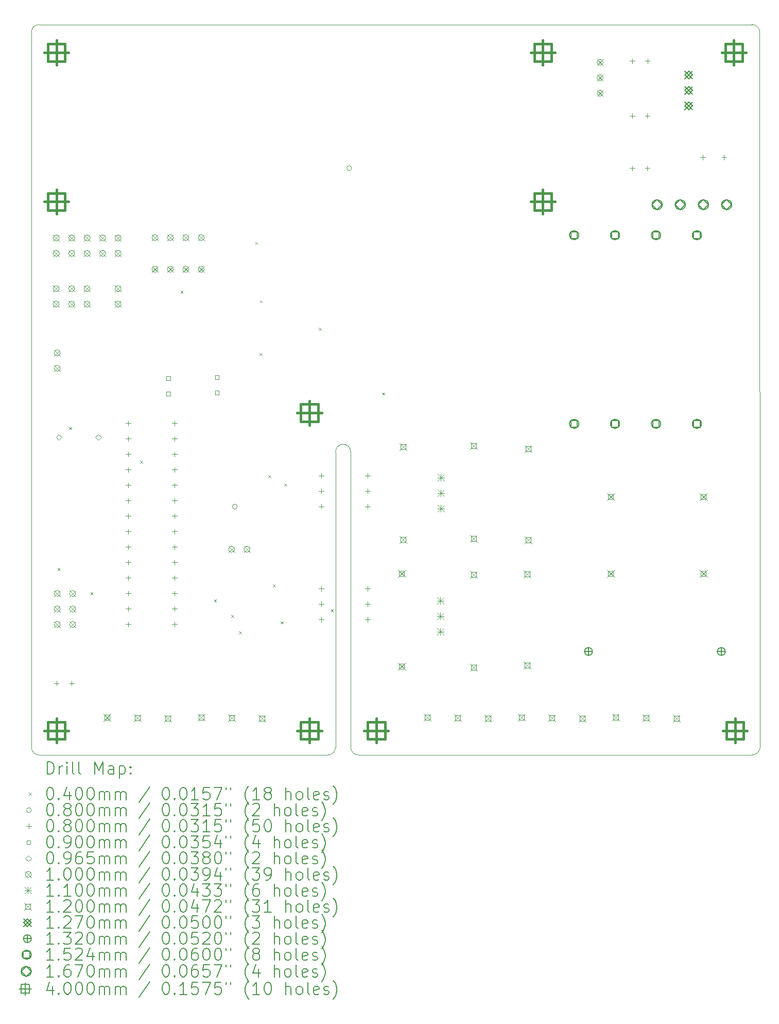
<source format=gbr>
%TF.GenerationSoftware,KiCad,Pcbnew,7.0.9*%
%TF.CreationDate,2025-01-17T20:12:47+02:00*%
%TF.ProjectId,varaajamonitori,76617261-616a-4616-9d6f-6e69746f7269,rev?*%
%TF.SameCoordinates,Original*%
%TF.FileFunction,Drillmap*%
%TF.FilePolarity,Positive*%
%FSLAX45Y45*%
G04 Gerber Fmt 4.5, Leading zero omitted, Abs format (unit mm)*
G04 Created by KiCad (PCBNEW 7.0.9) date 2025-01-17 20:12:47*
%MOMM*%
%LPD*%
G01*
G04 APERTURE LIST*
%ADD10C,0.050000*%
%ADD11C,0.200000*%
%ADD12C,0.100000*%
%ADD13C,0.110000*%
%ADD14C,0.120000*%
%ADD15C,0.127000*%
%ADD16C,0.132000*%
%ADD17C,0.152400*%
%ADD18C,0.167000*%
%ADD19C,0.400000*%
G04 APERTURE END LIST*
D10*
X10000000Y-10020000D02*
G75*
G03*
X9875000Y-9895000I-125000J0D01*
G01*
X9625000Y-15000000D02*
G75*
G03*
X9750000Y-14875000I0J125000D01*
G01*
X10000000Y-14875000D02*
G75*
G03*
X10125000Y-15000000I125000J0D01*
G01*
X16600000Y-15000003D02*
G75*
G03*
X16733463Y-14866537I0J133463D01*
G01*
X4750000Y-14875000D02*
G75*
G03*
X4875000Y-15000000I125000J0D01*
G01*
X4875000Y-3000000D02*
G75*
G03*
X4750000Y-3125000I0J-125000D01*
G01*
X16725000Y-3125000D02*
G75*
G03*
X16600000Y-3000000I-125000J0D01*
G01*
X10000000Y-10020000D02*
X10000000Y-14875000D01*
X9750000Y-14875000D02*
X9750000Y-10020000D01*
X4875000Y-15000000D02*
X9625000Y-15000000D01*
X9875000Y-9895000D02*
G75*
G03*
X9750000Y-10020000I0J-125000D01*
G01*
X10125000Y-15000000D02*
X16600000Y-15000000D01*
X16600000Y-3000000D02*
X4875000Y-3000000D01*
X16733463Y-14866537D02*
X16725000Y-3125000D01*
X4750000Y-14875000D02*
X4750000Y-3125000D01*
D11*
D12*
X5177450Y-11926000D02*
X5217450Y-11966000D01*
X5217450Y-11926000D02*
X5177450Y-11966000D01*
X5367360Y-9612260D02*
X5407360Y-9652260D01*
X5407360Y-9612260D02*
X5367360Y-9652260D01*
X5720490Y-12326190D02*
X5760490Y-12366190D01*
X5760490Y-12326190D02*
X5720490Y-12366190D01*
X6539310Y-10165000D02*
X6579310Y-10205000D01*
X6579310Y-10165000D02*
X6539310Y-10205000D01*
X7201830Y-7375170D02*
X7241830Y-7415170D01*
X7241830Y-7375170D02*
X7201830Y-7415170D01*
X7752300Y-12442290D02*
X7792300Y-12482290D01*
X7792300Y-12442290D02*
X7752300Y-12482290D01*
X8036880Y-12697790D02*
X8076880Y-12737790D01*
X8076880Y-12697790D02*
X8036880Y-12737790D01*
X8165000Y-12968640D02*
X8205000Y-13008640D01*
X8205000Y-12968640D02*
X8165000Y-13008640D01*
X8429700Y-6572550D02*
X8469700Y-6612550D01*
X8469700Y-6572550D02*
X8429700Y-6612550D01*
X8500460Y-8394860D02*
X8540460Y-8434860D01*
X8540460Y-8394860D02*
X8500460Y-8434860D01*
X8504240Y-7530680D02*
X8544240Y-7570680D01*
X8544240Y-7530680D02*
X8504240Y-7570680D01*
X8647530Y-10402000D02*
X8687530Y-10442000D01*
X8687530Y-10402000D02*
X8647530Y-10442000D01*
X8721520Y-12197000D02*
X8761520Y-12237000D01*
X8761520Y-12197000D02*
X8721520Y-12237000D01*
X8848990Y-12805010D02*
X8888990Y-12845010D01*
X8888990Y-12805010D02*
X8848990Y-12845010D01*
X8905000Y-10538830D02*
X8945000Y-10578830D01*
X8945000Y-10538830D02*
X8905000Y-10578830D01*
X9477310Y-7980210D02*
X9517310Y-8020210D01*
X9517310Y-7980210D02*
X9477310Y-8020210D01*
X9673250Y-12607680D02*
X9713250Y-12647680D01*
X9713250Y-12607680D02*
X9673250Y-12647680D01*
X10517310Y-9045000D02*
X10557310Y-9085000D01*
X10557310Y-9045000D02*
X10517310Y-9085000D01*
X8132870Y-10920000D02*
G75*
G03*
X8132870Y-10920000I-40000J0D01*
G01*
X10015000Y-5360000D02*
G75*
G03*
X10015000Y-5360000I-40000J0D01*
G01*
X5161760Y-13780000D02*
X5161760Y-13860000D01*
X5121760Y-13820000D02*
X5201760Y-13820000D01*
X5411760Y-13780000D02*
X5411760Y-13860000D01*
X5371760Y-13820000D02*
X5451760Y-13820000D01*
X6340000Y-9510000D02*
X6340000Y-9590000D01*
X6300000Y-9550000D02*
X6380000Y-9550000D01*
X6340000Y-9764000D02*
X6340000Y-9844000D01*
X6300000Y-9804000D02*
X6380000Y-9804000D01*
X6340000Y-10018000D02*
X6340000Y-10098000D01*
X6300000Y-10058000D02*
X6380000Y-10058000D01*
X6340000Y-10272000D02*
X6340000Y-10352000D01*
X6300000Y-10312000D02*
X6380000Y-10312000D01*
X6340000Y-10526000D02*
X6340000Y-10606000D01*
X6300000Y-10566000D02*
X6380000Y-10566000D01*
X6340000Y-10780000D02*
X6340000Y-10860000D01*
X6300000Y-10820000D02*
X6380000Y-10820000D01*
X6340000Y-11034000D02*
X6340000Y-11114000D01*
X6300000Y-11074000D02*
X6380000Y-11074000D01*
X6340000Y-11288000D02*
X6340000Y-11368000D01*
X6300000Y-11328000D02*
X6380000Y-11328000D01*
X6340000Y-11542000D02*
X6340000Y-11622000D01*
X6300000Y-11582000D02*
X6380000Y-11582000D01*
X6340000Y-11796000D02*
X6340000Y-11876000D01*
X6300000Y-11836000D02*
X6380000Y-11836000D01*
X6340000Y-12050000D02*
X6340000Y-12130000D01*
X6300000Y-12090000D02*
X6380000Y-12090000D01*
X6340000Y-12304000D02*
X6340000Y-12384000D01*
X6300000Y-12344000D02*
X6380000Y-12344000D01*
X6340000Y-12558000D02*
X6340000Y-12638000D01*
X6300000Y-12598000D02*
X6380000Y-12598000D01*
X6340000Y-12812000D02*
X6340000Y-12892000D01*
X6300000Y-12852000D02*
X6380000Y-12852000D01*
X7102000Y-9510000D02*
X7102000Y-9590000D01*
X7062000Y-9550000D02*
X7142000Y-9550000D01*
X7102000Y-9764000D02*
X7102000Y-9844000D01*
X7062000Y-9804000D02*
X7142000Y-9804000D01*
X7102000Y-10018000D02*
X7102000Y-10098000D01*
X7062000Y-10058000D02*
X7142000Y-10058000D01*
X7102000Y-10272000D02*
X7102000Y-10352000D01*
X7062000Y-10312000D02*
X7142000Y-10312000D01*
X7102000Y-10526000D02*
X7102000Y-10606000D01*
X7062000Y-10566000D02*
X7142000Y-10566000D01*
X7102000Y-10780000D02*
X7102000Y-10860000D01*
X7062000Y-10820000D02*
X7142000Y-10820000D01*
X7102000Y-11034000D02*
X7102000Y-11114000D01*
X7062000Y-11074000D02*
X7142000Y-11074000D01*
X7102000Y-11288000D02*
X7102000Y-11368000D01*
X7062000Y-11328000D02*
X7142000Y-11328000D01*
X7102000Y-11542000D02*
X7102000Y-11622000D01*
X7062000Y-11582000D02*
X7142000Y-11582000D01*
X7102000Y-11796000D02*
X7102000Y-11876000D01*
X7062000Y-11836000D02*
X7142000Y-11836000D01*
X7102000Y-12050000D02*
X7102000Y-12130000D01*
X7062000Y-12090000D02*
X7142000Y-12090000D01*
X7102000Y-12304000D02*
X7102000Y-12384000D01*
X7062000Y-12344000D02*
X7142000Y-12344000D01*
X7102000Y-12558000D02*
X7102000Y-12638000D01*
X7062000Y-12598000D02*
X7142000Y-12598000D01*
X7102000Y-12812000D02*
X7102000Y-12892000D01*
X7062000Y-12852000D02*
X7142000Y-12852000D01*
X9517500Y-10367500D02*
X9517500Y-10447500D01*
X9477500Y-10407500D02*
X9557500Y-10407500D01*
X9517500Y-10621500D02*
X9517500Y-10701500D01*
X9477500Y-10661500D02*
X9557500Y-10661500D01*
X9517500Y-10875500D02*
X9517500Y-10955500D01*
X9477500Y-10915500D02*
X9557500Y-10915500D01*
X9517500Y-12227500D02*
X9517500Y-12307500D01*
X9477500Y-12267500D02*
X9557500Y-12267500D01*
X9517500Y-12481500D02*
X9517500Y-12561500D01*
X9477500Y-12521500D02*
X9557500Y-12521500D01*
X9517500Y-12735500D02*
X9517500Y-12815500D01*
X9477500Y-12775500D02*
X9557500Y-12775500D01*
X10279500Y-10367500D02*
X10279500Y-10447500D01*
X10239500Y-10407500D02*
X10319500Y-10407500D01*
X10279500Y-10621500D02*
X10279500Y-10701500D01*
X10239500Y-10661500D02*
X10319500Y-10661500D01*
X10279500Y-10875500D02*
X10279500Y-10955500D01*
X10239500Y-10915500D02*
X10319500Y-10915500D01*
X10279500Y-12227500D02*
X10279500Y-12307500D01*
X10239500Y-12267500D02*
X10319500Y-12267500D01*
X10279500Y-12481500D02*
X10279500Y-12561500D01*
X10239500Y-12521500D02*
X10319500Y-12521500D01*
X10279500Y-12735500D02*
X10279500Y-12815500D01*
X10239500Y-12775500D02*
X10319500Y-12775500D01*
X14628240Y-4460000D02*
X14628240Y-4540000D01*
X14588240Y-4500000D02*
X14668240Y-4500000D01*
X14628240Y-5320000D02*
X14628240Y-5400000D01*
X14588240Y-5360000D02*
X14668240Y-5360000D01*
X14630000Y-3560000D02*
X14630000Y-3640000D01*
X14590000Y-3600000D02*
X14670000Y-3600000D01*
X14878240Y-4460000D02*
X14878240Y-4540000D01*
X14838240Y-4500000D02*
X14918240Y-4500000D01*
X14878240Y-5320000D02*
X14878240Y-5400000D01*
X14838240Y-5360000D02*
X14918240Y-5360000D01*
X14880000Y-3560000D02*
X14880000Y-3640000D01*
X14840000Y-3600000D02*
X14920000Y-3600000D01*
X15790000Y-5140000D02*
X15790000Y-5220000D01*
X15750000Y-5180000D02*
X15830000Y-5180000D01*
X16140000Y-5140000D02*
X16140000Y-5220000D01*
X16100000Y-5180000D02*
X16180000Y-5180000D01*
X7031820Y-8845320D02*
X7031820Y-8781680D01*
X6968180Y-8781680D01*
X6968180Y-8845320D01*
X7031820Y-8845320D01*
X7031820Y-9099320D02*
X7031820Y-9035680D01*
X6968180Y-9035680D01*
X6968180Y-9099320D01*
X7031820Y-9099320D01*
X7831820Y-8825320D02*
X7831820Y-8761680D01*
X7768180Y-8761680D01*
X7768180Y-8825320D01*
X7831820Y-8825320D01*
X7831820Y-9079320D02*
X7831820Y-9015680D01*
X7768180Y-9015680D01*
X7768180Y-9079320D01*
X7831820Y-9079320D01*
X5200000Y-9828260D02*
X5248260Y-9780000D01*
X5200000Y-9731740D01*
X5151740Y-9780000D01*
X5200000Y-9828260D01*
X5850000Y-9828260D02*
X5898260Y-9780000D01*
X5850000Y-9731740D01*
X5801740Y-9780000D01*
X5850000Y-9828260D01*
X5106000Y-7290000D02*
X5206000Y-7390000D01*
X5206000Y-7290000D02*
X5106000Y-7390000D01*
X5206000Y-7340000D02*
G75*
G03*
X5206000Y-7340000I-50000J0D01*
G01*
X5106000Y-7544000D02*
X5206000Y-7644000D01*
X5206000Y-7544000D02*
X5106000Y-7644000D01*
X5206000Y-7594000D02*
G75*
G03*
X5206000Y-7594000I-50000J0D01*
G01*
X5108000Y-6456000D02*
X5208000Y-6556000D01*
X5208000Y-6456000D02*
X5108000Y-6556000D01*
X5208000Y-6506000D02*
G75*
G03*
X5208000Y-6506000I-50000J0D01*
G01*
X5108000Y-6710000D02*
X5208000Y-6810000D01*
X5208000Y-6710000D02*
X5108000Y-6810000D01*
X5208000Y-6760000D02*
G75*
G03*
X5208000Y-6760000I-50000J0D01*
G01*
X5122500Y-8343500D02*
X5222500Y-8443500D01*
X5222500Y-8343500D02*
X5122500Y-8443500D01*
X5222500Y-8393500D02*
G75*
G03*
X5222500Y-8393500I-50000J0D01*
G01*
X5122500Y-8597500D02*
X5222500Y-8697500D01*
X5222500Y-8597500D02*
X5122500Y-8697500D01*
X5222500Y-8647500D02*
G75*
G03*
X5222500Y-8647500I-50000J0D01*
G01*
X5122500Y-12297500D02*
X5222500Y-12397500D01*
X5222500Y-12297500D02*
X5122500Y-12397500D01*
X5222500Y-12347500D02*
G75*
G03*
X5222500Y-12347500I-50000J0D01*
G01*
X5122500Y-12551500D02*
X5222500Y-12651500D01*
X5222500Y-12551500D02*
X5122500Y-12651500D01*
X5222500Y-12601500D02*
G75*
G03*
X5222500Y-12601500I-50000J0D01*
G01*
X5122500Y-12805500D02*
X5222500Y-12905500D01*
X5222500Y-12805500D02*
X5122500Y-12905500D01*
X5222500Y-12855500D02*
G75*
G03*
X5222500Y-12855500I-50000J0D01*
G01*
X5360000Y-7290000D02*
X5460000Y-7390000D01*
X5460000Y-7290000D02*
X5360000Y-7390000D01*
X5460000Y-7340000D02*
G75*
G03*
X5460000Y-7340000I-50000J0D01*
G01*
X5360000Y-7544000D02*
X5460000Y-7644000D01*
X5460000Y-7544000D02*
X5360000Y-7644000D01*
X5460000Y-7594000D02*
G75*
G03*
X5460000Y-7594000I-50000J0D01*
G01*
X5362000Y-6456000D02*
X5462000Y-6556000D01*
X5462000Y-6456000D02*
X5362000Y-6556000D01*
X5462000Y-6506000D02*
G75*
G03*
X5462000Y-6506000I-50000J0D01*
G01*
X5362000Y-6710000D02*
X5462000Y-6810000D01*
X5462000Y-6710000D02*
X5362000Y-6810000D01*
X5462000Y-6760000D02*
G75*
G03*
X5462000Y-6760000I-50000J0D01*
G01*
X5376500Y-12297500D02*
X5476500Y-12397500D01*
X5476500Y-12297500D02*
X5376500Y-12397500D01*
X5476500Y-12347500D02*
G75*
G03*
X5476500Y-12347500I-50000J0D01*
G01*
X5376500Y-12551500D02*
X5476500Y-12651500D01*
X5476500Y-12551500D02*
X5376500Y-12651500D01*
X5476500Y-12601500D02*
G75*
G03*
X5476500Y-12601500I-50000J0D01*
G01*
X5376500Y-12805500D02*
X5476500Y-12905500D01*
X5476500Y-12805500D02*
X5376500Y-12905500D01*
X5476500Y-12855500D02*
G75*
G03*
X5476500Y-12855500I-50000J0D01*
G01*
X5614000Y-7290000D02*
X5714000Y-7390000D01*
X5714000Y-7290000D02*
X5614000Y-7390000D01*
X5714000Y-7340000D02*
G75*
G03*
X5714000Y-7340000I-50000J0D01*
G01*
X5614000Y-7544000D02*
X5714000Y-7644000D01*
X5714000Y-7544000D02*
X5614000Y-7644000D01*
X5714000Y-7594000D02*
G75*
G03*
X5714000Y-7594000I-50000J0D01*
G01*
X5616000Y-6456000D02*
X5716000Y-6556000D01*
X5716000Y-6456000D02*
X5616000Y-6556000D01*
X5716000Y-6506000D02*
G75*
G03*
X5716000Y-6506000I-50000J0D01*
G01*
X5616000Y-6710000D02*
X5716000Y-6810000D01*
X5716000Y-6710000D02*
X5616000Y-6810000D01*
X5716000Y-6760000D02*
G75*
G03*
X5716000Y-6760000I-50000J0D01*
G01*
X5870000Y-6456000D02*
X5970000Y-6556000D01*
X5970000Y-6456000D02*
X5870000Y-6556000D01*
X5970000Y-6506000D02*
G75*
G03*
X5970000Y-6506000I-50000J0D01*
G01*
X5870000Y-6710000D02*
X5970000Y-6810000D01*
X5970000Y-6710000D02*
X5870000Y-6810000D01*
X5970000Y-6760000D02*
G75*
G03*
X5970000Y-6760000I-50000J0D01*
G01*
X6124000Y-6456000D02*
X6224000Y-6556000D01*
X6224000Y-6456000D02*
X6124000Y-6556000D01*
X6224000Y-6506000D02*
G75*
G03*
X6224000Y-6506000I-50000J0D01*
G01*
X6124000Y-6710000D02*
X6224000Y-6810000D01*
X6224000Y-6710000D02*
X6124000Y-6810000D01*
X6224000Y-6760000D02*
G75*
G03*
X6224000Y-6760000I-50000J0D01*
G01*
X6124000Y-7290000D02*
X6224000Y-7390000D01*
X6224000Y-7290000D02*
X6124000Y-7390000D01*
X6224000Y-7340000D02*
G75*
G03*
X6224000Y-7340000I-50000J0D01*
G01*
X6124000Y-7544000D02*
X6224000Y-7644000D01*
X6224000Y-7544000D02*
X6124000Y-7644000D01*
X6224000Y-7594000D02*
G75*
G03*
X6224000Y-7594000I-50000J0D01*
G01*
X6730000Y-6450000D02*
X6830000Y-6550000D01*
X6830000Y-6450000D02*
X6730000Y-6550000D01*
X6830000Y-6500000D02*
G75*
G03*
X6830000Y-6500000I-50000J0D01*
G01*
X6730000Y-6970000D02*
X6830000Y-7070000D01*
X6830000Y-6970000D02*
X6730000Y-7070000D01*
X6830000Y-7020000D02*
G75*
G03*
X6830000Y-7020000I-50000J0D01*
G01*
X6984000Y-6450000D02*
X7084000Y-6550000D01*
X7084000Y-6450000D02*
X6984000Y-6550000D01*
X7084000Y-6500000D02*
G75*
G03*
X7084000Y-6500000I-50000J0D01*
G01*
X6984000Y-6970000D02*
X7084000Y-7070000D01*
X7084000Y-6970000D02*
X6984000Y-7070000D01*
X7084000Y-7020000D02*
G75*
G03*
X7084000Y-7020000I-50000J0D01*
G01*
X7238000Y-6450000D02*
X7338000Y-6550000D01*
X7338000Y-6450000D02*
X7238000Y-6550000D01*
X7338000Y-6500000D02*
G75*
G03*
X7338000Y-6500000I-50000J0D01*
G01*
X7238000Y-6970000D02*
X7338000Y-7070000D01*
X7338000Y-6970000D02*
X7238000Y-7070000D01*
X7338000Y-7020000D02*
G75*
G03*
X7338000Y-7020000I-50000J0D01*
G01*
X7492000Y-6450000D02*
X7592000Y-6550000D01*
X7592000Y-6450000D02*
X7492000Y-6550000D01*
X7592000Y-6500000D02*
G75*
G03*
X7592000Y-6500000I-50000J0D01*
G01*
X7492000Y-6970000D02*
X7592000Y-7070000D01*
X7592000Y-6970000D02*
X7492000Y-7070000D01*
X7592000Y-7020000D02*
G75*
G03*
X7592000Y-7020000I-50000J0D01*
G01*
X7990000Y-11570000D02*
X8090000Y-11670000D01*
X8090000Y-11570000D02*
X7990000Y-11670000D01*
X8090000Y-11620000D02*
G75*
G03*
X8090000Y-11620000I-50000J0D01*
G01*
X8244000Y-11570000D02*
X8344000Y-11670000D01*
X8344000Y-11570000D02*
X8244000Y-11670000D01*
X8344000Y-11620000D02*
G75*
G03*
X8344000Y-11620000I-50000J0D01*
G01*
X14050000Y-3570000D02*
X14150000Y-3670000D01*
X14150000Y-3570000D02*
X14050000Y-3670000D01*
X14150000Y-3620000D02*
G75*
G03*
X14150000Y-3620000I-50000J0D01*
G01*
X14050000Y-3824000D02*
X14150000Y-3924000D01*
X14150000Y-3824000D02*
X14050000Y-3924000D01*
X14150000Y-3874000D02*
G75*
G03*
X14150000Y-3874000I-50000J0D01*
G01*
X14050000Y-4078000D02*
X14150000Y-4178000D01*
X14150000Y-4078000D02*
X14050000Y-4178000D01*
X14150000Y-4128000D02*
G75*
G03*
X14150000Y-4128000I-50000J0D01*
G01*
D13*
X11419500Y-12411000D02*
X11529500Y-12521000D01*
X11529500Y-12411000D02*
X11419500Y-12521000D01*
X11474500Y-12411000D02*
X11474500Y-12521000D01*
X11419500Y-12466000D02*
X11529500Y-12466000D01*
X11419500Y-12665000D02*
X11529500Y-12775000D01*
X11529500Y-12665000D02*
X11419500Y-12775000D01*
X11474500Y-12665000D02*
X11474500Y-12775000D01*
X11419500Y-12720000D02*
X11529500Y-12720000D01*
X11419500Y-12919000D02*
X11529500Y-13029000D01*
X11529500Y-12919000D02*
X11419500Y-13029000D01*
X11474500Y-12919000D02*
X11474500Y-13029000D01*
X11419500Y-12974000D02*
X11529500Y-12974000D01*
X11425000Y-10387000D02*
X11535000Y-10497000D01*
X11535000Y-10387000D02*
X11425000Y-10497000D01*
X11480000Y-10387000D02*
X11480000Y-10497000D01*
X11425000Y-10442000D02*
X11535000Y-10442000D01*
X11425000Y-10641000D02*
X11535000Y-10751000D01*
X11535000Y-10641000D02*
X11425000Y-10751000D01*
X11480000Y-10641000D02*
X11480000Y-10751000D01*
X11425000Y-10696000D02*
X11535000Y-10696000D01*
X11425000Y-10895000D02*
X11535000Y-11005000D01*
X11535000Y-10895000D02*
X11425000Y-11005000D01*
X11480000Y-10895000D02*
X11480000Y-11005000D01*
X11425000Y-10950000D02*
X11535000Y-10950000D01*
D14*
X5931778Y-14326386D02*
X6051778Y-14446386D01*
X6051778Y-14326386D02*
X5931778Y-14446386D01*
X6034205Y-14428813D02*
X6034205Y-14343959D01*
X5949351Y-14343959D01*
X5949351Y-14428813D01*
X6034205Y-14428813D01*
X6430000Y-14331720D02*
X6550000Y-14451720D01*
X6550000Y-14331720D02*
X6430000Y-14451720D01*
X6532427Y-14434147D02*
X6532427Y-14349293D01*
X6447573Y-14349293D01*
X6447573Y-14434147D01*
X6532427Y-14434147D01*
X6930000Y-14340864D02*
X7050000Y-14460864D01*
X7050000Y-14340864D02*
X6930000Y-14460864D01*
X7032427Y-14443291D02*
X7032427Y-14358437D01*
X6947573Y-14358437D01*
X6947573Y-14443291D01*
X7032427Y-14443291D01*
X7481778Y-14325526D02*
X7601778Y-14445526D01*
X7601778Y-14325526D02*
X7481778Y-14445526D01*
X7584205Y-14427953D02*
X7584205Y-14343099D01*
X7499351Y-14343099D01*
X7499351Y-14427953D01*
X7584205Y-14427953D01*
X7980000Y-14330860D02*
X8100000Y-14450860D01*
X8100000Y-14330860D02*
X7980000Y-14450860D01*
X8082427Y-14433287D02*
X8082427Y-14348433D01*
X7997573Y-14348433D01*
X7997573Y-14433287D01*
X8082427Y-14433287D01*
X8480000Y-14340004D02*
X8600000Y-14460004D01*
X8600000Y-14340004D02*
X8480000Y-14460004D01*
X8582427Y-14442431D02*
X8582427Y-14357577D01*
X8497573Y-14357577D01*
X8497573Y-14442431D01*
X8582427Y-14442431D01*
X10780000Y-11958000D02*
X10900000Y-12078000D01*
X10900000Y-11958000D02*
X10780000Y-12078000D01*
X10882427Y-12060427D02*
X10882427Y-11975573D01*
X10797573Y-11975573D01*
X10797573Y-12060427D01*
X10882427Y-12060427D01*
X10780000Y-13482000D02*
X10900000Y-13602000D01*
X10900000Y-13482000D02*
X10780000Y-13602000D01*
X10882427Y-13584427D02*
X10882427Y-13499573D01*
X10797573Y-13499573D01*
X10797573Y-13584427D01*
X10882427Y-13584427D01*
X10800000Y-9880000D02*
X10920000Y-10000000D01*
X10920000Y-9880000D02*
X10800000Y-10000000D01*
X10902427Y-9982427D02*
X10902427Y-9897573D01*
X10817573Y-9897573D01*
X10817573Y-9982427D01*
X10902427Y-9982427D01*
X10800000Y-11404000D02*
X10920000Y-11524000D01*
X10920000Y-11404000D02*
X10800000Y-11524000D01*
X10902427Y-11506427D02*
X10902427Y-11421573D01*
X10817573Y-11421573D01*
X10817573Y-11506427D01*
X10902427Y-11506427D01*
X11201778Y-14325526D02*
X11321778Y-14445526D01*
X11321778Y-14325526D02*
X11201778Y-14445526D01*
X11304205Y-14427953D02*
X11304205Y-14343099D01*
X11219351Y-14343099D01*
X11219351Y-14427953D01*
X11304205Y-14427953D01*
X11700000Y-14330860D02*
X11820000Y-14450860D01*
X11820000Y-14330860D02*
X11700000Y-14450860D01*
X11802427Y-14433287D02*
X11802427Y-14348433D01*
X11717573Y-14348433D01*
X11717573Y-14433287D01*
X11802427Y-14433287D01*
X11960000Y-9858000D02*
X12080000Y-9978000D01*
X12080000Y-9858000D02*
X11960000Y-9978000D01*
X12062427Y-9960427D02*
X12062427Y-9875573D01*
X11977573Y-9875573D01*
X11977573Y-9960427D01*
X12062427Y-9960427D01*
X11960000Y-11382000D02*
X12080000Y-11502000D01*
X12080000Y-11382000D02*
X11960000Y-11502000D01*
X12062427Y-11484427D02*
X12062427Y-11399573D01*
X11977573Y-11399573D01*
X11977573Y-11484427D01*
X12062427Y-11484427D01*
X11960000Y-11978000D02*
X12080000Y-12098000D01*
X12080000Y-11978000D02*
X11960000Y-12098000D01*
X12062427Y-12080427D02*
X12062427Y-11995573D01*
X11977573Y-11995573D01*
X11977573Y-12080427D01*
X12062427Y-12080427D01*
X11960000Y-13502000D02*
X12080000Y-13622000D01*
X12080000Y-13502000D02*
X11960000Y-13622000D01*
X12062427Y-13604427D02*
X12062427Y-13519573D01*
X11977573Y-13519573D01*
X11977573Y-13604427D01*
X12062427Y-13604427D01*
X12200000Y-14340004D02*
X12320000Y-14460004D01*
X12320000Y-14340004D02*
X12200000Y-14460004D01*
X12302427Y-14442431D02*
X12302427Y-14357577D01*
X12217573Y-14357577D01*
X12217573Y-14442431D01*
X12302427Y-14442431D01*
X12751778Y-14325526D02*
X12871778Y-14445526D01*
X12871778Y-14325526D02*
X12751778Y-14445526D01*
X12854205Y-14427953D02*
X12854205Y-14343099D01*
X12769351Y-14343099D01*
X12769351Y-14427953D01*
X12854205Y-14427953D01*
X12840000Y-11970000D02*
X12960000Y-12090000D01*
X12960000Y-11970000D02*
X12840000Y-12090000D01*
X12942427Y-12072427D02*
X12942427Y-11987573D01*
X12857573Y-11987573D01*
X12857573Y-12072427D01*
X12942427Y-12072427D01*
X12840000Y-13470000D02*
X12960000Y-13590000D01*
X12960000Y-13470000D02*
X12840000Y-13590000D01*
X12942427Y-13572427D02*
X12942427Y-13487573D01*
X12857573Y-13487573D01*
X12857573Y-13572427D01*
X12942427Y-13572427D01*
X12860000Y-9910000D02*
X12980000Y-10030000D01*
X12980000Y-9910000D02*
X12860000Y-10030000D01*
X12962427Y-10012427D02*
X12962427Y-9927573D01*
X12877573Y-9927573D01*
X12877573Y-10012427D01*
X12962427Y-10012427D01*
X12860000Y-11410000D02*
X12980000Y-11530000D01*
X12980000Y-11410000D02*
X12860000Y-11530000D01*
X12962427Y-11512427D02*
X12962427Y-11427573D01*
X12877573Y-11427573D01*
X12877573Y-11512427D01*
X12962427Y-11512427D01*
X13250000Y-14330860D02*
X13370000Y-14450860D01*
X13370000Y-14330860D02*
X13250000Y-14450860D01*
X13352427Y-14433287D02*
X13352427Y-14348433D01*
X13267573Y-14348433D01*
X13267573Y-14433287D01*
X13352427Y-14433287D01*
X13750000Y-14340004D02*
X13870000Y-14460004D01*
X13870000Y-14340004D02*
X13750000Y-14460004D01*
X13852427Y-14442431D02*
X13852427Y-14357577D01*
X13767573Y-14357577D01*
X13767573Y-14442431D01*
X13852427Y-14442431D01*
X14218000Y-10700000D02*
X14338000Y-10820000D01*
X14338000Y-10700000D02*
X14218000Y-10820000D01*
X14320427Y-10802427D02*
X14320427Y-10717573D01*
X14235573Y-10717573D01*
X14235573Y-10802427D01*
X14320427Y-10802427D01*
X14218000Y-11960000D02*
X14338000Y-12080000D01*
X14338000Y-11960000D02*
X14218000Y-12080000D01*
X14320427Y-12062427D02*
X14320427Y-11977573D01*
X14235573Y-11977573D01*
X14235573Y-12062427D01*
X14320427Y-12062427D01*
X14301778Y-14325526D02*
X14421778Y-14445526D01*
X14421778Y-14325526D02*
X14301778Y-14445526D01*
X14404205Y-14427953D02*
X14404205Y-14343099D01*
X14319351Y-14343099D01*
X14319351Y-14427953D01*
X14404205Y-14427953D01*
X14800000Y-14330860D02*
X14920000Y-14450860D01*
X14920000Y-14330860D02*
X14800000Y-14450860D01*
X14902427Y-14433287D02*
X14902427Y-14348433D01*
X14817573Y-14348433D01*
X14817573Y-14433287D01*
X14902427Y-14433287D01*
X15300000Y-14340004D02*
X15420000Y-14460004D01*
X15420000Y-14340004D02*
X15300000Y-14460004D01*
X15402427Y-14442431D02*
X15402427Y-14357577D01*
X15317573Y-14357577D01*
X15317573Y-14442431D01*
X15402427Y-14442431D01*
X15742000Y-10700000D02*
X15862000Y-10820000D01*
X15862000Y-10700000D02*
X15742000Y-10820000D01*
X15844427Y-10802427D02*
X15844427Y-10717573D01*
X15759573Y-10717573D01*
X15759573Y-10802427D01*
X15844427Y-10802427D01*
X15742000Y-11960000D02*
X15862000Y-12080000D01*
X15862000Y-11960000D02*
X15742000Y-12080000D01*
X15844427Y-12062427D02*
X15844427Y-11977573D01*
X15759573Y-11977573D01*
X15759573Y-12062427D01*
X15844427Y-12062427D01*
D15*
X15493300Y-3761500D02*
X15620300Y-3888500D01*
X15620300Y-3761500D02*
X15493300Y-3888500D01*
X15556800Y-3888500D02*
X15620300Y-3825000D01*
X15556800Y-3761500D01*
X15493300Y-3825000D01*
X15556800Y-3888500D01*
X15493300Y-4016500D02*
X15620300Y-4143500D01*
X15620300Y-4016500D02*
X15493300Y-4143500D01*
X15556800Y-4143500D02*
X15620300Y-4080000D01*
X15556800Y-4016500D01*
X15493300Y-4080000D01*
X15556800Y-4143500D01*
X15493300Y-4271500D02*
X15620300Y-4398500D01*
X15620300Y-4271500D02*
X15493300Y-4398500D01*
X15556800Y-4398500D02*
X15620300Y-4335000D01*
X15556800Y-4271500D01*
X15493300Y-4335000D01*
X15556800Y-4398500D01*
D16*
X13908000Y-13234000D02*
X13908000Y-13366000D01*
X13842000Y-13300000D02*
X13974000Y-13300000D01*
X13974000Y-13300000D02*
G75*
G03*
X13974000Y-13300000I-66000J0D01*
G01*
X16092000Y-13234000D02*
X16092000Y-13366000D01*
X16026000Y-13300000D02*
X16158000Y-13300000D01*
X16158000Y-13300000D02*
G75*
G03*
X16158000Y-13300000I-66000J0D01*
G01*
D17*
X13727682Y-6515082D02*
X13727682Y-6407318D01*
X13619918Y-6407318D01*
X13619918Y-6515082D01*
X13727682Y-6515082D01*
X13750000Y-6461200D02*
G75*
G03*
X13750000Y-6461200I-76200J0D01*
G01*
X13727682Y-9613882D02*
X13727682Y-9506118D01*
X13619918Y-9506118D01*
X13619918Y-9613882D01*
X13727682Y-9613882D01*
X13750000Y-9560000D02*
G75*
G03*
X13750000Y-9560000I-76200J0D01*
G01*
X14400782Y-6515082D02*
X14400782Y-6407318D01*
X14293018Y-6407318D01*
X14293018Y-6515082D01*
X14400782Y-6515082D01*
X14423100Y-6461200D02*
G75*
G03*
X14423100Y-6461200I-76200J0D01*
G01*
X14400782Y-9613882D02*
X14400782Y-9506118D01*
X14293018Y-9506118D01*
X14293018Y-9613882D01*
X14400782Y-9613882D01*
X14423100Y-9560000D02*
G75*
G03*
X14423100Y-9560000I-76200J0D01*
G01*
X15073882Y-6515082D02*
X15073882Y-6407318D01*
X14966118Y-6407318D01*
X14966118Y-6515082D01*
X15073882Y-6515082D01*
X15096200Y-6461200D02*
G75*
G03*
X15096200Y-6461200I-76200J0D01*
G01*
X15073882Y-9613882D02*
X15073882Y-9506118D01*
X14966118Y-9506118D01*
X14966118Y-9613882D01*
X15073882Y-9613882D01*
X15096200Y-9560000D02*
G75*
G03*
X15096200Y-9560000I-76200J0D01*
G01*
X15746982Y-6515082D02*
X15746982Y-6407318D01*
X15639218Y-6407318D01*
X15639218Y-6515082D01*
X15746982Y-6515082D01*
X15769300Y-6461200D02*
G75*
G03*
X15769300Y-6461200I-76200J0D01*
G01*
X15746982Y-9613882D02*
X15746982Y-9506118D01*
X15639218Y-9506118D01*
X15639218Y-9613882D01*
X15746982Y-9613882D01*
X15769300Y-9560000D02*
G75*
G03*
X15769300Y-9560000I-76200J0D01*
G01*
D18*
X15039000Y-6043500D02*
X15122500Y-5960000D01*
X15039000Y-5876500D01*
X14955500Y-5960000D01*
X15039000Y-6043500D01*
X15122500Y-5960000D02*
G75*
G03*
X15122500Y-5960000I-83500J0D01*
G01*
X15420000Y-6043500D02*
X15503500Y-5960000D01*
X15420000Y-5876500D01*
X15336500Y-5960000D01*
X15420000Y-6043500D01*
X15503500Y-5960000D02*
G75*
G03*
X15503500Y-5960000I-83500J0D01*
G01*
X15801000Y-6043500D02*
X15884500Y-5960000D01*
X15801000Y-5876500D01*
X15717500Y-5960000D01*
X15801000Y-6043500D01*
X15884500Y-5960000D02*
G75*
G03*
X15884500Y-5960000I-83500J0D01*
G01*
X16182000Y-6043500D02*
X16265500Y-5960000D01*
X16182000Y-5876500D01*
X16098500Y-5960000D01*
X16182000Y-6043500D01*
X16265500Y-5960000D02*
G75*
G03*
X16265500Y-5960000I-83500J0D01*
G01*
D19*
X5160000Y-3260000D02*
X5160000Y-3660000D01*
X4960000Y-3460000D02*
X5360000Y-3460000D01*
X5301423Y-3601423D02*
X5301423Y-3318577D01*
X5018577Y-3318577D01*
X5018577Y-3601423D01*
X5301423Y-3601423D01*
X5160000Y-5710000D02*
X5160000Y-6110000D01*
X4960000Y-5910000D02*
X5360000Y-5910000D01*
X5301423Y-6051423D02*
X5301423Y-5768577D01*
X5018577Y-5768577D01*
X5018577Y-6051423D01*
X5301423Y-6051423D01*
X5160000Y-14400000D02*
X5160000Y-14800000D01*
X4960000Y-14600000D02*
X5360000Y-14600000D01*
X5301423Y-14741423D02*
X5301423Y-14458577D01*
X5018577Y-14458577D01*
X5018577Y-14741423D01*
X5301423Y-14741423D01*
X9320000Y-9180000D02*
X9320000Y-9580000D01*
X9120000Y-9380000D02*
X9520000Y-9380000D01*
X9461423Y-9521423D02*
X9461423Y-9238577D01*
X9178577Y-9238577D01*
X9178577Y-9521423D01*
X9461423Y-9521423D01*
X9320000Y-14400000D02*
X9320000Y-14800000D01*
X9120000Y-14600000D02*
X9520000Y-14600000D01*
X9461423Y-14741423D02*
X9461423Y-14458577D01*
X9178577Y-14458577D01*
X9178577Y-14741423D01*
X9461423Y-14741423D01*
X10420000Y-14400000D02*
X10420000Y-14800000D01*
X10220000Y-14600000D02*
X10620000Y-14600000D01*
X10561423Y-14741423D02*
X10561423Y-14458577D01*
X10278577Y-14458577D01*
X10278577Y-14741423D01*
X10561423Y-14741423D01*
X13160000Y-3260000D02*
X13160000Y-3660000D01*
X12960000Y-3460000D02*
X13360000Y-3460000D01*
X13301423Y-3601423D02*
X13301423Y-3318577D01*
X13018577Y-3318577D01*
X13018577Y-3601423D01*
X13301423Y-3601423D01*
X13160000Y-5710000D02*
X13160000Y-6110000D01*
X12960000Y-5910000D02*
X13360000Y-5910000D01*
X13301423Y-6051423D02*
X13301423Y-5768577D01*
X13018577Y-5768577D01*
X13018577Y-6051423D01*
X13301423Y-6051423D01*
X16300000Y-3260000D02*
X16300000Y-3660000D01*
X16100000Y-3460000D02*
X16500000Y-3460000D01*
X16441423Y-3601423D02*
X16441423Y-3318577D01*
X16158577Y-3318577D01*
X16158577Y-3601423D01*
X16441423Y-3601423D01*
X16320000Y-14400000D02*
X16320000Y-14800000D01*
X16120000Y-14600000D02*
X16520000Y-14600000D01*
X16461423Y-14741423D02*
X16461423Y-14458577D01*
X16178577Y-14458577D01*
X16178577Y-14741423D01*
X16461423Y-14741423D01*
D11*
X5008277Y-15313984D02*
X5008277Y-15113984D01*
X5008277Y-15113984D02*
X5055896Y-15113984D01*
X5055896Y-15113984D02*
X5084467Y-15123508D01*
X5084467Y-15123508D02*
X5103515Y-15142555D01*
X5103515Y-15142555D02*
X5113039Y-15161603D01*
X5113039Y-15161603D02*
X5122563Y-15199698D01*
X5122563Y-15199698D02*
X5122563Y-15228269D01*
X5122563Y-15228269D02*
X5113039Y-15266365D01*
X5113039Y-15266365D02*
X5103515Y-15285412D01*
X5103515Y-15285412D02*
X5084467Y-15304460D01*
X5084467Y-15304460D02*
X5055896Y-15313984D01*
X5055896Y-15313984D02*
X5008277Y-15313984D01*
X5208277Y-15313984D02*
X5208277Y-15180650D01*
X5208277Y-15218746D02*
X5217801Y-15199698D01*
X5217801Y-15199698D02*
X5227324Y-15190174D01*
X5227324Y-15190174D02*
X5246372Y-15180650D01*
X5246372Y-15180650D02*
X5265420Y-15180650D01*
X5332086Y-15313984D02*
X5332086Y-15180650D01*
X5332086Y-15113984D02*
X5322563Y-15123508D01*
X5322563Y-15123508D02*
X5332086Y-15133031D01*
X5332086Y-15133031D02*
X5341610Y-15123508D01*
X5341610Y-15123508D02*
X5332086Y-15113984D01*
X5332086Y-15113984D02*
X5332086Y-15133031D01*
X5455896Y-15313984D02*
X5436848Y-15304460D01*
X5436848Y-15304460D02*
X5427324Y-15285412D01*
X5427324Y-15285412D02*
X5427324Y-15113984D01*
X5560658Y-15313984D02*
X5541610Y-15304460D01*
X5541610Y-15304460D02*
X5532086Y-15285412D01*
X5532086Y-15285412D02*
X5532086Y-15113984D01*
X5789229Y-15313984D02*
X5789229Y-15113984D01*
X5789229Y-15113984D02*
X5855896Y-15256841D01*
X5855896Y-15256841D02*
X5922562Y-15113984D01*
X5922562Y-15113984D02*
X5922562Y-15313984D01*
X6103515Y-15313984D02*
X6103515Y-15209222D01*
X6103515Y-15209222D02*
X6093991Y-15190174D01*
X6093991Y-15190174D02*
X6074943Y-15180650D01*
X6074943Y-15180650D02*
X6036848Y-15180650D01*
X6036848Y-15180650D02*
X6017801Y-15190174D01*
X6103515Y-15304460D02*
X6084467Y-15313984D01*
X6084467Y-15313984D02*
X6036848Y-15313984D01*
X6036848Y-15313984D02*
X6017801Y-15304460D01*
X6017801Y-15304460D02*
X6008277Y-15285412D01*
X6008277Y-15285412D02*
X6008277Y-15266365D01*
X6008277Y-15266365D02*
X6017801Y-15247317D01*
X6017801Y-15247317D02*
X6036848Y-15237793D01*
X6036848Y-15237793D02*
X6084467Y-15237793D01*
X6084467Y-15237793D02*
X6103515Y-15228269D01*
X6198753Y-15180650D02*
X6198753Y-15380650D01*
X6198753Y-15190174D02*
X6217801Y-15180650D01*
X6217801Y-15180650D02*
X6255896Y-15180650D01*
X6255896Y-15180650D02*
X6274943Y-15190174D01*
X6274943Y-15190174D02*
X6284467Y-15199698D01*
X6284467Y-15199698D02*
X6293991Y-15218746D01*
X6293991Y-15218746D02*
X6293991Y-15275888D01*
X6293991Y-15275888D02*
X6284467Y-15294936D01*
X6284467Y-15294936D02*
X6274943Y-15304460D01*
X6274943Y-15304460D02*
X6255896Y-15313984D01*
X6255896Y-15313984D02*
X6217801Y-15313984D01*
X6217801Y-15313984D02*
X6198753Y-15304460D01*
X6379705Y-15294936D02*
X6389229Y-15304460D01*
X6389229Y-15304460D02*
X6379705Y-15313984D01*
X6379705Y-15313984D02*
X6370182Y-15304460D01*
X6370182Y-15304460D02*
X6379705Y-15294936D01*
X6379705Y-15294936D02*
X6379705Y-15313984D01*
X6379705Y-15190174D02*
X6389229Y-15199698D01*
X6389229Y-15199698D02*
X6379705Y-15209222D01*
X6379705Y-15209222D02*
X6370182Y-15199698D01*
X6370182Y-15199698D02*
X6379705Y-15190174D01*
X6379705Y-15190174D02*
X6379705Y-15209222D01*
D12*
X4707500Y-15622500D02*
X4747500Y-15662500D01*
X4747500Y-15622500D02*
X4707500Y-15662500D01*
D11*
X5046372Y-15533984D02*
X5065420Y-15533984D01*
X5065420Y-15533984D02*
X5084467Y-15543508D01*
X5084467Y-15543508D02*
X5093991Y-15553031D01*
X5093991Y-15553031D02*
X5103515Y-15572079D01*
X5103515Y-15572079D02*
X5113039Y-15610174D01*
X5113039Y-15610174D02*
X5113039Y-15657793D01*
X5113039Y-15657793D02*
X5103515Y-15695888D01*
X5103515Y-15695888D02*
X5093991Y-15714936D01*
X5093991Y-15714936D02*
X5084467Y-15724460D01*
X5084467Y-15724460D02*
X5065420Y-15733984D01*
X5065420Y-15733984D02*
X5046372Y-15733984D01*
X5046372Y-15733984D02*
X5027324Y-15724460D01*
X5027324Y-15724460D02*
X5017801Y-15714936D01*
X5017801Y-15714936D02*
X5008277Y-15695888D01*
X5008277Y-15695888D02*
X4998753Y-15657793D01*
X4998753Y-15657793D02*
X4998753Y-15610174D01*
X4998753Y-15610174D02*
X5008277Y-15572079D01*
X5008277Y-15572079D02*
X5017801Y-15553031D01*
X5017801Y-15553031D02*
X5027324Y-15543508D01*
X5027324Y-15543508D02*
X5046372Y-15533984D01*
X5198753Y-15714936D02*
X5208277Y-15724460D01*
X5208277Y-15724460D02*
X5198753Y-15733984D01*
X5198753Y-15733984D02*
X5189229Y-15724460D01*
X5189229Y-15724460D02*
X5198753Y-15714936D01*
X5198753Y-15714936D02*
X5198753Y-15733984D01*
X5379705Y-15600650D02*
X5379705Y-15733984D01*
X5332086Y-15524460D02*
X5284467Y-15667317D01*
X5284467Y-15667317D02*
X5408277Y-15667317D01*
X5522563Y-15533984D02*
X5541610Y-15533984D01*
X5541610Y-15533984D02*
X5560658Y-15543508D01*
X5560658Y-15543508D02*
X5570182Y-15553031D01*
X5570182Y-15553031D02*
X5579705Y-15572079D01*
X5579705Y-15572079D02*
X5589229Y-15610174D01*
X5589229Y-15610174D02*
X5589229Y-15657793D01*
X5589229Y-15657793D02*
X5579705Y-15695888D01*
X5579705Y-15695888D02*
X5570182Y-15714936D01*
X5570182Y-15714936D02*
X5560658Y-15724460D01*
X5560658Y-15724460D02*
X5541610Y-15733984D01*
X5541610Y-15733984D02*
X5522563Y-15733984D01*
X5522563Y-15733984D02*
X5503515Y-15724460D01*
X5503515Y-15724460D02*
X5493991Y-15714936D01*
X5493991Y-15714936D02*
X5484467Y-15695888D01*
X5484467Y-15695888D02*
X5474944Y-15657793D01*
X5474944Y-15657793D02*
X5474944Y-15610174D01*
X5474944Y-15610174D02*
X5484467Y-15572079D01*
X5484467Y-15572079D02*
X5493991Y-15553031D01*
X5493991Y-15553031D02*
X5503515Y-15543508D01*
X5503515Y-15543508D02*
X5522563Y-15533984D01*
X5713039Y-15533984D02*
X5732086Y-15533984D01*
X5732086Y-15533984D02*
X5751134Y-15543508D01*
X5751134Y-15543508D02*
X5760658Y-15553031D01*
X5760658Y-15553031D02*
X5770182Y-15572079D01*
X5770182Y-15572079D02*
X5779705Y-15610174D01*
X5779705Y-15610174D02*
X5779705Y-15657793D01*
X5779705Y-15657793D02*
X5770182Y-15695888D01*
X5770182Y-15695888D02*
X5760658Y-15714936D01*
X5760658Y-15714936D02*
X5751134Y-15724460D01*
X5751134Y-15724460D02*
X5732086Y-15733984D01*
X5732086Y-15733984D02*
X5713039Y-15733984D01*
X5713039Y-15733984D02*
X5693991Y-15724460D01*
X5693991Y-15724460D02*
X5684467Y-15714936D01*
X5684467Y-15714936D02*
X5674943Y-15695888D01*
X5674943Y-15695888D02*
X5665420Y-15657793D01*
X5665420Y-15657793D02*
X5665420Y-15610174D01*
X5665420Y-15610174D02*
X5674943Y-15572079D01*
X5674943Y-15572079D02*
X5684467Y-15553031D01*
X5684467Y-15553031D02*
X5693991Y-15543508D01*
X5693991Y-15543508D02*
X5713039Y-15533984D01*
X5865420Y-15733984D02*
X5865420Y-15600650D01*
X5865420Y-15619698D02*
X5874943Y-15610174D01*
X5874943Y-15610174D02*
X5893991Y-15600650D01*
X5893991Y-15600650D02*
X5922563Y-15600650D01*
X5922563Y-15600650D02*
X5941610Y-15610174D01*
X5941610Y-15610174D02*
X5951134Y-15629222D01*
X5951134Y-15629222D02*
X5951134Y-15733984D01*
X5951134Y-15629222D02*
X5960658Y-15610174D01*
X5960658Y-15610174D02*
X5979705Y-15600650D01*
X5979705Y-15600650D02*
X6008277Y-15600650D01*
X6008277Y-15600650D02*
X6027324Y-15610174D01*
X6027324Y-15610174D02*
X6036848Y-15629222D01*
X6036848Y-15629222D02*
X6036848Y-15733984D01*
X6132086Y-15733984D02*
X6132086Y-15600650D01*
X6132086Y-15619698D02*
X6141610Y-15610174D01*
X6141610Y-15610174D02*
X6160658Y-15600650D01*
X6160658Y-15600650D02*
X6189229Y-15600650D01*
X6189229Y-15600650D02*
X6208277Y-15610174D01*
X6208277Y-15610174D02*
X6217801Y-15629222D01*
X6217801Y-15629222D02*
X6217801Y-15733984D01*
X6217801Y-15629222D02*
X6227324Y-15610174D01*
X6227324Y-15610174D02*
X6246372Y-15600650D01*
X6246372Y-15600650D02*
X6274943Y-15600650D01*
X6274943Y-15600650D02*
X6293991Y-15610174D01*
X6293991Y-15610174D02*
X6303515Y-15629222D01*
X6303515Y-15629222D02*
X6303515Y-15733984D01*
X6693991Y-15524460D02*
X6522563Y-15781603D01*
X6951134Y-15533984D02*
X6970182Y-15533984D01*
X6970182Y-15533984D02*
X6989229Y-15543508D01*
X6989229Y-15543508D02*
X6998753Y-15553031D01*
X6998753Y-15553031D02*
X7008277Y-15572079D01*
X7008277Y-15572079D02*
X7017801Y-15610174D01*
X7017801Y-15610174D02*
X7017801Y-15657793D01*
X7017801Y-15657793D02*
X7008277Y-15695888D01*
X7008277Y-15695888D02*
X6998753Y-15714936D01*
X6998753Y-15714936D02*
X6989229Y-15724460D01*
X6989229Y-15724460D02*
X6970182Y-15733984D01*
X6970182Y-15733984D02*
X6951134Y-15733984D01*
X6951134Y-15733984D02*
X6932086Y-15724460D01*
X6932086Y-15724460D02*
X6922563Y-15714936D01*
X6922563Y-15714936D02*
X6913039Y-15695888D01*
X6913039Y-15695888D02*
X6903515Y-15657793D01*
X6903515Y-15657793D02*
X6903515Y-15610174D01*
X6903515Y-15610174D02*
X6913039Y-15572079D01*
X6913039Y-15572079D02*
X6922563Y-15553031D01*
X6922563Y-15553031D02*
X6932086Y-15543508D01*
X6932086Y-15543508D02*
X6951134Y-15533984D01*
X7103515Y-15714936D02*
X7113039Y-15724460D01*
X7113039Y-15724460D02*
X7103515Y-15733984D01*
X7103515Y-15733984D02*
X7093991Y-15724460D01*
X7093991Y-15724460D02*
X7103515Y-15714936D01*
X7103515Y-15714936D02*
X7103515Y-15733984D01*
X7236848Y-15533984D02*
X7255896Y-15533984D01*
X7255896Y-15533984D02*
X7274944Y-15543508D01*
X7274944Y-15543508D02*
X7284467Y-15553031D01*
X7284467Y-15553031D02*
X7293991Y-15572079D01*
X7293991Y-15572079D02*
X7303515Y-15610174D01*
X7303515Y-15610174D02*
X7303515Y-15657793D01*
X7303515Y-15657793D02*
X7293991Y-15695888D01*
X7293991Y-15695888D02*
X7284467Y-15714936D01*
X7284467Y-15714936D02*
X7274944Y-15724460D01*
X7274944Y-15724460D02*
X7255896Y-15733984D01*
X7255896Y-15733984D02*
X7236848Y-15733984D01*
X7236848Y-15733984D02*
X7217801Y-15724460D01*
X7217801Y-15724460D02*
X7208277Y-15714936D01*
X7208277Y-15714936D02*
X7198753Y-15695888D01*
X7198753Y-15695888D02*
X7189229Y-15657793D01*
X7189229Y-15657793D02*
X7189229Y-15610174D01*
X7189229Y-15610174D02*
X7198753Y-15572079D01*
X7198753Y-15572079D02*
X7208277Y-15553031D01*
X7208277Y-15553031D02*
X7217801Y-15543508D01*
X7217801Y-15543508D02*
X7236848Y-15533984D01*
X7493991Y-15733984D02*
X7379706Y-15733984D01*
X7436848Y-15733984D02*
X7436848Y-15533984D01*
X7436848Y-15533984D02*
X7417801Y-15562555D01*
X7417801Y-15562555D02*
X7398753Y-15581603D01*
X7398753Y-15581603D02*
X7379706Y-15591127D01*
X7674944Y-15533984D02*
X7579706Y-15533984D01*
X7579706Y-15533984D02*
X7570182Y-15629222D01*
X7570182Y-15629222D02*
X7579706Y-15619698D01*
X7579706Y-15619698D02*
X7598753Y-15610174D01*
X7598753Y-15610174D02*
X7646372Y-15610174D01*
X7646372Y-15610174D02*
X7665420Y-15619698D01*
X7665420Y-15619698D02*
X7674944Y-15629222D01*
X7674944Y-15629222D02*
X7684467Y-15648269D01*
X7684467Y-15648269D02*
X7684467Y-15695888D01*
X7684467Y-15695888D02*
X7674944Y-15714936D01*
X7674944Y-15714936D02*
X7665420Y-15724460D01*
X7665420Y-15724460D02*
X7646372Y-15733984D01*
X7646372Y-15733984D02*
X7598753Y-15733984D01*
X7598753Y-15733984D02*
X7579706Y-15724460D01*
X7579706Y-15724460D02*
X7570182Y-15714936D01*
X7751134Y-15533984D02*
X7884467Y-15533984D01*
X7884467Y-15533984D02*
X7798753Y-15733984D01*
X7951134Y-15533984D02*
X7951134Y-15572079D01*
X8027325Y-15533984D02*
X8027325Y-15572079D01*
X8322563Y-15810174D02*
X8313039Y-15800650D01*
X8313039Y-15800650D02*
X8293991Y-15772079D01*
X8293991Y-15772079D02*
X8284468Y-15753031D01*
X8284468Y-15753031D02*
X8274944Y-15724460D01*
X8274944Y-15724460D02*
X8265420Y-15676841D01*
X8265420Y-15676841D02*
X8265420Y-15638746D01*
X8265420Y-15638746D02*
X8274944Y-15591127D01*
X8274944Y-15591127D02*
X8284468Y-15562555D01*
X8284468Y-15562555D02*
X8293991Y-15543508D01*
X8293991Y-15543508D02*
X8313039Y-15514936D01*
X8313039Y-15514936D02*
X8322563Y-15505412D01*
X8503515Y-15733984D02*
X8389230Y-15733984D01*
X8446372Y-15733984D02*
X8446372Y-15533984D01*
X8446372Y-15533984D02*
X8427325Y-15562555D01*
X8427325Y-15562555D02*
X8408277Y-15581603D01*
X8408277Y-15581603D02*
X8389230Y-15591127D01*
X8617801Y-15619698D02*
X8598753Y-15610174D01*
X8598753Y-15610174D02*
X8589230Y-15600650D01*
X8589230Y-15600650D02*
X8579706Y-15581603D01*
X8579706Y-15581603D02*
X8579706Y-15572079D01*
X8579706Y-15572079D02*
X8589230Y-15553031D01*
X8589230Y-15553031D02*
X8598753Y-15543508D01*
X8598753Y-15543508D02*
X8617801Y-15533984D01*
X8617801Y-15533984D02*
X8655896Y-15533984D01*
X8655896Y-15533984D02*
X8674944Y-15543508D01*
X8674944Y-15543508D02*
X8684468Y-15553031D01*
X8684468Y-15553031D02*
X8693991Y-15572079D01*
X8693991Y-15572079D02*
X8693991Y-15581603D01*
X8693991Y-15581603D02*
X8684468Y-15600650D01*
X8684468Y-15600650D02*
X8674944Y-15610174D01*
X8674944Y-15610174D02*
X8655896Y-15619698D01*
X8655896Y-15619698D02*
X8617801Y-15619698D01*
X8617801Y-15619698D02*
X8598753Y-15629222D01*
X8598753Y-15629222D02*
X8589230Y-15638746D01*
X8589230Y-15638746D02*
X8579706Y-15657793D01*
X8579706Y-15657793D02*
X8579706Y-15695888D01*
X8579706Y-15695888D02*
X8589230Y-15714936D01*
X8589230Y-15714936D02*
X8598753Y-15724460D01*
X8598753Y-15724460D02*
X8617801Y-15733984D01*
X8617801Y-15733984D02*
X8655896Y-15733984D01*
X8655896Y-15733984D02*
X8674944Y-15724460D01*
X8674944Y-15724460D02*
X8684468Y-15714936D01*
X8684468Y-15714936D02*
X8693991Y-15695888D01*
X8693991Y-15695888D02*
X8693991Y-15657793D01*
X8693991Y-15657793D02*
X8684468Y-15638746D01*
X8684468Y-15638746D02*
X8674944Y-15629222D01*
X8674944Y-15629222D02*
X8655896Y-15619698D01*
X8932087Y-15733984D02*
X8932087Y-15533984D01*
X9017801Y-15733984D02*
X9017801Y-15629222D01*
X9017801Y-15629222D02*
X9008277Y-15610174D01*
X9008277Y-15610174D02*
X8989230Y-15600650D01*
X8989230Y-15600650D02*
X8960658Y-15600650D01*
X8960658Y-15600650D02*
X8941611Y-15610174D01*
X8941611Y-15610174D02*
X8932087Y-15619698D01*
X9141611Y-15733984D02*
X9122563Y-15724460D01*
X9122563Y-15724460D02*
X9113039Y-15714936D01*
X9113039Y-15714936D02*
X9103515Y-15695888D01*
X9103515Y-15695888D02*
X9103515Y-15638746D01*
X9103515Y-15638746D02*
X9113039Y-15619698D01*
X9113039Y-15619698D02*
X9122563Y-15610174D01*
X9122563Y-15610174D02*
X9141611Y-15600650D01*
X9141611Y-15600650D02*
X9170182Y-15600650D01*
X9170182Y-15600650D02*
X9189230Y-15610174D01*
X9189230Y-15610174D02*
X9198753Y-15619698D01*
X9198753Y-15619698D02*
X9208277Y-15638746D01*
X9208277Y-15638746D02*
X9208277Y-15695888D01*
X9208277Y-15695888D02*
X9198753Y-15714936D01*
X9198753Y-15714936D02*
X9189230Y-15724460D01*
X9189230Y-15724460D02*
X9170182Y-15733984D01*
X9170182Y-15733984D02*
X9141611Y-15733984D01*
X9322563Y-15733984D02*
X9303515Y-15724460D01*
X9303515Y-15724460D02*
X9293992Y-15705412D01*
X9293992Y-15705412D02*
X9293992Y-15533984D01*
X9474944Y-15724460D02*
X9455896Y-15733984D01*
X9455896Y-15733984D02*
X9417801Y-15733984D01*
X9417801Y-15733984D02*
X9398753Y-15724460D01*
X9398753Y-15724460D02*
X9389230Y-15705412D01*
X9389230Y-15705412D02*
X9389230Y-15629222D01*
X9389230Y-15629222D02*
X9398753Y-15610174D01*
X9398753Y-15610174D02*
X9417801Y-15600650D01*
X9417801Y-15600650D02*
X9455896Y-15600650D01*
X9455896Y-15600650D02*
X9474944Y-15610174D01*
X9474944Y-15610174D02*
X9484468Y-15629222D01*
X9484468Y-15629222D02*
X9484468Y-15648269D01*
X9484468Y-15648269D02*
X9389230Y-15667317D01*
X9560658Y-15724460D02*
X9579706Y-15733984D01*
X9579706Y-15733984D02*
X9617801Y-15733984D01*
X9617801Y-15733984D02*
X9636849Y-15724460D01*
X9636849Y-15724460D02*
X9646373Y-15705412D01*
X9646373Y-15705412D02*
X9646373Y-15695888D01*
X9646373Y-15695888D02*
X9636849Y-15676841D01*
X9636849Y-15676841D02*
X9617801Y-15667317D01*
X9617801Y-15667317D02*
X9589230Y-15667317D01*
X9589230Y-15667317D02*
X9570182Y-15657793D01*
X9570182Y-15657793D02*
X9560658Y-15638746D01*
X9560658Y-15638746D02*
X9560658Y-15629222D01*
X9560658Y-15629222D02*
X9570182Y-15610174D01*
X9570182Y-15610174D02*
X9589230Y-15600650D01*
X9589230Y-15600650D02*
X9617801Y-15600650D01*
X9617801Y-15600650D02*
X9636849Y-15610174D01*
X9713039Y-15810174D02*
X9722563Y-15800650D01*
X9722563Y-15800650D02*
X9741611Y-15772079D01*
X9741611Y-15772079D02*
X9751134Y-15753031D01*
X9751134Y-15753031D02*
X9760658Y-15724460D01*
X9760658Y-15724460D02*
X9770182Y-15676841D01*
X9770182Y-15676841D02*
X9770182Y-15638746D01*
X9770182Y-15638746D02*
X9760658Y-15591127D01*
X9760658Y-15591127D02*
X9751134Y-15562555D01*
X9751134Y-15562555D02*
X9741611Y-15543508D01*
X9741611Y-15543508D02*
X9722563Y-15514936D01*
X9722563Y-15514936D02*
X9713039Y-15505412D01*
D12*
X4747500Y-15906500D02*
G75*
G03*
X4747500Y-15906500I-40000J0D01*
G01*
D11*
X5046372Y-15797984D02*
X5065420Y-15797984D01*
X5065420Y-15797984D02*
X5084467Y-15807508D01*
X5084467Y-15807508D02*
X5093991Y-15817031D01*
X5093991Y-15817031D02*
X5103515Y-15836079D01*
X5103515Y-15836079D02*
X5113039Y-15874174D01*
X5113039Y-15874174D02*
X5113039Y-15921793D01*
X5113039Y-15921793D02*
X5103515Y-15959888D01*
X5103515Y-15959888D02*
X5093991Y-15978936D01*
X5093991Y-15978936D02*
X5084467Y-15988460D01*
X5084467Y-15988460D02*
X5065420Y-15997984D01*
X5065420Y-15997984D02*
X5046372Y-15997984D01*
X5046372Y-15997984D02*
X5027324Y-15988460D01*
X5027324Y-15988460D02*
X5017801Y-15978936D01*
X5017801Y-15978936D02*
X5008277Y-15959888D01*
X5008277Y-15959888D02*
X4998753Y-15921793D01*
X4998753Y-15921793D02*
X4998753Y-15874174D01*
X4998753Y-15874174D02*
X5008277Y-15836079D01*
X5008277Y-15836079D02*
X5017801Y-15817031D01*
X5017801Y-15817031D02*
X5027324Y-15807508D01*
X5027324Y-15807508D02*
X5046372Y-15797984D01*
X5198753Y-15978936D02*
X5208277Y-15988460D01*
X5208277Y-15988460D02*
X5198753Y-15997984D01*
X5198753Y-15997984D02*
X5189229Y-15988460D01*
X5189229Y-15988460D02*
X5198753Y-15978936D01*
X5198753Y-15978936D02*
X5198753Y-15997984D01*
X5322563Y-15883698D02*
X5303515Y-15874174D01*
X5303515Y-15874174D02*
X5293991Y-15864650D01*
X5293991Y-15864650D02*
X5284467Y-15845603D01*
X5284467Y-15845603D02*
X5284467Y-15836079D01*
X5284467Y-15836079D02*
X5293991Y-15817031D01*
X5293991Y-15817031D02*
X5303515Y-15807508D01*
X5303515Y-15807508D02*
X5322563Y-15797984D01*
X5322563Y-15797984D02*
X5360658Y-15797984D01*
X5360658Y-15797984D02*
X5379705Y-15807508D01*
X5379705Y-15807508D02*
X5389229Y-15817031D01*
X5389229Y-15817031D02*
X5398753Y-15836079D01*
X5398753Y-15836079D02*
X5398753Y-15845603D01*
X5398753Y-15845603D02*
X5389229Y-15864650D01*
X5389229Y-15864650D02*
X5379705Y-15874174D01*
X5379705Y-15874174D02*
X5360658Y-15883698D01*
X5360658Y-15883698D02*
X5322563Y-15883698D01*
X5322563Y-15883698D02*
X5303515Y-15893222D01*
X5303515Y-15893222D02*
X5293991Y-15902746D01*
X5293991Y-15902746D02*
X5284467Y-15921793D01*
X5284467Y-15921793D02*
X5284467Y-15959888D01*
X5284467Y-15959888D02*
X5293991Y-15978936D01*
X5293991Y-15978936D02*
X5303515Y-15988460D01*
X5303515Y-15988460D02*
X5322563Y-15997984D01*
X5322563Y-15997984D02*
X5360658Y-15997984D01*
X5360658Y-15997984D02*
X5379705Y-15988460D01*
X5379705Y-15988460D02*
X5389229Y-15978936D01*
X5389229Y-15978936D02*
X5398753Y-15959888D01*
X5398753Y-15959888D02*
X5398753Y-15921793D01*
X5398753Y-15921793D02*
X5389229Y-15902746D01*
X5389229Y-15902746D02*
X5379705Y-15893222D01*
X5379705Y-15893222D02*
X5360658Y-15883698D01*
X5522563Y-15797984D02*
X5541610Y-15797984D01*
X5541610Y-15797984D02*
X5560658Y-15807508D01*
X5560658Y-15807508D02*
X5570182Y-15817031D01*
X5570182Y-15817031D02*
X5579705Y-15836079D01*
X5579705Y-15836079D02*
X5589229Y-15874174D01*
X5589229Y-15874174D02*
X5589229Y-15921793D01*
X5589229Y-15921793D02*
X5579705Y-15959888D01*
X5579705Y-15959888D02*
X5570182Y-15978936D01*
X5570182Y-15978936D02*
X5560658Y-15988460D01*
X5560658Y-15988460D02*
X5541610Y-15997984D01*
X5541610Y-15997984D02*
X5522563Y-15997984D01*
X5522563Y-15997984D02*
X5503515Y-15988460D01*
X5503515Y-15988460D02*
X5493991Y-15978936D01*
X5493991Y-15978936D02*
X5484467Y-15959888D01*
X5484467Y-15959888D02*
X5474944Y-15921793D01*
X5474944Y-15921793D02*
X5474944Y-15874174D01*
X5474944Y-15874174D02*
X5484467Y-15836079D01*
X5484467Y-15836079D02*
X5493991Y-15817031D01*
X5493991Y-15817031D02*
X5503515Y-15807508D01*
X5503515Y-15807508D02*
X5522563Y-15797984D01*
X5713039Y-15797984D02*
X5732086Y-15797984D01*
X5732086Y-15797984D02*
X5751134Y-15807508D01*
X5751134Y-15807508D02*
X5760658Y-15817031D01*
X5760658Y-15817031D02*
X5770182Y-15836079D01*
X5770182Y-15836079D02*
X5779705Y-15874174D01*
X5779705Y-15874174D02*
X5779705Y-15921793D01*
X5779705Y-15921793D02*
X5770182Y-15959888D01*
X5770182Y-15959888D02*
X5760658Y-15978936D01*
X5760658Y-15978936D02*
X5751134Y-15988460D01*
X5751134Y-15988460D02*
X5732086Y-15997984D01*
X5732086Y-15997984D02*
X5713039Y-15997984D01*
X5713039Y-15997984D02*
X5693991Y-15988460D01*
X5693991Y-15988460D02*
X5684467Y-15978936D01*
X5684467Y-15978936D02*
X5674943Y-15959888D01*
X5674943Y-15959888D02*
X5665420Y-15921793D01*
X5665420Y-15921793D02*
X5665420Y-15874174D01*
X5665420Y-15874174D02*
X5674943Y-15836079D01*
X5674943Y-15836079D02*
X5684467Y-15817031D01*
X5684467Y-15817031D02*
X5693991Y-15807508D01*
X5693991Y-15807508D02*
X5713039Y-15797984D01*
X5865420Y-15997984D02*
X5865420Y-15864650D01*
X5865420Y-15883698D02*
X5874943Y-15874174D01*
X5874943Y-15874174D02*
X5893991Y-15864650D01*
X5893991Y-15864650D02*
X5922563Y-15864650D01*
X5922563Y-15864650D02*
X5941610Y-15874174D01*
X5941610Y-15874174D02*
X5951134Y-15893222D01*
X5951134Y-15893222D02*
X5951134Y-15997984D01*
X5951134Y-15893222D02*
X5960658Y-15874174D01*
X5960658Y-15874174D02*
X5979705Y-15864650D01*
X5979705Y-15864650D02*
X6008277Y-15864650D01*
X6008277Y-15864650D02*
X6027324Y-15874174D01*
X6027324Y-15874174D02*
X6036848Y-15893222D01*
X6036848Y-15893222D02*
X6036848Y-15997984D01*
X6132086Y-15997984D02*
X6132086Y-15864650D01*
X6132086Y-15883698D02*
X6141610Y-15874174D01*
X6141610Y-15874174D02*
X6160658Y-15864650D01*
X6160658Y-15864650D02*
X6189229Y-15864650D01*
X6189229Y-15864650D02*
X6208277Y-15874174D01*
X6208277Y-15874174D02*
X6217801Y-15893222D01*
X6217801Y-15893222D02*
X6217801Y-15997984D01*
X6217801Y-15893222D02*
X6227324Y-15874174D01*
X6227324Y-15874174D02*
X6246372Y-15864650D01*
X6246372Y-15864650D02*
X6274943Y-15864650D01*
X6274943Y-15864650D02*
X6293991Y-15874174D01*
X6293991Y-15874174D02*
X6303515Y-15893222D01*
X6303515Y-15893222D02*
X6303515Y-15997984D01*
X6693991Y-15788460D02*
X6522563Y-16045603D01*
X6951134Y-15797984D02*
X6970182Y-15797984D01*
X6970182Y-15797984D02*
X6989229Y-15807508D01*
X6989229Y-15807508D02*
X6998753Y-15817031D01*
X6998753Y-15817031D02*
X7008277Y-15836079D01*
X7008277Y-15836079D02*
X7017801Y-15874174D01*
X7017801Y-15874174D02*
X7017801Y-15921793D01*
X7017801Y-15921793D02*
X7008277Y-15959888D01*
X7008277Y-15959888D02*
X6998753Y-15978936D01*
X6998753Y-15978936D02*
X6989229Y-15988460D01*
X6989229Y-15988460D02*
X6970182Y-15997984D01*
X6970182Y-15997984D02*
X6951134Y-15997984D01*
X6951134Y-15997984D02*
X6932086Y-15988460D01*
X6932086Y-15988460D02*
X6922563Y-15978936D01*
X6922563Y-15978936D02*
X6913039Y-15959888D01*
X6913039Y-15959888D02*
X6903515Y-15921793D01*
X6903515Y-15921793D02*
X6903515Y-15874174D01*
X6903515Y-15874174D02*
X6913039Y-15836079D01*
X6913039Y-15836079D02*
X6922563Y-15817031D01*
X6922563Y-15817031D02*
X6932086Y-15807508D01*
X6932086Y-15807508D02*
X6951134Y-15797984D01*
X7103515Y-15978936D02*
X7113039Y-15988460D01*
X7113039Y-15988460D02*
X7103515Y-15997984D01*
X7103515Y-15997984D02*
X7093991Y-15988460D01*
X7093991Y-15988460D02*
X7103515Y-15978936D01*
X7103515Y-15978936D02*
X7103515Y-15997984D01*
X7236848Y-15797984D02*
X7255896Y-15797984D01*
X7255896Y-15797984D02*
X7274944Y-15807508D01*
X7274944Y-15807508D02*
X7284467Y-15817031D01*
X7284467Y-15817031D02*
X7293991Y-15836079D01*
X7293991Y-15836079D02*
X7303515Y-15874174D01*
X7303515Y-15874174D02*
X7303515Y-15921793D01*
X7303515Y-15921793D02*
X7293991Y-15959888D01*
X7293991Y-15959888D02*
X7284467Y-15978936D01*
X7284467Y-15978936D02*
X7274944Y-15988460D01*
X7274944Y-15988460D02*
X7255896Y-15997984D01*
X7255896Y-15997984D02*
X7236848Y-15997984D01*
X7236848Y-15997984D02*
X7217801Y-15988460D01*
X7217801Y-15988460D02*
X7208277Y-15978936D01*
X7208277Y-15978936D02*
X7198753Y-15959888D01*
X7198753Y-15959888D02*
X7189229Y-15921793D01*
X7189229Y-15921793D02*
X7189229Y-15874174D01*
X7189229Y-15874174D02*
X7198753Y-15836079D01*
X7198753Y-15836079D02*
X7208277Y-15817031D01*
X7208277Y-15817031D02*
X7217801Y-15807508D01*
X7217801Y-15807508D02*
X7236848Y-15797984D01*
X7370182Y-15797984D02*
X7493991Y-15797984D01*
X7493991Y-15797984D02*
X7427325Y-15874174D01*
X7427325Y-15874174D02*
X7455896Y-15874174D01*
X7455896Y-15874174D02*
X7474944Y-15883698D01*
X7474944Y-15883698D02*
X7484467Y-15893222D01*
X7484467Y-15893222D02*
X7493991Y-15912269D01*
X7493991Y-15912269D02*
X7493991Y-15959888D01*
X7493991Y-15959888D02*
X7484467Y-15978936D01*
X7484467Y-15978936D02*
X7474944Y-15988460D01*
X7474944Y-15988460D02*
X7455896Y-15997984D01*
X7455896Y-15997984D02*
X7398753Y-15997984D01*
X7398753Y-15997984D02*
X7379706Y-15988460D01*
X7379706Y-15988460D02*
X7370182Y-15978936D01*
X7684467Y-15997984D02*
X7570182Y-15997984D01*
X7627325Y-15997984D02*
X7627325Y-15797984D01*
X7627325Y-15797984D02*
X7608277Y-15826555D01*
X7608277Y-15826555D02*
X7589229Y-15845603D01*
X7589229Y-15845603D02*
X7570182Y-15855127D01*
X7865420Y-15797984D02*
X7770182Y-15797984D01*
X7770182Y-15797984D02*
X7760658Y-15893222D01*
X7760658Y-15893222D02*
X7770182Y-15883698D01*
X7770182Y-15883698D02*
X7789229Y-15874174D01*
X7789229Y-15874174D02*
X7836848Y-15874174D01*
X7836848Y-15874174D02*
X7855896Y-15883698D01*
X7855896Y-15883698D02*
X7865420Y-15893222D01*
X7865420Y-15893222D02*
X7874944Y-15912269D01*
X7874944Y-15912269D02*
X7874944Y-15959888D01*
X7874944Y-15959888D02*
X7865420Y-15978936D01*
X7865420Y-15978936D02*
X7855896Y-15988460D01*
X7855896Y-15988460D02*
X7836848Y-15997984D01*
X7836848Y-15997984D02*
X7789229Y-15997984D01*
X7789229Y-15997984D02*
X7770182Y-15988460D01*
X7770182Y-15988460D02*
X7760658Y-15978936D01*
X7951134Y-15797984D02*
X7951134Y-15836079D01*
X8027325Y-15797984D02*
X8027325Y-15836079D01*
X8322563Y-16074174D02*
X8313039Y-16064650D01*
X8313039Y-16064650D02*
X8293991Y-16036079D01*
X8293991Y-16036079D02*
X8284468Y-16017031D01*
X8284468Y-16017031D02*
X8274944Y-15988460D01*
X8274944Y-15988460D02*
X8265420Y-15940841D01*
X8265420Y-15940841D02*
X8265420Y-15902746D01*
X8265420Y-15902746D02*
X8274944Y-15855127D01*
X8274944Y-15855127D02*
X8284468Y-15826555D01*
X8284468Y-15826555D02*
X8293991Y-15807508D01*
X8293991Y-15807508D02*
X8313039Y-15778936D01*
X8313039Y-15778936D02*
X8322563Y-15769412D01*
X8389230Y-15817031D02*
X8398753Y-15807508D01*
X8398753Y-15807508D02*
X8417801Y-15797984D01*
X8417801Y-15797984D02*
X8465420Y-15797984D01*
X8465420Y-15797984D02*
X8484468Y-15807508D01*
X8484468Y-15807508D02*
X8493991Y-15817031D01*
X8493991Y-15817031D02*
X8503515Y-15836079D01*
X8503515Y-15836079D02*
X8503515Y-15855127D01*
X8503515Y-15855127D02*
X8493991Y-15883698D01*
X8493991Y-15883698D02*
X8379706Y-15997984D01*
X8379706Y-15997984D02*
X8503515Y-15997984D01*
X8741611Y-15997984D02*
X8741611Y-15797984D01*
X8827325Y-15997984D02*
X8827325Y-15893222D01*
X8827325Y-15893222D02*
X8817801Y-15874174D01*
X8817801Y-15874174D02*
X8798753Y-15864650D01*
X8798753Y-15864650D02*
X8770182Y-15864650D01*
X8770182Y-15864650D02*
X8751134Y-15874174D01*
X8751134Y-15874174D02*
X8741611Y-15883698D01*
X8951134Y-15997984D02*
X8932087Y-15988460D01*
X8932087Y-15988460D02*
X8922563Y-15978936D01*
X8922563Y-15978936D02*
X8913039Y-15959888D01*
X8913039Y-15959888D02*
X8913039Y-15902746D01*
X8913039Y-15902746D02*
X8922563Y-15883698D01*
X8922563Y-15883698D02*
X8932087Y-15874174D01*
X8932087Y-15874174D02*
X8951134Y-15864650D01*
X8951134Y-15864650D02*
X8979706Y-15864650D01*
X8979706Y-15864650D02*
X8998753Y-15874174D01*
X8998753Y-15874174D02*
X9008277Y-15883698D01*
X9008277Y-15883698D02*
X9017801Y-15902746D01*
X9017801Y-15902746D02*
X9017801Y-15959888D01*
X9017801Y-15959888D02*
X9008277Y-15978936D01*
X9008277Y-15978936D02*
X8998753Y-15988460D01*
X8998753Y-15988460D02*
X8979706Y-15997984D01*
X8979706Y-15997984D02*
X8951134Y-15997984D01*
X9132087Y-15997984D02*
X9113039Y-15988460D01*
X9113039Y-15988460D02*
X9103515Y-15969412D01*
X9103515Y-15969412D02*
X9103515Y-15797984D01*
X9284468Y-15988460D02*
X9265420Y-15997984D01*
X9265420Y-15997984D02*
X9227325Y-15997984D01*
X9227325Y-15997984D02*
X9208277Y-15988460D01*
X9208277Y-15988460D02*
X9198753Y-15969412D01*
X9198753Y-15969412D02*
X9198753Y-15893222D01*
X9198753Y-15893222D02*
X9208277Y-15874174D01*
X9208277Y-15874174D02*
X9227325Y-15864650D01*
X9227325Y-15864650D02*
X9265420Y-15864650D01*
X9265420Y-15864650D02*
X9284468Y-15874174D01*
X9284468Y-15874174D02*
X9293992Y-15893222D01*
X9293992Y-15893222D02*
X9293992Y-15912269D01*
X9293992Y-15912269D02*
X9198753Y-15931317D01*
X9370182Y-15988460D02*
X9389230Y-15997984D01*
X9389230Y-15997984D02*
X9427325Y-15997984D01*
X9427325Y-15997984D02*
X9446373Y-15988460D01*
X9446373Y-15988460D02*
X9455896Y-15969412D01*
X9455896Y-15969412D02*
X9455896Y-15959888D01*
X9455896Y-15959888D02*
X9446373Y-15940841D01*
X9446373Y-15940841D02*
X9427325Y-15931317D01*
X9427325Y-15931317D02*
X9398753Y-15931317D01*
X9398753Y-15931317D02*
X9379706Y-15921793D01*
X9379706Y-15921793D02*
X9370182Y-15902746D01*
X9370182Y-15902746D02*
X9370182Y-15893222D01*
X9370182Y-15893222D02*
X9379706Y-15874174D01*
X9379706Y-15874174D02*
X9398753Y-15864650D01*
X9398753Y-15864650D02*
X9427325Y-15864650D01*
X9427325Y-15864650D02*
X9446373Y-15874174D01*
X9522563Y-16074174D02*
X9532087Y-16064650D01*
X9532087Y-16064650D02*
X9551134Y-16036079D01*
X9551134Y-16036079D02*
X9560658Y-16017031D01*
X9560658Y-16017031D02*
X9570182Y-15988460D01*
X9570182Y-15988460D02*
X9579706Y-15940841D01*
X9579706Y-15940841D02*
X9579706Y-15902746D01*
X9579706Y-15902746D02*
X9570182Y-15855127D01*
X9570182Y-15855127D02*
X9560658Y-15826555D01*
X9560658Y-15826555D02*
X9551134Y-15807508D01*
X9551134Y-15807508D02*
X9532087Y-15778936D01*
X9532087Y-15778936D02*
X9522563Y-15769412D01*
D12*
X4707500Y-16130500D02*
X4707500Y-16210500D01*
X4667500Y-16170500D02*
X4747500Y-16170500D01*
D11*
X5046372Y-16061984D02*
X5065420Y-16061984D01*
X5065420Y-16061984D02*
X5084467Y-16071508D01*
X5084467Y-16071508D02*
X5093991Y-16081031D01*
X5093991Y-16081031D02*
X5103515Y-16100079D01*
X5103515Y-16100079D02*
X5113039Y-16138174D01*
X5113039Y-16138174D02*
X5113039Y-16185793D01*
X5113039Y-16185793D02*
X5103515Y-16223888D01*
X5103515Y-16223888D02*
X5093991Y-16242936D01*
X5093991Y-16242936D02*
X5084467Y-16252460D01*
X5084467Y-16252460D02*
X5065420Y-16261984D01*
X5065420Y-16261984D02*
X5046372Y-16261984D01*
X5046372Y-16261984D02*
X5027324Y-16252460D01*
X5027324Y-16252460D02*
X5017801Y-16242936D01*
X5017801Y-16242936D02*
X5008277Y-16223888D01*
X5008277Y-16223888D02*
X4998753Y-16185793D01*
X4998753Y-16185793D02*
X4998753Y-16138174D01*
X4998753Y-16138174D02*
X5008277Y-16100079D01*
X5008277Y-16100079D02*
X5017801Y-16081031D01*
X5017801Y-16081031D02*
X5027324Y-16071508D01*
X5027324Y-16071508D02*
X5046372Y-16061984D01*
X5198753Y-16242936D02*
X5208277Y-16252460D01*
X5208277Y-16252460D02*
X5198753Y-16261984D01*
X5198753Y-16261984D02*
X5189229Y-16252460D01*
X5189229Y-16252460D02*
X5198753Y-16242936D01*
X5198753Y-16242936D02*
X5198753Y-16261984D01*
X5322563Y-16147698D02*
X5303515Y-16138174D01*
X5303515Y-16138174D02*
X5293991Y-16128650D01*
X5293991Y-16128650D02*
X5284467Y-16109603D01*
X5284467Y-16109603D02*
X5284467Y-16100079D01*
X5284467Y-16100079D02*
X5293991Y-16081031D01*
X5293991Y-16081031D02*
X5303515Y-16071508D01*
X5303515Y-16071508D02*
X5322563Y-16061984D01*
X5322563Y-16061984D02*
X5360658Y-16061984D01*
X5360658Y-16061984D02*
X5379705Y-16071508D01*
X5379705Y-16071508D02*
X5389229Y-16081031D01*
X5389229Y-16081031D02*
X5398753Y-16100079D01*
X5398753Y-16100079D02*
X5398753Y-16109603D01*
X5398753Y-16109603D02*
X5389229Y-16128650D01*
X5389229Y-16128650D02*
X5379705Y-16138174D01*
X5379705Y-16138174D02*
X5360658Y-16147698D01*
X5360658Y-16147698D02*
X5322563Y-16147698D01*
X5322563Y-16147698D02*
X5303515Y-16157222D01*
X5303515Y-16157222D02*
X5293991Y-16166746D01*
X5293991Y-16166746D02*
X5284467Y-16185793D01*
X5284467Y-16185793D02*
X5284467Y-16223888D01*
X5284467Y-16223888D02*
X5293991Y-16242936D01*
X5293991Y-16242936D02*
X5303515Y-16252460D01*
X5303515Y-16252460D02*
X5322563Y-16261984D01*
X5322563Y-16261984D02*
X5360658Y-16261984D01*
X5360658Y-16261984D02*
X5379705Y-16252460D01*
X5379705Y-16252460D02*
X5389229Y-16242936D01*
X5389229Y-16242936D02*
X5398753Y-16223888D01*
X5398753Y-16223888D02*
X5398753Y-16185793D01*
X5398753Y-16185793D02*
X5389229Y-16166746D01*
X5389229Y-16166746D02*
X5379705Y-16157222D01*
X5379705Y-16157222D02*
X5360658Y-16147698D01*
X5522563Y-16061984D02*
X5541610Y-16061984D01*
X5541610Y-16061984D02*
X5560658Y-16071508D01*
X5560658Y-16071508D02*
X5570182Y-16081031D01*
X5570182Y-16081031D02*
X5579705Y-16100079D01*
X5579705Y-16100079D02*
X5589229Y-16138174D01*
X5589229Y-16138174D02*
X5589229Y-16185793D01*
X5589229Y-16185793D02*
X5579705Y-16223888D01*
X5579705Y-16223888D02*
X5570182Y-16242936D01*
X5570182Y-16242936D02*
X5560658Y-16252460D01*
X5560658Y-16252460D02*
X5541610Y-16261984D01*
X5541610Y-16261984D02*
X5522563Y-16261984D01*
X5522563Y-16261984D02*
X5503515Y-16252460D01*
X5503515Y-16252460D02*
X5493991Y-16242936D01*
X5493991Y-16242936D02*
X5484467Y-16223888D01*
X5484467Y-16223888D02*
X5474944Y-16185793D01*
X5474944Y-16185793D02*
X5474944Y-16138174D01*
X5474944Y-16138174D02*
X5484467Y-16100079D01*
X5484467Y-16100079D02*
X5493991Y-16081031D01*
X5493991Y-16081031D02*
X5503515Y-16071508D01*
X5503515Y-16071508D02*
X5522563Y-16061984D01*
X5713039Y-16061984D02*
X5732086Y-16061984D01*
X5732086Y-16061984D02*
X5751134Y-16071508D01*
X5751134Y-16071508D02*
X5760658Y-16081031D01*
X5760658Y-16081031D02*
X5770182Y-16100079D01*
X5770182Y-16100079D02*
X5779705Y-16138174D01*
X5779705Y-16138174D02*
X5779705Y-16185793D01*
X5779705Y-16185793D02*
X5770182Y-16223888D01*
X5770182Y-16223888D02*
X5760658Y-16242936D01*
X5760658Y-16242936D02*
X5751134Y-16252460D01*
X5751134Y-16252460D02*
X5732086Y-16261984D01*
X5732086Y-16261984D02*
X5713039Y-16261984D01*
X5713039Y-16261984D02*
X5693991Y-16252460D01*
X5693991Y-16252460D02*
X5684467Y-16242936D01*
X5684467Y-16242936D02*
X5674943Y-16223888D01*
X5674943Y-16223888D02*
X5665420Y-16185793D01*
X5665420Y-16185793D02*
X5665420Y-16138174D01*
X5665420Y-16138174D02*
X5674943Y-16100079D01*
X5674943Y-16100079D02*
X5684467Y-16081031D01*
X5684467Y-16081031D02*
X5693991Y-16071508D01*
X5693991Y-16071508D02*
X5713039Y-16061984D01*
X5865420Y-16261984D02*
X5865420Y-16128650D01*
X5865420Y-16147698D02*
X5874943Y-16138174D01*
X5874943Y-16138174D02*
X5893991Y-16128650D01*
X5893991Y-16128650D02*
X5922563Y-16128650D01*
X5922563Y-16128650D02*
X5941610Y-16138174D01*
X5941610Y-16138174D02*
X5951134Y-16157222D01*
X5951134Y-16157222D02*
X5951134Y-16261984D01*
X5951134Y-16157222D02*
X5960658Y-16138174D01*
X5960658Y-16138174D02*
X5979705Y-16128650D01*
X5979705Y-16128650D02*
X6008277Y-16128650D01*
X6008277Y-16128650D02*
X6027324Y-16138174D01*
X6027324Y-16138174D02*
X6036848Y-16157222D01*
X6036848Y-16157222D02*
X6036848Y-16261984D01*
X6132086Y-16261984D02*
X6132086Y-16128650D01*
X6132086Y-16147698D02*
X6141610Y-16138174D01*
X6141610Y-16138174D02*
X6160658Y-16128650D01*
X6160658Y-16128650D02*
X6189229Y-16128650D01*
X6189229Y-16128650D02*
X6208277Y-16138174D01*
X6208277Y-16138174D02*
X6217801Y-16157222D01*
X6217801Y-16157222D02*
X6217801Y-16261984D01*
X6217801Y-16157222D02*
X6227324Y-16138174D01*
X6227324Y-16138174D02*
X6246372Y-16128650D01*
X6246372Y-16128650D02*
X6274943Y-16128650D01*
X6274943Y-16128650D02*
X6293991Y-16138174D01*
X6293991Y-16138174D02*
X6303515Y-16157222D01*
X6303515Y-16157222D02*
X6303515Y-16261984D01*
X6693991Y-16052460D02*
X6522563Y-16309603D01*
X6951134Y-16061984D02*
X6970182Y-16061984D01*
X6970182Y-16061984D02*
X6989229Y-16071508D01*
X6989229Y-16071508D02*
X6998753Y-16081031D01*
X6998753Y-16081031D02*
X7008277Y-16100079D01*
X7008277Y-16100079D02*
X7017801Y-16138174D01*
X7017801Y-16138174D02*
X7017801Y-16185793D01*
X7017801Y-16185793D02*
X7008277Y-16223888D01*
X7008277Y-16223888D02*
X6998753Y-16242936D01*
X6998753Y-16242936D02*
X6989229Y-16252460D01*
X6989229Y-16252460D02*
X6970182Y-16261984D01*
X6970182Y-16261984D02*
X6951134Y-16261984D01*
X6951134Y-16261984D02*
X6932086Y-16252460D01*
X6932086Y-16252460D02*
X6922563Y-16242936D01*
X6922563Y-16242936D02*
X6913039Y-16223888D01*
X6913039Y-16223888D02*
X6903515Y-16185793D01*
X6903515Y-16185793D02*
X6903515Y-16138174D01*
X6903515Y-16138174D02*
X6913039Y-16100079D01*
X6913039Y-16100079D02*
X6922563Y-16081031D01*
X6922563Y-16081031D02*
X6932086Y-16071508D01*
X6932086Y-16071508D02*
X6951134Y-16061984D01*
X7103515Y-16242936D02*
X7113039Y-16252460D01*
X7113039Y-16252460D02*
X7103515Y-16261984D01*
X7103515Y-16261984D02*
X7093991Y-16252460D01*
X7093991Y-16252460D02*
X7103515Y-16242936D01*
X7103515Y-16242936D02*
X7103515Y-16261984D01*
X7236848Y-16061984D02*
X7255896Y-16061984D01*
X7255896Y-16061984D02*
X7274944Y-16071508D01*
X7274944Y-16071508D02*
X7284467Y-16081031D01*
X7284467Y-16081031D02*
X7293991Y-16100079D01*
X7293991Y-16100079D02*
X7303515Y-16138174D01*
X7303515Y-16138174D02*
X7303515Y-16185793D01*
X7303515Y-16185793D02*
X7293991Y-16223888D01*
X7293991Y-16223888D02*
X7284467Y-16242936D01*
X7284467Y-16242936D02*
X7274944Y-16252460D01*
X7274944Y-16252460D02*
X7255896Y-16261984D01*
X7255896Y-16261984D02*
X7236848Y-16261984D01*
X7236848Y-16261984D02*
X7217801Y-16252460D01*
X7217801Y-16252460D02*
X7208277Y-16242936D01*
X7208277Y-16242936D02*
X7198753Y-16223888D01*
X7198753Y-16223888D02*
X7189229Y-16185793D01*
X7189229Y-16185793D02*
X7189229Y-16138174D01*
X7189229Y-16138174D02*
X7198753Y-16100079D01*
X7198753Y-16100079D02*
X7208277Y-16081031D01*
X7208277Y-16081031D02*
X7217801Y-16071508D01*
X7217801Y-16071508D02*
X7236848Y-16061984D01*
X7370182Y-16061984D02*
X7493991Y-16061984D01*
X7493991Y-16061984D02*
X7427325Y-16138174D01*
X7427325Y-16138174D02*
X7455896Y-16138174D01*
X7455896Y-16138174D02*
X7474944Y-16147698D01*
X7474944Y-16147698D02*
X7484467Y-16157222D01*
X7484467Y-16157222D02*
X7493991Y-16176269D01*
X7493991Y-16176269D02*
X7493991Y-16223888D01*
X7493991Y-16223888D02*
X7484467Y-16242936D01*
X7484467Y-16242936D02*
X7474944Y-16252460D01*
X7474944Y-16252460D02*
X7455896Y-16261984D01*
X7455896Y-16261984D02*
X7398753Y-16261984D01*
X7398753Y-16261984D02*
X7379706Y-16252460D01*
X7379706Y-16252460D02*
X7370182Y-16242936D01*
X7684467Y-16261984D02*
X7570182Y-16261984D01*
X7627325Y-16261984D02*
X7627325Y-16061984D01*
X7627325Y-16061984D02*
X7608277Y-16090555D01*
X7608277Y-16090555D02*
X7589229Y-16109603D01*
X7589229Y-16109603D02*
X7570182Y-16119127D01*
X7865420Y-16061984D02*
X7770182Y-16061984D01*
X7770182Y-16061984D02*
X7760658Y-16157222D01*
X7760658Y-16157222D02*
X7770182Y-16147698D01*
X7770182Y-16147698D02*
X7789229Y-16138174D01*
X7789229Y-16138174D02*
X7836848Y-16138174D01*
X7836848Y-16138174D02*
X7855896Y-16147698D01*
X7855896Y-16147698D02*
X7865420Y-16157222D01*
X7865420Y-16157222D02*
X7874944Y-16176269D01*
X7874944Y-16176269D02*
X7874944Y-16223888D01*
X7874944Y-16223888D02*
X7865420Y-16242936D01*
X7865420Y-16242936D02*
X7855896Y-16252460D01*
X7855896Y-16252460D02*
X7836848Y-16261984D01*
X7836848Y-16261984D02*
X7789229Y-16261984D01*
X7789229Y-16261984D02*
X7770182Y-16252460D01*
X7770182Y-16252460D02*
X7760658Y-16242936D01*
X7951134Y-16061984D02*
X7951134Y-16100079D01*
X8027325Y-16061984D02*
X8027325Y-16100079D01*
X8322563Y-16338174D02*
X8313039Y-16328650D01*
X8313039Y-16328650D02*
X8293991Y-16300079D01*
X8293991Y-16300079D02*
X8284468Y-16281031D01*
X8284468Y-16281031D02*
X8274944Y-16252460D01*
X8274944Y-16252460D02*
X8265420Y-16204841D01*
X8265420Y-16204841D02*
X8265420Y-16166746D01*
X8265420Y-16166746D02*
X8274944Y-16119127D01*
X8274944Y-16119127D02*
X8284468Y-16090555D01*
X8284468Y-16090555D02*
X8293991Y-16071508D01*
X8293991Y-16071508D02*
X8313039Y-16042936D01*
X8313039Y-16042936D02*
X8322563Y-16033412D01*
X8493991Y-16061984D02*
X8398753Y-16061984D01*
X8398753Y-16061984D02*
X8389230Y-16157222D01*
X8389230Y-16157222D02*
X8398753Y-16147698D01*
X8398753Y-16147698D02*
X8417801Y-16138174D01*
X8417801Y-16138174D02*
X8465420Y-16138174D01*
X8465420Y-16138174D02*
X8484468Y-16147698D01*
X8484468Y-16147698D02*
X8493991Y-16157222D01*
X8493991Y-16157222D02*
X8503515Y-16176269D01*
X8503515Y-16176269D02*
X8503515Y-16223888D01*
X8503515Y-16223888D02*
X8493991Y-16242936D01*
X8493991Y-16242936D02*
X8484468Y-16252460D01*
X8484468Y-16252460D02*
X8465420Y-16261984D01*
X8465420Y-16261984D02*
X8417801Y-16261984D01*
X8417801Y-16261984D02*
X8398753Y-16252460D01*
X8398753Y-16252460D02*
X8389230Y-16242936D01*
X8627325Y-16061984D02*
X8646372Y-16061984D01*
X8646372Y-16061984D02*
X8665420Y-16071508D01*
X8665420Y-16071508D02*
X8674944Y-16081031D01*
X8674944Y-16081031D02*
X8684468Y-16100079D01*
X8684468Y-16100079D02*
X8693991Y-16138174D01*
X8693991Y-16138174D02*
X8693991Y-16185793D01*
X8693991Y-16185793D02*
X8684468Y-16223888D01*
X8684468Y-16223888D02*
X8674944Y-16242936D01*
X8674944Y-16242936D02*
X8665420Y-16252460D01*
X8665420Y-16252460D02*
X8646372Y-16261984D01*
X8646372Y-16261984D02*
X8627325Y-16261984D01*
X8627325Y-16261984D02*
X8608277Y-16252460D01*
X8608277Y-16252460D02*
X8598753Y-16242936D01*
X8598753Y-16242936D02*
X8589230Y-16223888D01*
X8589230Y-16223888D02*
X8579706Y-16185793D01*
X8579706Y-16185793D02*
X8579706Y-16138174D01*
X8579706Y-16138174D02*
X8589230Y-16100079D01*
X8589230Y-16100079D02*
X8598753Y-16081031D01*
X8598753Y-16081031D02*
X8608277Y-16071508D01*
X8608277Y-16071508D02*
X8627325Y-16061984D01*
X8932087Y-16261984D02*
X8932087Y-16061984D01*
X9017801Y-16261984D02*
X9017801Y-16157222D01*
X9017801Y-16157222D02*
X9008277Y-16138174D01*
X9008277Y-16138174D02*
X8989230Y-16128650D01*
X8989230Y-16128650D02*
X8960658Y-16128650D01*
X8960658Y-16128650D02*
X8941611Y-16138174D01*
X8941611Y-16138174D02*
X8932087Y-16147698D01*
X9141611Y-16261984D02*
X9122563Y-16252460D01*
X9122563Y-16252460D02*
X9113039Y-16242936D01*
X9113039Y-16242936D02*
X9103515Y-16223888D01*
X9103515Y-16223888D02*
X9103515Y-16166746D01*
X9103515Y-16166746D02*
X9113039Y-16147698D01*
X9113039Y-16147698D02*
X9122563Y-16138174D01*
X9122563Y-16138174D02*
X9141611Y-16128650D01*
X9141611Y-16128650D02*
X9170182Y-16128650D01*
X9170182Y-16128650D02*
X9189230Y-16138174D01*
X9189230Y-16138174D02*
X9198753Y-16147698D01*
X9198753Y-16147698D02*
X9208277Y-16166746D01*
X9208277Y-16166746D02*
X9208277Y-16223888D01*
X9208277Y-16223888D02*
X9198753Y-16242936D01*
X9198753Y-16242936D02*
X9189230Y-16252460D01*
X9189230Y-16252460D02*
X9170182Y-16261984D01*
X9170182Y-16261984D02*
X9141611Y-16261984D01*
X9322563Y-16261984D02*
X9303515Y-16252460D01*
X9303515Y-16252460D02*
X9293992Y-16233412D01*
X9293992Y-16233412D02*
X9293992Y-16061984D01*
X9474944Y-16252460D02*
X9455896Y-16261984D01*
X9455896Y-16261984D02*
X9417801Y-16261984D01*
X9417801Y-16261984D02*
X9398753Y-16252460D01*
X9398753Y-16252460D02*
X9389230Y-16233412D01*
X9389230Y-16233412D02*
X9389230Y-16157222D01*
X9389230Y-16157222D02*
X9398753Y-16138174D01*
X9398753Y-16138174D02*
X9417801Y-16128650D01*
X9417801Y-16128650D02*
X9455896Y-16128650D01*
X9455896Y-16128650D02*
X9474944Y-16138174D01*
X9474944Y-16138174D02*
X9484468Y-16157222D01*
X9484468Y-16157222D02*
X9484468Y-16176269D01*
X9484468Y-16176269D02*
X9389230Y-16195317D01*
X9560658Y-16252460D02*
X9579706Y-16261984D01*
X9579706Y-16261984D02*
X9617801Y-16261984D01*
X9617801Y-16261984D02*
X9636849Y-16252460D01*
X9636849Y-16252460D02*
X9646373Y-16233412D01*
X9646373Y-16233412D02*
X9646373Y-16223888D01*
X9646373Y-16223888D02*
X9636849Y-16204841D01*
X9636849Y-16204841D02*
X9617801Y-16195317D01*
X9617801Y-16195317D02*
X9589230Y-16195317D01*
X9589230Y-16195317D02*
X9570182Y-16185793D01*
X9570182Y-16185793D02*
X9560658Y-16166746D01*
X9560658Y-16166746D02*
X9560658Y-16157222D01*
X9560658Y-16157222D02*
X9570182Y-16138174D01*
X9570182Y-16138174D02*
X9589230Y-16128650D01*
X9589230Y-16128650D02*
X9617801Y-16128650D01*
X9617801Y-16128650D02*
X9636849Y-16138174D01*
X9713039Y-16338174D02*
X9722563Y-16328650D01*
X9722563Y-16328650D02*
X9741611Y-16300079D01*
X9741611Y-16300079D02*
X9751134Y-16281031D01*
X9751134Y-16281031D02*
X9760658Y-16252460D01*
X9760658Y-16252460D02*
X9770182Y-16204841D01*
X9770182Y-16204841D02*
X9770182Y-16166746D01*
X9770182Y-16166746D02*
X9760658Y-16119127D01*
X9760658Y-16119127D02*
X9751134Y-16090555D01*
X9751134Y-16090555D02*
X9741611Y-16071508D01*
X9741611Y-16071508D02*
X9722563Y-16042936D01*
X9722563Y-16042936D02*
X9713039Y-16033412D01*
D12*
X4734320Y-16466320D02*
X4734320Y-16402680D01*
X4670680Y-16402680D01*
X4670680Y-16466320D01*
X4734320Y-16466320D01*
D11*
X5046372Y-16325984D02*
X5065420Y-16325984D01*
X5065420Y-16325984D02*
X5084467Y-16335508D01*
X5084467Y-16335508D02*
X5093991Y-16345031D01*
X5093991Y-16345031D02*
X5103515Y-16364079D01*
X5103515Y-16364079D02*
X5113039Y-16402174D01*
X5113039Y-16402174D02*
X5113039Y-16449793D01*
X5113039Y-16449793D02*
X5103515Y-16487888D01*
X5103515Y-16487888D02*
X5093991Y-16506936D01*
X5093991Y-16506936D02*
X5084467Y-16516460D01*
X5084467Y-16516460D02*
X5065420Y-16525984D01*
X5065420Y-16525984D02*
X5046372Y-16525984D01*
X5046372Y-16525984D02*
X5027324Y-16516460D01*
X5027324Y-16516460D02*
X5017801Y-16506936D01*
X5017801Y-16506936D02*
X5008277Y-16487888D01*
X5008277Y-16487888D02*
X4998753Y-16449793D01*
X4998753Y-16449793D02*
X4998753Y-16402174D01*
X4998753Y-16402174D02*
X5008277Y-16364079D01*
X5008277Y-16364079D02*
X5017801Y-16345031D01*
X5017801Y-16345031D02*
X5027324Y-16335508D01*
X5027324Y-16335508D02*
X5046372Y-16325984D01*
X5198753Y-16506936D02*
X5208277Y-16516460D01*
X5208277Y-16516460D02*
X5198753Y-16525984D01*
X5198753Y-16525984D02*
X5189229Y-16516460D01*
X5189229Y-16516460D02*
X5198753Y-16506936D01*
X5198753Y-16506936D02*
X5198753Y-16525984D01*
X5303515Y-16525984D02*
X5341610Y-16525984D01*
X5341610Y-16525984D02*
X5360658Y-16516460D01*
X5360658Y-16516460D02*
X5370182Y-16506936D01*
X5370182Y-16506936D02*
X5389229Y-16478365D01*
X5389229Y-16478365D02*
X5398753Y-16440269D01*
X5398753Y-16440269D02*
X5398753Y-16364079D01*
X5398753Y-16364079D02*
X5389229Y-16345031D01*
X5389229Y-16345031D02*
X5379705Y-16335508D01*
X5379705Y-16335508D02*
X5360658Y-16325984D01*
X5360658Y-16325984D02*
X5322563Y-16325984D01*
X5322563Y-16325984D02*
X5303515Y-16335508D01*
X5303515Y-16335508D02*
X5293991Y-16345031D01*
X5293991Y-16345031D02*
X5284467Y-16364079D01*
X5284467Y-16364079D02*
X5284467Y-16411698D01*
X5284467Y-16411698D02*
X5293991Y-16430746D01*
X5293991Y-16430746D02*
X5303515Y-16440269D01*
X5303515Y-16440269D02*
X5322563Y-16449793D01*
X5322563Y-16449793D02*
X5360658Y-16449793D01*
X5360658Y-16449793D02*
X5379705Y-16440269D01*
X5379705Y-16440269D02*
X5389229Y-16430746D01*
X5389229Y-16430746D02*
X5398753Y-16411698D01*
X5522563Y-16325984D02*
X5541610Y-16325984D01*
X5541610Y-16325984D02*
X5560658Y-16335508D01*
X5560658Y-16335508D02*
X5570182Y-16345031D01*
X5570182Y-16345031D02*
X5579705Y-16364079D01*
X5579705Y-16364079D02*
X5589229Y-16402174D01*
X5589229Y-16402174D02*
X5589229Y-16449793D01*
X5589229Y-16449793D02*
X5579705Y-16487888D01*
X5579705Y-16487888D02*
X5570182Y-16506936D01*
X5570182Y-16506936D02*
X5560658Y-16516460D01*
X5560658Y-16516460D02*
X5541610Y-16525984D01*
X5541610Y-16525984D02*
X5522563Y-16525984D01*
X5522563Y-16525984D02*
X5503515Y-16516460D01*
X5503515Y-16516460D02*
X5493991Y-16506936D01*
X5493991Y-16506936D02*
X5484467Y-16487888D01*
X5484467Y-16487888D02*
X5474944Y-16449793D01*
X5474944Y-16449793D02*
X5474944Y-16402174D01*
X5474944Y-16402174D02*
X5484467Y-16364079D01*
X5484467Y-16364079D02*
X5493991Y-16345031D01*
X5493991Y-16345031D02*
X5503515Y-16335508D01*
X5503515Y-16335508D02*
X5522563Y-16325984D01*
X5713039Y-16325984D02*
X5732086Y-16325984D01*
X5732086Y-16325984D02*
X5751134Y-16335508D01*
X5751134Y-16335508D02*
X5760658Y-16345031D01*
X5760658Y-16345031D02*
X5770182Y-16364079D01*
X5770182Y-16364079D02*
X5779705Y-16402174D01*
X5779705Y-16402174D02*
X5779705Y-16449793D01*
X5779705Y-16449793D02*
X5770182Y-16487888D01*
X5770182Y-16487888D02*
X5760658Y-16506936D01*
X5760658Y-16506936D02*
X5751134Y-16516460D01*
X5751134Y-16516460D02*
X5732086Y-16525984D01*
X5732086Y-16525984D02*
X5713039Y-16525984D01*
X5713039Y-16525984D02*
X5693991Y-16516460D01*
X5693991Y-16516460D02*
X5684467Y-16506936D01*
X5684467Y-16506936D02*
X5674943Y-16487888D01*
X5674943Y-16487888D02*
X5665420Y-16449793D01*
X5665420Y-16449793D02*
X5665420Y-16402174D01*
X5665420Y-16402174D02*
X5674943Y-16364079D01*
X5674943Y-16364079D02*
X5684467Y-16345031D01*
X5684467Y-16345031D02*
X5693991Y-16335508D01*
X5693991Y-16335508D02*
X5713039Y-16325984D01*
X5865420Y-16525984D02*
X5865420Y-16392650D01*
X5865420Y-16411698D02*
X5874943Y-16402174D01*
X5874943Y-16402174D02*
X5893991Y-16392650D01*
X5893991Y-16392650D02*
X5922563Y-16392650D01*
X5922563Y-16392650D02*
X5941610Y-16402174D01*
X5941610Y-16402174D02*
X5951134Y-16421222D01*
X5951134Y-16421222D02*
X5951134Y-16525984D01*
X5951134Y-16421222D02*
X5960658Y-16402174D01*
X5960658Y-16402174D02*
X5979705Y-16392650D01*
X5979705Y-16392650D02*
X6008277Y-16392650D01*
X6008277Y-16392650D02*
X6027324Y-16402174D01*
X6027324Y-16402174D02*
X6036848Y-16421222D01*
X6036848Y-16421222D02*
X6036848Y-16525984D01*
X6132086Y-16525984D02*
X6132086Y-16392650D01*
X6132086Y-16411698D02*
X6141610Y-16402174D01*
X6141610Y-16402174D02*
X6160658Y-16392650D01*
X6160658Y-16392650D02*
X6189229Y-16392650D01*
X6189229Y-16392650D02*
X6208277Y-16402174D01*
X6208277Y-16402174D02*
X6217801Y-16421222D01*
X6217801Y-16421222D02*
X6217801Y-16525984D01*
X6217801Y-16421222D02*
X6227324Y-16402174D01*
X6227324Y-16402174D02*
X6246372Y-16392650D01*
X6246372Y-16392650D02*
X6274943Y-16392650D01*
X6274943Y-16392650D02*
X6293991Y-16402174D01*
X6293991Y-16402174D02*
X6303515Y-16421222D01*
X6303515Y-16421222D02*
X6303515Y-16525984D01*
X6693991Y-16316460D02*
X6522563Y-16573603D01*
X6951134Y-16325984D02*
X6970182Y-16325984D01*
X6970182Y-16325984D02*
X6989229Y-16335508D01*
X6989229Y-16335508D02*
X6998753Y-16345031D01*
X6998753Y-16345031D02*
X7008277Y-16364079D01*
X7008277Y-16364079D02*
X7017801Y-16402174D01*
X7017801Y-16402174D02*
X7017801Y-16449793D01*
X7017801Y-16449793D02*
X7008277Y-16487888D01*
X7008277Y-16487888D02*
X6998753Y-16506936D01*
X6998753Y-16506936D02*
X6989229Y-16516460D01*
X6989229Y-16516460D02*
X6970182Y-16525984D01*
X6970182Y-16525984D02*
X6951134Y-16525984D01*
X6951134Y-16525984D02*
X6932086Y-16516460D01*
X6932086Y-16516460D02*
X6922563Y-16506936D01*
X6922563Y-16506936D02*
X6913039Y-16487888D01*
X6913039Y-16487888D02*
X6903515Y-16449793D01*
X6903515Y-16449793D02*
X6903515Y-16402174D01*
X6903515Y-16402174D02*
X6913039Y-16364079D01*
X6913039Y-16364079D02*
X6922563Y-16345031D01*
X6922563Y-16345031D02*
X6932086Y-16335508D01*
X6932086Y-16335508D02*
X6951134Y-16325984D01*
X7103515Y-16506936D02*
X7113039Y-16516460D01*
X7113039Y-16516460D02*
X7103515Y-16525984D01*
X7103515Y-16525984D02*
X7093991Y-16516460D01*
X7093991Y-16516460D02*
X7103515Y-16506936D01*
X7103515Y-16506936D02*
X7103515Y-16525984D01*
X7236848Y-16325984D02*
X7255896Y-16325984D01*
X7255896Y-16325984D02*
X7274944Y-16335508D01*
X7274944Y-16335508D02*
X7284467Y-16345031D01*
X7284467Y-16345031D02*
X7293991Y-16364079D01*
X7293991Y-16364079D02*
X7303515Y-16402174D01*
X7303515Y-16402174D02*
X7303515Y-16449793D01*
X7303515Y-16449793D02*
X7293991Y-16487888D01*
X7293991Y-16487888D02*
X7284467Y-16506936D01*
X7284467Y-16506936D02*
X7274944Y-16516460D01*
X7274944Y-16516460D02*
X7255896Y-16525984D01*
X7255896Y-16525984D02*
X7236848Y-16525984D01*
X7236848Y-16525984D02*
X7217801Y-16516460D01*
X7217801Y-16516460D02*
X7208277Y-16506936D01*
X7208277Y-16506936D02*
X7198753Y-16487888D01*
X7198753Y-16487888D02*
X7189229Y-16449793D01*
X7189229Y-16449793D02*
X7189229Y-16402174D01*
X7189229Y-16402174D02*
X7198753Y-16364079D01*
X7198753Y-16364079D02*
X7208277Y-16345031D01*
X7208277Y-16345031D02*
X7217801Y-16335508D01*
X7217801Y-16335508D02*
X7236848Y-16325984D01*
X7370182Y-16325984D02*
X7493991Y-16325984D01*
X7493991Y-16325984D02*
X7427325Y-16402174D01*
X7427325Y-16402174D02*
X7455896Y-16402174D01*
X7455896Y-16402174D02*
X7474944Y-16411698D01*
X7474944Y-16411698D02*
X7484467Y-16421222D01*
X7484467Y-16421222D02*
X7493991Y-16440269D01*
X7493991Y-16440269D02*
X7493991Y-16487888D01*
X7493991Y-16487888D02*
X7484467Y-16506936D01*
X7484467Y-16506936D02*
X7474944Y-16516460D01*
X7474944Y-16516460D02*
X7455896Y-16525984D01*
X7455896Y-16525984D02*
X7398753Y-16525984D01*
X7398753Y-16525984D02*
X7379706Y-16516460D01*
X7379706Y-16516460D02*
X7370182Y-16506936D01*
X7674944Y-16325984D02*
X7579706Y-16325984D01*
X7579706Y-16325984D02*
X7570182Y-16421222D01*
X7570182Y-16421222D02*
X7579706Y-16411698D01*
X7579706Y-16411698D02*
X7598753Y-16402174D01*
X7598753Y-16402174D02*
X7646372Y-16402174D01*
X7646372Y-16402174D02*
X7665420Y-16411698D01*
X7665420Y-16411698D02*
X7674944Y-16421222D01*
X7674944Y-16421222D02*
X7684467Y-16440269D01*
X7684467Y-16440269D02*
X7684467Y-16487888D01*
X7684467Y-16487888D02*
X7674944Y-16506936D01*
X7674944Y-16506936D02*
X7665420Y-16516460D01*
X7665420Y-16516460D02*
X7646372Y-16525984D01*
X7646372Y-16525984D02*
X7598753Y-16525984D01*
X7598753Y-16525984D02*
X7579706Y-16516460D01*
X7579706Y-16516460D02*
X7570182Y-16506936D01*
X7855896Y-16392650D02*
X7855896Y-16525984D01*
X7808277Y-16316460D02*
X7760658Y-16459317D01*
X7760658Y-16459317D02*
X7884467Y-16459317D01*
X7951134Y-16325984D02*
X7951134Y-16364079D01*
X8027325Y-16325984D02*
X8027325Y-16364079D01*
X8322563Y-16602174D02*
X8313039Y-16592650D01*
X8313039Y-16592650D02*
X8293991Y-16564079D01*
X8293991Y-16564079D02*
X8284468Y-16545031D01*
X8284468Y-16545031D02*
X8274944Y-16516460D01*
X8274944Y-16516460D02*
X8265420Y-16468841D01*
X8265420Y-16468841D02*
X8265420Y-16430746D01*
X8265420Y-16430746D02*
X8274944Y-16383127D01*
X8274944Y-16383127D02*
X8284468Y-16354555D01*
X8284468Y-16354555D02*
X8293991Y-16335508D01*
X8293991Y-16335508D02*
X8313039Y-16306936D01*
X8313039Y-16306936D02*
X8322563Y-16297412D01*
X8484468Y-16392650D02*
X8484468Y-16525984D01*
X8436849Y-16316460D02*
X8389230Y-16459317D01*
X8389230Y-16459317D02*
X8513039Y-16459317D01*
X8741611Y-16525984D02*
X8741611Y-16325984D01*
X8827325Y-16525984D02*
X8827325Y-16421222D01*
X8827325Y-16421222D02*
X8817801Y-16402174D01*
X8817801Y-16402174D02*
X8798753Y-16392650D01*
X8798753Y-16392650D02*
X8770182Y-16392650D01*
X8770182Y-16392650D02*
X8751134Y-16402174D01*
X8751134Y-16402174D02*
X8741611Y-16411698D01*
X8951134Y-16525984D02*
X8932087Y-16516460D01*
X8932087Y-16516460D02*
X8922563Y-16506936D01*
X8922563Y-16506936D02*
X8913039Y-16487888D01*
X8913039Y-16487888D02*
X8913039Y-16430746D01*
X8913039Y-16430746D02*
X8922563Y-16411698D01*
X8922563Y-16411698D02*
X8932087Y-16402174D01*
X8932087Y-16402174D02*
X8951134Y-16392650D01*
X8951134Y-16392650D02*
X8979706Y-16392650D01*
X8979706Y-16392650D02*
X8998753Y-16402174D01*
X8998753Y-16402174D02*
X9008277Y-16411698D01*
X9008277Y-16411698D02*
X9017801Y-16430746D01*
X9017801Y-16430746D02*
X9017801Y-16487888D01*
X9017801Y-16487888D02*
X9008277Y-16506936D01*
X9008277Y-16506936D02*
X8998753Y-16516460D01*
X8998753Y-16516460D02*
X8979706Y-16525984D01*
X8979706Y-16525984D02*
X8951134Y-16525984D01*
X9132087Y-16525984D02*
X9113039Y-16516460D01*
X9113039Y-16516460D02*
X9103515Y-16497412D01*
X9103515Y-16497412D02*
X9103515Y-16325984D01*
X9284468Y-16516460D02*
X9265420Y-16525984D01*
X9265420Y-16525984D02*
X9227325Y-16525984D01*
X9227325Y-16525984D02*
X9208277Y-16516460D01*
X9208277Y-16516460D02*
X9198753Y-16497412D01*
X9198753Y-16497412D02*
X9198753Y-16421222D01*
X9198753Y-16421222D02*
X9208277Y-16402174D01*
X9208277Y-16402174D02*
X9227325Y-16392650D01*
X9227325Y-16392650D02*
X9265420Y-16392650D01*
X9265420Y-16392650D02*
X9284468Y-16402174D01*
X9284468Y-16402174D02*
X9293992Y-16421222D01*
X9293992Y-16421222D02*
X9293992Y-16440269D01*
X9293992Y-16440269D02*
X9198753Y-16459317D01*
X9370182Y-16516460D02*
X9389230Y-16525984D01*
X9389230Y-16525984D02*
X9427325Y-16525984D01*
X9427325Y-16525984D02*
X9446373Y-16516460D01*
X9446373Y-16516460D02*
X9455896Y-16497412D01*
X9455896Y-16497412D02*
X9455896Y-16487888D01*
X9455896Y-16487888D02*
X9446373Y-16468841D01*
X9446373Y-16468841D02*
X9427325Y-16459317D01*
X9427325Y-16459317D02*
X9398753Y-16459317D01*
X9398753Y-16459317D02*
X9379706Y-16449793D01*
X9379706Y-16449793D02*
X9370182Y-16430746D01*
X9370182Y-16430746D02*
X9370182Y-16421222D01*
X9370182Y-16421222D02*
X9379706Y-16402174D01*
X9379706Y-16402174D02*
X9398753Y-16392650D01*
X9398753Y-16392650D02*
X9427325Y-16392650D01*
X9427325Y-16392650D02*
X9446373Y-16402174D01*
X9522563Y-16602174D02*
X9532087Y-16592650D01*
X9532087Y-16592650D02*
X9551134Y-16564079D01*
X9551134Y-16564079D02*
X9560658Y-16545031D01*
X9560658Y-16545031D02*
X9570182Y-16516460D01*
X9570182Y-16516460D02*
X9579706Y-16468841D01*
X9579706Y-16468841D02*
X9579706Y-16430746D01*
X9579706Y-16430746D02*
X9570182Y-16383127D01*
X9570182Y-16383127D02*
X9560658Y-16354555D01*
X9560658Y-16354555D02*
X9551134Y-16335508D01*
X9551134Y-16335508D02*
X9532087Y-16306936D01*
X9532087Y-16306936D02*
X9522563Y-16297412D01*
D12*
X4699240Y-16746760D02*
X4747500Y-16698500D01*
X4699240Y-16650240D01*
X4650980Y-16698500D01*
X4699240Y-16746760D01*
D11*
X5046372Y-16589984D02*
X5065420Y-16589984D01*
X5065420Y-16589984D02*
X5084467Y-16599508D01*
X5084467Y-16599508D02*
X5093991Y-16609031D01*
X5093991Y-16609031D02*
X5103515Y-16628079D01*
X5103515Y-16628079D02*
X5113039Y-16666174D01*
X5113039Y-16666174D02*
X5113039Y-16713793D01*
X5113039Y-16713793D02*
X5103515Y-16751888D01*
X5103515Y-16751888D02*
X5093991Y-16770936D01*
X5093991Y-16770936D02*
X5084467Y-16780460D01*
X5084467Y-16780460D02*
X5065420Y-16789984D01*
X5065420Y-16789984D02*
X5046372Y-16789984D01*
X5046372Y-16789984D02*
X5027324Y-16780460D01*
X5027324Y-16780460D02*
X5017801Y-16770936D01*
X5017801Y-16770936D02*
X5008277Y-16751888D01*
X5008277Y-16751888D02*
X4998753Y-16713793D01*
X4998753Y-16713793D02*
X4998753Y-16666174D01*
X4998753Y-16666174D02*
X5008277Y-16628079D01*
X5008277Y-16628079D02*
X5017801Y-16609031D01*
X5017801Y-16609031D02*
X5027324Y-16599508D01*
X5027324Y-16599508D02*
X5046372Y-16589984D01*
X5198753Y-16770936D02*
X5208277Y-16780460D01*
X5208277Y-16780460D02*
X5198753Y-16789984D01*
X5198753Y-16789984D02*
X5189229Y-16780460D01*
X5189229Y-16780460D02*
X5198753Y-16770936D01*
X5198753Y-16770936D02*
X5198753Y-16789984D01*
X5303515Y-16789984D02*
X5341610Y-16789984D01*
X5341610Y-16789984D02*
X5360658Y-16780460D01*
X5360658Y-16780460D02*
X5370182Y-16770936D01*
X5370182Y-16770936D02*
X5389229Y-16742365D01*
X5389229Y-16742365D02*
X5398753Y-16704269D01*
X5398753Y-16704269D02*
X5398753Y-16628079D01*
X5398753Y-16628079D02*
X5389229Y-16609031D01*
X5389229Y-16609031D02*
X5379705Y-16599508D01*
X5379705Y-16599508D02*
X5360658Y-16589984D01*
X5360658Y-16589984D02*
X5322563Y-16589984D01*
X5322563Y-16589984D02*
X5303515Y-16599508D01*
X5303515Y-16599508D02*
X5293991Y-16609031D01*
X5293991Y-16609031D02*
X5284467Y-16628079D01*
X5284467Y-16628079D02*
X5284467Y-16675698D01*
X5284467Y-16675698D02*
X5293991Y-16694746D01*
X5293991Y-16694746D02*
X5303515Y-16704269D01*
X5303515Y-16704269D02*
X5322563Y-16713793D01*
X5322563Y-16713793D02*
X5360658Y-16713793D01*
X5360658Y-16713793D02*
X5379705Y-16704269D01*
X5379705Y-16704269D02*
X5389229Y-16694746D01*
X5389229Y-16694746D02*
X5398753Y-16675698D01*
X5570182Y-16589984D02*
X5532086Y-16589984D01*
X5532086Y-16589984D02*
X5513039Y-16599508D01*
X5513039Y-16599508D02*
X5503515Y-16609031D01*
X5503515Y-16609031D02*
X5484467Y-16637603D01*
X5484467Y-16637603D02*
X5474944Y-16675698D01*
X5474944Y-16675698D02*
X5474944Y-16751888D01*
X5474944Y-16751888D02*
X5484467Y-16770936D01*
X5484467Y-16770936D02*
X5493991Y-16780460D01*
X5493991Y-16780460D02*
X5513039Y-16789984D01*
X5513039Y-16789984D02*
X5551134Y-16789984D01*
X5551134Y-16789984D02*
X5570182Y-16780460D01*
X5570182Y-16780460D02*
X5579705Y-16770936D01*
X5579705Y-16770936D02*
X5589229Y-16751888D01*
X5589229Y-16751888D02*
X5589229Y-16704269D01*
X5589229Y-16704269D02*
X5579705Y-16685222D01*
X5579705Y-16685222D02*
X5570182Y-16675698D01*
X5570182Y-16675698D02*
X5551134Y-16666174D01*
X5551134Y-16666174D02*
X5513039Y-16666174D01*
X5513039Y-16666174D02*
X5493991Y-16675698D01*
X5493991Y-16675698D02*
X5484467Y-16685222D01*
X5484467Y-16685222D02*
X5474944Y-16704269D01*
X5770182Y-16589984D02*
X5674943Y-16589984D01*
X5674943Y-16589984D02*
X5665420Y-16685222D01*
X5665420Y-16685222D02*
X5674943Y-16675698D01*
X5674943Y-16675698D02*
X5693991Y-16666174D01*
X5693991Y-16666174D02*
X5741610Y-16666174D01*
X5741610Y-16666174D02*
X5760658Y-16675698D01*
X5760658Y-16675698D02*
X5770182Y-16685222D01*
X5770182Y-16685222D02*
X5779705Y-16704269D01*
X5779705Y-16704269D02*
X5779705Y-16751888D01*
X5779705Y-16751888D02*
X5770182Y-16770936D01*
X5770182Y-16770936D02*
X5760658Y-16780460D01*
X5760658Y-16780460D02*
X5741610Y-16789984D01*
X5741610Y-16789984D02*
X5693991Y-16789984D01*
X5693991Y-16789984D02*
X5674943Y-16780460D01*
X5674943Y-16780460D02*
X5665420Y-16770936D01*
X5865420Y-16789984D02*
X5865420Y-16656650D01*
X5865420Y-16675698D02*
X5874943Y-16666174D01*
X5874943Y-16666174D02*
X5893991Y-16656650D01*
X5893991Y-16656650D02*
X5922563Y-16656650D01*
X5922563Y-16656650D02*
X5941610Y-16666174D01*
X5941610Y-16666174D02*
X5951134Y-16685222D01*
X5951134Y-16685222D02*
X5951134Y-16789984D01*
X5951134Y-16685222D02*
X5960658Y-16666174D01*
X5960658Y-16666174D02*
X5979705Y-16656650D01*
X5979705Y-16656650D02*
X6008277Y-16656650D01*
X6008277Y-16656650D02*
X6027324Y-16666174D01*
X6027324Y-16666174D02*
X6036848Y-16685222D01*
X6036848Y-16685222D02*
X6036848Y-16789984D01*
X6132086Y-16789984D02*
X6132086Y-16656650D01*
X6132086Y-16675698D02*
X6141610Y-16666174D01*
X6141610Y-16666174D02*
X6160658Y-16656650D01*
X6160658Y-16656650D02*
X6189229Y-16656650D01*
X6189229Y-16656650D02*
X6208277Y-16666174D01*
X6208277Y-16666174D02*
X6217801Y-16685222D01*
X6217801Y-16685222D02*
X6217801Y-16789984D01*
X6217801Y-16685222D02*
X6227324Y-16666174D01*
X6227324Y-16666174D02*
X6246372Y-16656650D01*
X6246372Y-16656650D02*
X6274943Y-16656650D01*
X6274943Y-16656650D02*
X6293991Y-16666174D01*
X6293991Y-16666174D02*
X6303515Y-16685222D01*
X6303515Y-16685222D02*
X6303515Y-16789984D01*
X6693991Y-16580460D02*
X6522563Y-16837603D01*
X6951134Y-16589984D02*
X6970182Y-16589984D01*
X6970182Y-16589984D02*
X6989229Y-16599508D01*
X6989229Y-16599508D02*
X6998753Y-16609031D01*
X6998753Y-16609031D02*
X7008277Y-16628079D01*
X7008277Y-16628079D02*
X7017801Y-16666174D01*
X7017801Y-16666174D02*
X7017801Y-16713793D01*
X7017801Y-16713793D02*
X7008277Y-16751888D01*
X7008277Y-16751888D02*
X6998753Y-16770936D01*
X6998753Y-16770936D02*
X6989229Y-16780460D01*
X6989229Y-16780460D02*
X6970182Y-16789984D01*
X6970182Y-16789984D02*
X6951134Y-16789984D01*
X6951134Y-16789984D02*
X6932086Y-16780460D01*
X6932086Y-16780460D02*
X6922563Y-16770936D01*
X6922563Y-16770936D02*
X6913039Y-16751888D01*
X6913039Y-16751888D02*
X6903515Y-16713793D01*
X6903515Y-16713793D02*
X6903515Y-16666174D01*
X6903515Y-16666174D02*
X6913039Y-16628079D01*
X6913039Y-16628079D02*
X6922563Y-16609031D01*
X6922563Y-16609031D02*
X6932086Y-16599508D01*
X6932086Y-16599508D02*
X6951134Y-16589984D01*
X7103515Y-16770936D02*
X7113039Y-16780460D01*
X7113039Y-16780460D02*
X7103515Y-16789984D01*
X7103515Y-16789984D02*
X7093991Y-16780460D01*
X7093991Y-16780460D02*
X7103515Y-16770936D01*
X7103515Y-16770936D02*
X7103515Y-16789984D01*
X7236848Y-16589984D02*
X7255896Y-16589984D01*
X7255896Y-16589984D02*
X7274944Y-16599508D01*
X7274944Y-16599508D02*
X7284467Y-16609031D01*
X7284467Y-16609031D02*
X7293991Y-16628079D01*
X7293991Y-16628079D02*
X7303515Y-16666174D01*
X7303515Y-16666174D02*
X7303515Y-16713793D01*
X7303515Y-16713793D02*
X7293991Y-16751888D01*
X7293991Y-16751888D02*
X7284467Y-16770936D01*
X7284467Y-16770936D02*
X7274944Y-16780460D01*
X7274944Y-16780460D02*
X7255896Y-16789984D01*
X7255896Y-16789984D02*
X7236848Y-16789984D01*
X7236848Y-16789984D02*
X7217801Y-16780460D01*
X7217801Y-16780460D02*
X7208277Y-16770936D01*
X7208277Y-16770936D02*
X7198753Y-16751888D01*
X7198753Y-16751888D02*
X7189229Y-16713793D01*
X7189229Y-16713793D02*
X7189229Y-16666174D01*
X7189229Y-16666174D02*
X7198753Y-16628079D01*
X7198753Y-16628079D02*
X7208277Y-16609031D01*
X7208277Y-16609031D02*
X7217801Y-16599508D01*
X7217801Y-16599508D02*
X7236848Y-16589984D01*
X7370182Y-16589984D02*
X7493991Y-16589984D01*
X7493991Y-16589984D02*
X7427325Y-16666174D01*
X7427325Y-16666174D02*
X7455896Y-16666174D01*
X7455896Y-16666174D02*
X7474944Y-16675698D01*
X7474944Y-16675698D02*
X7484467Y-16685222D01*
X7484467Y-16685222D02*
X7493991Y-16704269D01*
X7493991Y-16704269D02*
X7493991Y-16751888D01*
X7493991Y-16751888D02*
X7484467Y-16770936D01*
X7484467Y-16770936D02*
X7474944Y-16780460D01*
X7474944Y-16780460D02*
X7455896Y-16789984D01*
X7455896Y-16789984D02*
X7398753Y-16789984D01*
X7398753Y-16789984D02*
X7379706Y-16780460D01*
X7379706Y-16780460D02*
X7370182Y-16770936D01*
X7608277Y-16675698D02*
X7589229Y-16666174D01*
X7589229Y-16666174D02*
X7579706Y-16656650D01*
X7579706Y-16656650D02*
X7570182Y-16637603D01*
X7570182Y-16637603D02*
X7570182Y-16628079D01*
X7570182Y-16628079D02*
X7579706Y-16609031D01*
X7579706Y-16609031D02*
X7589229Y-16599508D01*
X7589229Y-16599508D02*
X7608277Y-16589984D01*
X7608277Y-16589984D02*
X7646372Y-16589984D01*
X7646372Y-16589984D02*
X7665420Y-16599508D01*
X7665420Y-16599508D02*
X7674944Y-16609031D01*
X7674944Y-16609031D02*
X7684467Y-16628079D01*
X7684467Y-16628079D02*
X7684467Y-16637603D01*
X7684467Y-16637603D02*
X7674944Y-16656650D01*
X7674944Y-16656650D02*
X7665420Y-16666174D01*
X7665420Y-16666174D02*
X7646372Y-16675698D01*
X7646372Y-16675698D02*
X7608277Y-16675698D01*
X7608277Y-16675698D02*
X7589229Y-16685222D01*
X7589229Y-16685222D02*
X7579706Y-16694746D01*
X7579706Y-16694746D02*
X7570182Y-16713793D01*
X7570182Y-16713793D02*
X7570182Y-16751888D01*
X7570182Y-16751888D02*
X7579706Y-16770936D01*
X7579706Y-16770936D02*
X7589229Y-16780460D01*
X7589229Y-16780460D02*
X7608277Y-16789984D01*
X7608277Y-16789984D02*
X7646372Y-16789984D01*
X7646372Y-16789984D02*
X7665420Y-16780460D01*
X7665420Y-16780460D02*
X7674944Y-16770936D01*
X7674944Y-16770936D02*
X7684467Y-16751888D01*
X7684467Y-16751888D02*
X7684467Y-16713793D01*
X7684467Y-16713793D02*
X7674944Y-16694746D01*
X7674944Y-16694746D02*
X7665420Y-16685222D01*
X7665420Y-16685222D02*
X7646372Y-16675698D01*
X7808277Y-16589984D02*
X7827325Y-16589984D01*
X7827325Y-16589984D02*
X7846372Y-16599508D01*
X7846372Y-16599508D02*
X7855896Y-16609031D01*
X7855896Y-16609031D02*
X7865420Y-16628079D01*
X7865420Y-16628079D02*
X7874944Y-16666174D01*
X7874944Y-16666174D02*
X7874944Y-16713793D01*
X7874944Y-16713793D02*
X7865420Y-16751888D01*
X7865420Y-16751888D02*
X7855896Y-16770936D01*
X7855896Y-16770936D02*
X7846372Y-16780460D01*
X7846372Y-16780460D02*
X7827325Y-16789984D01*
X7827325Y-16789984D02*
X7808277Y-16789984D01*
X7808277Y-16789984D02*
X7789229Y-16780460D01*
X7789229Y-16780460D02*
X7779706Y-16770936D01*
X7779706Y-16770936D02*
X7770182Y-16751888D01*
X7770182Y-16751888D02*
X7760658Y-16713793D01*
X7760658Y-16713793D02*
X7760658Y-16666174D01*
X7760658Y-16666174D02*
X7770182Y-16628079D01*
X7770182Y-16628079D02*
X7779706Y-16609031D01*
X7779706Y-16609031D02*
X7789229Y-16599508D01*
X7789229Y-16599508D02*
X7808277Y-16589984D01*
X7951134Y-16589984D02*
X7951134Y-16628079D01*
X8027325Y-16589984D02*
X8027325Y-16628079D01*
X8322563Y-16866174D02*
X8313039Y-16856650D01*
X8313039Y-16856650D02*
X8293991Y-16828079D01*
X8293991Y-16828079D02*
X8284468Y-16809031D01*
X8284468Y-16809031D02*
X8274944Y-16780460D01*
X8274944Y-16780460D02*
X8265420Y-16732841D01*
X8265420Y-16732841D02*
X8265420Y-16694746D01*
X8265420Y-16694746D02*
X8274944Y-16647127D01*
X8274944Y-16647127D02*
X8284468Y-16618555D01*
X8284468Y-16618555D02*
X8293991Y-16599508D01*
X8293991Y-16599508D02*
X8313039Y-16570936D01*
X8313039Y-16570936D02*
X8322563Y-16561412D01*
X8389230Y-16609031D02*
X8398753Y-16599508D01*
X8398753Y-16599508D02*
X8417801Y-16589984D01*
X8417801Y-16589984D02*
X8465420Y-16589984D01*
X8465420Y-16589984D02*
X8484468Y-16599508D01*
X8484468Y-16599508D02*
X8493991Y-16609031D01*
X8493991Y-16609031D02*
X8503515Y-16628079D01*
X8503515Y-16628079D02*
X8503515Y-16647127D01*
X8503515Y-16647127D02*
X8493991Y-16675698D01*
X8493991Y-16675698D02*
X8379706Y-16789984D01*
X8379706Y-16789984D02*
X8503515Y-16789984D01*
X8741611Y-16789984D02*
X8741611Y-16589984D01*
X8827325Y-16789984D02*
X8827325Y-16685222D01*
X8827325Y-16685222D02*
X8817801Y-16666174D01*
X8817801Y-16666174D02*
X8798753Y-16656650D01*
X8798753Y-16656650D02*
X8770182Y-16656650D01*
X8770182Y-16656650D02*
X8751134Y-16666174D01*
X8751134Y-16666174D02*
X8741611Y-16675698D01*
X8951134Y-16789984D02*
X8932087Y-16780460D01*
X8932087Y-16780460D02*
X8922563Y-16770936D01*
X8922563Y-16770936D02*
X8913039Y-16751888D01*
X8913039Y-16751888D02*
X8913039Y-16694746D01*
X8913039Y-16694746D02*
X8922563Y-16675698D01*
X8922563Y-16675698D02*
X8932087Y-16666174D01*
X8932087Y-16666174D02*
X8951134Y-16656650D01*
X8951134Y-16656650D02*
X8979706Y-16656650D01*
X8979706Y-16656650D02*
X8998753Y-16666174D01*
X8998753Y-16666174D02*
X9008277Y-16675698D01*
X9008277Y-16675698D02*
X9017801Y-16694746D01*
X9017801Y-16694746D02*
X9017801Y-16751888D01*
X9017801Y-16751888D02*
X9008277Y-16770936D01*
X9008277Y-16770936D02*
X8998753Y-16780460D01*
X8998753Y-16780460D02*
X8979706Y-16789984D01*
X8979706Y-16789984D02*
X8951134Y-16789984D01*
X9132087Y-16789984D02*
X9113039Y-16780460D01*
X9113039Y-16780460D02*
X9103515Y-16761412D01*
X9103515Y-16761412D02*
X9103515Y-16589984D01*
X9284468Y-16780460D02*
X9265420Y-16789984D01*
X9265420Y-16789984D02*
X9227325Y-16789984D01*
X9227325Y-16789984D02*
X9208277Y-16780460D01*
X9208277Y-16780460D02*
X9198753Y-16761412D01*
X9198753Y-16761412D02*
X9198753Y-16685222D01*
X9198753Y-16685222D02*
X9208277Y-16666174D01*
X9208277Y-16666174D02*
X9227325Y-16656650D01*
X9227325Y-16656650D02*
X9265420Y-16656650D01*
X9265420Y-16656650D02*
X9284468Y-16666174D01*
X9284468Y-16666174D02*
X9293992Y-16685222D01*
X9293992Y-16685222D02*
X9293992Y-16704269D01*
X9293992Y-16704269D02*
X9198753Y-16723317D01*
X9370182Y-16780460D02*
X9389230Y-16789984D01*
X9389230Y-16789984D02*
X9427325Y-16789984D01*
X9427325Y-16789984D02*
X9446373Y-16780460D01*
X9446373Y-16780460D02*
X9455896Y-16761412D01*
X9455896Y-16761412D02*
X9455896Y-16751888D01*
X9455896Y-16751888D02*
X9446373Y-16732841D01*
X9446373Y-16732841D02*
X9427325Y-16723317D01*
X9427325Y-16723317D02*
X9398753Y-16723317D01*
X9398753Y-16723317D02*
X9379706Y-16713793D01*
X9379706Y-16713793D02*
X9370182Y-16694746D01*
X9370182Y-16694746D02*
X9370182Y-16685222D01*
X9370182Y-16685222D02*
X9379706Y-16666174D01*
X9379706Y-16666174D02*
X9398753Y-16656650D01*
X9398753Y-16656650D02*
X9427325Y-16656650D01*
X9427325Y-16656650D02*
X9446373Y-16666174D01*
X9522563Y-16866174D02*
X9532087Y-16856650D01*
X9532087Y-16856650D02*
X9551134Y-16828079D01*
X9551134Y-16828079D02*
X9560658Y-16809031D01*
X9560658Y-16809031D02*
X9570182Y-16780460D01*
X9570182Y-16780460D02*
X9579706Y-16732841D01*
X9579706Y-16732841D02*
X9579706Y-16694746D01*
X9579706Y-16694746D02*
X9570182Y-16647127D01*
X9570182Y-16647127D02*
X9560658Y-16618555D01*
X9560658Y-16618555D02*
X9551134Y-16599508D01*
X9551134Y-16599508D02*
X9532087Y-16570936D01*
X9532087Y-16570936D02*
X9522563Y-16561412D01*
D12*
X4647500Y-16912500D02*
X4747500Y-17012500D01*
X4747500Y-16912500D02*
X4647500Y-17012500D01*
X4747500Y-16962500D02*
G75*
G03*
X4747500Y-16962500I-50000J0D01*
G01*
D11*
X5113039Y-17053984D02*
X4998753Y-17053984D01*
X5055896Y-17053984D02*
X5055896Y-16853984D01*
X5055896Y-16853984D02*
X5036848Y-16882555D01*
X5036848Y-16882555D02*
X5017801Y-16901603D01*
X5017801Y-16901603D02*
X4998753Y-16911127D01*
X5198753Y-17034936D02*
X5208277Y-17044460D01*
X5208277Y-17044460D02*
X5198753Y-17053984D01*
X5198753Y-17053984D02*
X5189229Y-17044460D01*
X5189229Y-17044460D02*
X5198753Y-17034936D01*
X5198753Y-17034936D02*
X5198753Y-17053984D01*
X5332086Y-16853984D02*
X5351134Y-16853984D01*
X5351134Y-16853984D02*
X5370182Y-16863508D01*
X5370182Y-16863508D02*
X5379705Y-16873031D01*
X5379705Y-16873031D02*
X5389229Y-16892079D01*
X5389229Y-16892079D02*
X5398753Y-16930174D01*
X5398753Y-16930174D02*
X5398753Y-16977793D01*
X5398753Y-16977793D02*
X5389229Y-17015889D01*
X5389229Y-17015889D02*
X5379705Y-17034936D01*
X5379705Y-17034936D02*
X5370182Y-17044460D01*
X5370182Y-17044460D02*
X5351134Y-17053984D01*
X5351134Y-17053984D02*
X5332086Y-17053984D01*
X5332086Y-17053984D02*
X5313039Y-17044460D01*
X5313039Y-17044460D02*
X5303515Y-17034936D01*
X5303515Y-17034936D02*
X5293991Y-17015889D01*
X5293991Y-17015889D02*
X5284467Y-16977793D01*
X5284467Y-16977793D02*
X5284467Y-16930174D01*
X5284467Y-16930174D02*
X5293991Y-16892079D01*
X5293991Y-16892079D02*
X5303515Y-16873031D01*
X5303515Y-16873031D02*
X5313039Y-16863508D01*
X5313039Y-16863508D02*
X5332086Y-16853984D01*
X5522563Y-16853984D02*
X5541610Y-16853984D01*
X5541610Y-16853984D02*
X5560658Y-16863508D01*
X5560658Y-16863508D02*
X5570182Y-16873031D01*
X5570182Y-16873031D02*
X5579705Y-16892079D01*
X5579705Y-16892079D02*
X5589229Y-16930174D01*
X5589229Y-16930174D02*
X5589229Y-16977793D01*
X5589229Y-16977793D02*
X5579705Y-17015889D01*
X5579705Y-17015889D02*
X5570182Y-17034936D01*
X5570182Y-17034936D02*
X5560658Y-17044460D01*
X5560658Y-17044460D02*
X5541610Y-17053984D01*
X5541610Y-17053984D02*
X5522563Y-17053984D01*
X5522563Y-17053984D02*
X5503515Y-17044460D01*
X5503515Y-17044460D02*
X5493991Y-17034936D01*
X5493991Y-17034936D02*
X5484467Y-17015889D01*
X5484467Y-17015889D02*
X5474944Y-16977793D01*
X5474944Y-16977793D02*
X5474944Y-16930174D01*
X5474944Y-16930174D02*
X5484467Y-16892079D01*
X5484467Y-16892079D02*
X5493991Y-16873031D01*
X5493991Y-16873031D02*
X5503515Y-16863508D01*
X5503515Y-16863508D02*
X5522563Y-16853984D01*
X5713039Y-16853984D02*
X5732086Y-16853984D01*
X5732086Y-16853984D02*
X5751134Y-16863508D01*
X5751134Y-16863508D02*
X5760658Y-16873031D01*
X5760658Y-16873031D02*
X5770182Y-16892079D01*
X5770182Y-16892079D02*
X5779705Y-16930174D01*
X5779705Y-16930174D02*
X5779705Y-16977793D01*
X5779705Y-16977793D02*
X5770182Y-17015889D01*
X5770182Y-17015889D02*
X5760658Y-17034936D01*
X5760658Y-17034936D02*
X5751134Y-17044460D01*
X5751134Y-17044460D02*
X5732086Y-17053984D01*
X5732086Y-17053984D02*
X5713039Y-17053984D01*
X5713039Y-17053984D02*
X5693991Y-17044460D01*
X5693991Y-17044460D02*
X5684467Y-17034936D01*
X5684467Y-17034936D02*
X5674943Y-17015889D01*
X5674943Y-17015889D02*
X5665420Y-16977793D01*
X5665420Y-16977793D02*
X5665420Y-16930174D01*
X5665420Y-16930174D02*
X5674943Y-16892079D01*
X5674943Y-16892079D02*
X5684467Y-16873031D01*
X5684467Y-16873031D02*
X5693991Y-16863508D01*
X5693991Y-16863508D02*
X5713039Y-16853984D01*
X5865420Y-17053984D02*
X5865420Y-16920650D01*
X5865420Y-16939698D02*
X5874943Y-16930174D01*
X5874943Y-16930174D02*
X5893991Y-16920650D01*
X5893991Y-16920650D02*
X5922563Y-16920650D01*
X5922563Y-16920650D02*
X5941610Y-16930174D01*
X5941610Y-16930174D02*
X5951134Y-16949222D01*
X5951134Y-16949222D02*
X5951134Y-17053984D01*
X5951134Y-16949222D02*
X5960658Y-16930174D01*
X5960658Y-16930174D02*
X5979705Y-16920650D01*
X5979705Y-16920650D02*
X6008277Y-16920650D01*
X6008277Y-16920650D02*
X6027324Y-16930174D01*
X6027324Y-16930174D02*
X6036848Y-16949222D01*
X6036848Y-16949222D02*
X6036848Y-17053984D01*
X6132086Y-17053984D02*
X6132086Y-16920650D01*
X6132086Y-16939698D02*
X6141610Y-16930174D01*
X6141610Y-16930174D02*
X6160658Y-16920650D01*
X6160658Y-16920650D02*
X6189229Y-16920650D01*
X6189229Y-16920650D02*
X6208277Y-16930174D01*
X6208277Y-16930174D02*
X6217801Y-16949222D01*
X6217801Y-16949222D02*
X6217801Y-17053984D01*
X6217801Y-16949222D02*
X6227324Y-16930174D01*
X6227324Y-16930174D02*
X6246372Y-16920650D01*
X6246372Y-16920650D02*
X6274943Y-16920650D01*
X6274943Y-16920650D02*
X6293991Y-16930174D01*
X6293991Y-16930174D02*
X6303515Y-16949222D01*
X6303515Y-16949222D02*
X6303515Y-17053984D01*
X6693991Y-16844460D02*
X6522563Y-17101603D01*
X6951134Y-16853984D02*
X6970182Y-16853984D01*
X6970182Y-16853984D02*
X6989229Y-16863508D01*
X6989229Y-16863508D02*
X6998753Y-16873031D01*
X6998753Y-16873031D02*
X7008277Y-16892079D01*
X7008277Y-16892079D02*
X7017801Y-16930174D01*
X7017801Y-16930174D02*
X7017801Y-16977793D01*
X7017801Y-16977793D02*
X7008277Y-17015889D01*
X7008277Y-17015889D02*
X6998753Y-17034936D01*
X6998753Y-17034936D02*
X6989229Y-17044460D01*
X6989229Y-17044460D02*
X6970182Y-17053984D01*
X6970182Y-17053984D02*
X6951134Y-17053984D01*
X6951134Y-17053984D02*
X6932086Y-17044460D01*
X6932086Y-17044460D02*
X6922563Y-17034936D01*
X6922563Y-17034936D02*
X6913039Y-17015889D01*
X6913039Y-17015889D02*
X6903515Y-16977793D01*
X6903515Y-16977793D02*
X6903515Y-16930174D01*
X6903515Y-16930174D02*
X6913039Y-16892079D01*
X6913039Y-16892079D02*
X6922563Y-16873031D01*
X6922563Y-16873031D02*
X6932086Y-16863508D01*
X6932086Y-16863508D02*
X6951134Y-16853984D01*
X7103515Y-17034936D02*
X7113039Y-17044460D01*
X7113039Y-17044460D02*
X7103515Y-17053984D01*
X7103515Y-17053984D02*
X7093991Y-17044460D01*
X7093991Y-17044460D02*
X7103515Y-17034936D01*
X7103515Y-17034936D02*
X7103515Y-17053984D01*
X7236848Y-16853984D02*
X7255896Y-16853984D01*
X7255896Y-16853984D02*
X7274944Y-16863508D01*
X7274944Y-16863508D02*
X7284467Y-16873031D01*
X7284467Y-16873031D02*
X7293991Y-16892079D01*
X7293991Y-16892079D02*
X7303515Y-16930174D01*
X7303515Y-16930174D02*
X7303515Y-16977793D01*
X7303515Y-16977793D02*
X7293991Y-17015889D01*
X7293991Y-17015889D02*
X7284467Y-17034936D01*
X7284467Y-17034936D02*
X7274944Y-17044460D01*
X7274944Y-17044460D02*
X7255896Y-17053984D01*
X7255896Y-17053984D02*
X7236848Y-17053984D01*
X7236848Y-17053984D02*
X7217801Y-17044460D01*
X7217801Y-17044460D02*
X7208277Y-17034936D01*
X7208277Y-17034936D02*
X7198753Y-17015889D01*
X7198753Y-17015889D02*
X7189229Y-16977793D01*
X7189229Y-16977793D02*
X7189229Y-16930174D01*
X7189229Y-16930174D02*
X7198753Y-16892079D01*
X7198753Y-16892079D02*
X7208277Y-16873031D01*
X7208277Y-16873031D02*
X7217801Y-16863508D01*
X7217801Y-16863508D02*
X7236848Y-16853984D01*
X7370182Y-16853984D02*
X7493991Y-16853984D01*
X7493991Y-16853984D02*
X7427325Y-16930174D01*
X7427325Y-16930174D02*
X7455896Y-16930174D01*
X7455896Y-16930174D02*
X7474944Y-16939698D01*
X7474944Y-16939698D02*
X7484467Y-16949222D01*
X7484467Y-16949222D02*
X7493991Y-16968270D01*
X7493991Y-16968270D02*
X7493991Y-17015889D01*
X7493991Y-17015889D02*
X7484467Y-17034936D01*
X7484467Y-17034936D02*
X7474944Y-17044460D01*
X7474944Y-17044460D02*
X7455896Y-17053984D01*
X7455896Y-17053984D02*
X7398753Y-17053984D01*
X7398753Y-17053984D02*
X7379706Y-17044460D01*
X7379706Y-17044460D02*
X7370182Y-17034936D01*
X7589229Y-17053984D02*
X7627325Y-17053984D01*
X7627325Y-17053984D02*
X7646372Y-17044460D01*
X7646372Y-17044460D02*
X7655896Y-17034936D01*
X7655896Y-17034936D02*
X7674944Y-17006365D01*
X7674944Y-17006365D02*
X7684467Y-16968270D01*
X7684467Y-16968270D02*
X7684467Y-16892079D01*
X7684467Y-16892079D02*
X7674944Y-16873031D01*
X7674944Y-16873031D02*
X7665420Y-16863508D01*
X7665420Y-16863508D02*
X7646372Y-16853984D01*
X7646372Y-16853984D02*
X7608277Y-16853984D01*
X7608277Y-16853984D02*
X7589229Y-16863508D01*
X7589229Y-16863508D02*
X7579706Y-16873031D01*
X7579706Y-16873031D02*
X7570182Y-16892079D01*
X7570182Y-16892079D02*
X7570182Y-16939698D01*
X7570182Y-16939698D02*
X7579706Y-16958746D01*
X7579706Y-16958746D02*
X7589229Y-16968270D01*
X7589229Y-16968270D02*
X7608277Y-16977793D01*
X7608277Y-16977793D02*
X7646372Y-16977793D01*
X7646372Y-16977793D02*
X7665420Y-16968270D01*
X7665420Y-16968270D02*
X7674944Y-16958746D01*
X7674944Y-16958746D02*
X7684467Y-16939698D01*
X7855896Y-16920650D02*
X7855896Y-17053984D01*
X7808277Y-16844460D02*
X7760658Y-16987317D01*
X7760658Y-16987317D02*
X7884467Y-16987317D01*
X7951134Y-16853984D02*
X7951134Y-16892079D01*
X8027325Y-16853984D02*
X8027325Y-16892079D01*
X8322563Y-17130174D02*
X8313039Y-17120650D01*
X8313039Y-17120650D02*
X8293991Y-17092079D01*
X8293991Y-17092079D02*
X8284468Y-17073031D01*
X8284468Y-17073031D02*
X8274944Y-17044460D01*
X8274944Y-17044460D02*
X8265420Y-16996841D01*
X8265420Y-16996841D02*
X8265420Y-16958746D01*
X8265420Y-16958746D02*
X8274944Y-16911127D01*
X8274944Y-16911127D02*
X8284468Y-16882555D01*
X8284468Y-16882555D02*
X8293991Y-16863508D01*
X8293991Y-16863508D02*
X8313039Y-16834936D01*
X8313039Y-16834936D02*
X8322563Y-16825412D01*
X8379706Y-16853984D02*
X8503515Y-16853984D01*
X8503515Y-16853984D02*
X8436849Y-16930174D01*
X8436849Y-16930174D02*
X8465420Y-16930174D01*
X8465420Y-16930174D02*
X8484468Y-16939698D01*
X8484468Y-16939698D02*
X8493991Y-16949222D01*
X8493991Y-16949222D02*
X8503515Y-16968270D01*
X8503515Y-16968270D02*
X8503515Y-17015889D01*
X8503515Y-17015889D02*
X8493991Y-17034936D01*
X8493991Y-17034936D02*
X8484468Y-17044460D01*
X8484468Y-17044460D02*
X8465420Y-17053984D01*
X8465420Y-17053984D02*
X8408277Y-17053984D01*
X8408277Y-17053984D02*
X8389230Y-17044460D01*
X8389230Y-17044460D02*
X8379706Y-17034936D01*
X8598753Y-17053984D02*
X8636849Y-17053984D01*
X8636849Y-17053984D02*
X8655896Y-17044460D01*
X8655896Y-17044460D02*
X8665420Y-17034936D01*
X8665420Y-17034936D02*
X8684468Y-17006365D01*
X8684468Y-17006365D02*
X8693991Y-16968270D01*
X8693991Y-16968270D02*
X8693991Y-16892079D01*
X8693991Y-16892079D02*
X8684468Y-16873031D01*
X8684468Y-16873031D02*
X8674944Y-16863508D01*
X8674944Y-16863508D02*
X8655896Y-16853984D01*
X8655896Y-16853984D02*
X8617801Y-16853984D01*
X8617801Y-16853984D02*
X8598753Y-16863508D01*
X8598753Y-16863508D02*
X8589230Y-16873031D01*
X8589230Y-16873031D02*
X8579706Y-16892079D01*
X8579706Y-16892079D02*
X8579706Y-16939698D01*
X8579706Y-16939698D02*
X8589230Y-16958746D01*
X8589230Y-16958746D02*
X8598753Y-16968270D01*
X8598753Y-16968270D02*
X8617801Y-16977793D01*
X8617801Y-16977793D02*
X8655896Y-16977793D01*
X8655896Y-16977793D02*
X8674944Y-16968270D01*
X8674944Y-16968270D02*
X8684468Y-16958746D01*
X8684468Y-16958746D02*
X8693991Y-16939698D01*
X8932087Y-17053984D02*
X8932087Y-16853984D01*
X9017801Y-17053984D02*
X9017801Y-16949222D01*
X9017801Y-16949222D02*
X9008277Y-16930174D01*
X9008277Y-16930174D02*
X8989230Y-16920650D01*
X8989230Y-16920650D02*
X8960658Y-16920650D01*
X8960658Y-16920650D02*
X8941611Y-16930174D01*
X8941611Y-16930174D02*
X8932087Y-16939698D01*
X9141611Y-17053984D02*
X9122563Y-17044460D01*
X9122563Y-17044460D02*
X9113039Y-17034936D01*
X9113039Y-17034936D02*
X9103515Y-17015889D01*
X9103515Y-17015889D02*
X9103515Y-16958746D01*
X9103515Y-16958746D02*
X9113039Y-16939698D01*
X9113039Y-16939698D02*
X9122563Y-16930174D01*
X9122563Y-16930174D02*
X9141611Y-16920650D01*
X9141611Y-16920650D02*
X9170182Y-16920650D01*
X9170182Y-16920650D02*
X9189230Y-16930174D01*
X9189230Y-16930174D02*
X9198753Y-16939698D01*
X9198753Y-16939698D02*
X9208277Y-16958746D01*
X9208277Y-16958746D02*
X9208277Y-17015889D01*
X9208277Y-17015889D02*
X9198753Y-17034936D01*
X9198753Y-17034936D02*
X9189230Y-17044460D01*
X9189230Y-17044460D02*
X9170182Y-17053984D01*
X9170182Y-17053984D02*
X9141611Y-17053984D01*
X9322563Y-17053984D02*
X9303515Y-17044460D01*
X9303515Y-17044460D02*
X9293992Y-17025412D01*
X9293992Y-17025412D02*
X9293992Y-16853984D01*
X9474944Y-17044460D02*
X9455896Y-17053984D01*
X9455896Y-17053984D02*
X9417801Y-17053984D01*
X9417801Y-17053984D02*
X9398753Y-17044460D01*
X9398753Y-17044460D02*
X9389230Y-17025412D01*
X9389230Y-17025412D02*
X9389230Y-16949222D01*
X9389230Y-16949222D02*
X9398753Y-16930174D01*
X9398753Y-16930174D02*
X9417801Y-16920650D01*
X9417801Y-16920650D02*
X9455896Y-16920650D01*
X9455896Y-16920650D02*
X9474944Y-16930174D01*
X9474944Y-16930174D02*
X9484468Y-16949222D01*
X9484468Y-16949222D02*
X9484468Y-16968270D01*
X9484468Y-16968270D02*
X9389230Y-16987317D01*
X9560658Y-17044460D02*
X9579706Y-17053984D01*
X9579706Y-17053984D02*
X9617801Y-17053984D01*
X9617801Y-17053984D02*
X9636849Y-17044460D01*
X9636849Y-17044460D02*
X9646373Y-17025412D01*
X9646373Y-17025412D02*
X9646373Y-17015889D01*
X9646373Y-17015889D02*
X9636849Y-16996841D01*
X9636849Y-16996841D02*
X9617801Y-16987317D01*
X9617801Y-16987317D02*
X9589230Y-16987317D01*
X9589230Y-16987317D02*
X9570182Y-16977793D01*
X9570182Y-16977793D02*
X9560658Y-16958746D01*
X9560658Y-16958746D02*
X9560658Y-16949222D01*
X9560658Y-16949222D02*
X9570182Y-16930174D01*
X9570182Y-16930174D02*
X9589230Y-16920650D01*
X9589230Y-16920650D02*
X9617801Y-16920650D01*
X9617801Y-16920650D02*
X9636849Y-16930174D01*
X9713039Y-17130174D02*
X9722563Y-17120650D01*
X9722563Y-17120650D02*
X9741611Y-17092079D01*
X9741611Y-17092079D02*
X9751134Y-17073031D01*
X9751134Y-17073031D02*
X9760658Y-17044460D01*
X9760658Y-17044460D02*
X9770182Y-16996841D01*
X9770182Y-16996841D02*
X9770182Y-16958746D01*
X9770182Y-16958746D02*
X9760658Y-16911127D01*
X9760658Y-16911127D02*
X9751134Y-16882555D01*
X9751134Y-16882555D02*
X9741611Y-16863508D01*
X9741611Y-16863508D02*
X9722563Y-16834936D01*
X9722563Y-16834936D02*
X9713039Y-16825412D01*
D13*
X4637500Y-17171500D02*
X4747500Y-17281500D01*
X4747500Y-17171500D02*
X4637500Y-17281500D01*
X4692500Y-17171500D02*
X4692500Y-17281500D01*
X4637500Y-17226500D02*
X4747500Y-17226500D01*
D11*
X5113039Y-17317984D02*
X4998753Y-17317984D01*
X5055896Y-17317984D02*
X5055896Y-17117984D01*
X5055896Y-17117984D02*
X5036848Y-17146555D01*
X5036848Y-17146555D02*
X5017801Y-17165603D01*
X5017801Y-17165603D02*
X4998753Y-17175127D01*
X5198753Y-17298936D02*
X5208277Y-17308460D01*
X5208277Y-17308460D02*
X5198753Y-17317984D01*
X5198753Y-17317984D02*
X5189229Y-17308460D01*
X5189229Y-17308460D02*
X5198753Y-17298936D01*
X5198753Y-17298936D02*
X5198753Y-17317984D01*
X5398753Y-17317984D02*
X5284467Y-17317984D01*
X5341610Y-17317984D02*
X5341610Y-17117984D01*
X5341610Y-17117984D02*
X5322563Y-17146555D01*
X5322563Y-17146555D02*
X5303515Y-17165603D01*
X5303515Y-17165603D02*
X5284467Y-17175127D01*
X5522563Y-17117984D02*
X5541610Y-17117984D01*
X5541610Y-17117984D02*
X5560658Y-17127508D01*
X5560658Y-17127508D02*
X5570182Y-17137031D01*
X5570182Y-17137031D02*
X5579705Y-17156079D01*
X5579705Y-17156079D02*
X5589229Y-17194174D01*
X5589229Y-17194174D02*
X5589229Y-17241793D01*
X5589229Y-17241793D02*
X5579705Y-17279889D01*
X5579705Y-17279889D02*
X5570182Y-17298936D01*
X5570182Y-17298936D02*
X5560658Y-17308460D01*
X5560658Y-17308460D02*
X5541610Y-17317984D01*
X5541610Y-17317984D02*
X5522563Y-17317984D01*
X5522563Y-17317984D02*
X5503515Y-17308460D01*
X5503515Y-17308460D02*
X5493991Y-17298936D01*
X5493991Y-17298936D02*
X5484467Y-17279889D01*
X5484467Y-17279889D02*
X5474944Y-17241793D01*
X5474944Y-17241793D02*
X5474944Y-17194174D01*
X5474944Y-17194174D02*
X5484467Y-17156079D01*
X5484467Y-17156079D02*
X5493991Y-17137031D01*
X5493991Y-17137031D02*
X5503515Y-17127508D01*
X5503515Y-17127508D02*
X5522563Y-17117984D01*
X5713039Y-17117984D02*
X5732086Y-17117984D01*
X5732086Y-17117984D02*
X5751134Y-17127508D01*
X5751134Y-17127508D02*
X5760658Y-17137031D01*
X5760658Y-17137031D02*
X5770182Y-17156079D01*
X5770182Y-17156079D02*
X5779705Y-17194174D01*
X5779705Y-17194174D02*
X5779705Y-17241793D01*
X5779705Y-17241793D02*
X5770182Y-17279889D01*
X5770182Y-17279889D02*
X5760658Y-17298936D01*
X5760658Y-17298936D02*
X5751134Y-17308460D01*
X5751134Y-17308460D02*
X5732086Y-17317984D01*
X5732086Y-17317984D02*
X5713039Y-17317984D01*
X5713039Y-17317984D02*
X5693991Y-17308460D01*
X5693991Y-17308460D02*
X5684467Y-17298936D01*
X5684467Y-17298936D02*
X5674943Y-17279889D01*
X5674943Y-17279889D02*
X5665420Y-17241793D01*
X5665420Y-17241793D02*
X5665420Y-17194174D01*
X5665420Y-17194174D02*
X5674943Y-17156079D01*
X5674943Y-17156079D02*
X5684467Y-17137031D01*
X5684467Y-17137031D02*
X5693991Y-17127508D01*
X5693991Y-17127508D02*
X5713039Y-17117984D01*
X5865420Y-17317984D02*
X5865420Y-17184650D01*
X5865420Y-17203698D02*
X5874943Y-17194174D01*
X5874943Y-17194174D02*
X5893991Y-17184650D01*
X5893991Y-17184650D02*
X5922563Y-17184650D01*
X5922563Y-17184650D02*
X5941610Y-17194174D01*
X5941610Y-17194174D02*
X5951134Y-17213222D01*
X5951134Y-17213222D02*
X5951134Y-17317984D01*
X5951134Y-17213222D02*
X5960658Y-17194174D01*
X5960658Y-17194174D02*
X5979705Y-17184650D01*
X5979705Y-17184650D02*
X6008277Y-17184650D01*
X6008277Y-17184650D02*
X6027324Y-17194174D01*
X6027324Y-17194174D02*
X6036848Y-17213222D01*
X6036848Y-17213222D02*
X6036848Y-17317984D01*
X6132086Y-17317984D02*
X6132086Y-17184650D01*
X6132086Y-17203698D02*
X6141610Y-17194174D01*
X6141610Y-17194174D02*
X6160658Y-17184650D01*
X6160658Y-17184650D02*
X6189229Y-17184650D01*
X6189229Y-17184650D02*
X6208277Y-17194174D01*
X6208277Y-17194174D02*
X6217801Y-17213222D01*
X6217801Y-17213222D02*
X6217801Y-17317984D01*
X6217801Y-17213222D02*
X6227324Y-17194174D01*
X6227324Y-17194174D02*
X6246372Y-17184650D01*
X6246372Y-17184650D02*
X6274943Y-17184650D01*
X6274943Y-17184650D02*
X6293991Y-17194174D01*
X6293991Y-17194174D02*
X6303515Y-17213222D01*
X6303515Y-17213222D02*
X6303515Y-17317984D01*
X6693991Y-17108460D02*
X6522563Y-17365603D01*
X6951134Y-17117984D02*
X6970182Y-17117984D01*
X6970182Y-17117984D02*
X6989229Y-17127508D01*
X6989229Y-17127508D02*
X6998753Y-17137031D01*
X6998753Y-17137031D02*
X7008277Y-17156079D01*
X7008277Y-17156079D02*
X7017801Y-17194174D01*
X7017801Y-17194174D02*
X7017801Y-17241793D01*
X7017801Y-17241793D02*
X7008277Y-17279889D01*
X7008277Y-17279889D02*
X6998753Y-17298936D01*
X6998753Y-17298936D02*
X6989229Y-17308460D01*
X6989229Y-17308460D02*
X6970182Y-17317984D01*
X6970182Y-17317984D02*
X6951134Y-17317984D01*
X6951134Y-17317984D02*
X6932086Y-17308460D01*
X6932086Y-17308460D02*
X6922563Y-17298936D01*
X6922563Y-17298936D02*
X6913039Y-17279889D01*
X6913039Y-17279889D02*
X6903515Y-17241793D01*
X6903515Y-17241793D02*
X6903515Y-17194174D01*
X6903515Y-17194174D02*
X6913039Y-17156079D01*
X6913039Y-17156079D02*
X6922563Y-17137031D01*
X6922563Y-17137031D02*
X6932086Y-17127508D01*
X6932086Y-17127508D02*
X6951134Y-17117984D01*
X7103515Y-17298936D02*
X7113039Y-17308460D01*
X7113039Y-17308460D02*
X7103515Y-17317984D01*
X7103515Y-17317984D02*
X7093991Y-17308460D01*
X7093991Y-17308460D02*
X7103515Y-17298936D01*
X7103515Y-17298936D02*
X7103515Y-17317984D01*
X7236848Y-17117984D02*
X7255896Y-17117984D01*
X7255896Y-17117984D02*
X7274944Y-17127508D01*
X7274944Y-17127508D02*
X7284467Y-17137031D01*
X7284467Y-17137031D02*
X7293991Y-17156079D01*
X7293991Y-17156079D02*
X7303515Y-17194174D01*
X7303515Y-17194174D02*
X7303515Y-17241793D01*
X7303515Y-17241793D02*
X7293991Y-17279889D01*
X7293991Y-17279889D02*
X7284467Y-17298936D01*
X7284467Y-17298936D02*
X7274944Y-17308460D01*
X7274944Y-17308460D02*
X7255896Y-17317984D01*
X7255896Y-17317984D02*
X7236848Y-17317984D01*
X7236848Y-17317984D02*
X7217801Y-17308460D01*
X7217801Y-17308460D02*
X7208277Y-17298936D01*
X7208277Y-17298936D02*
X7198753Y-17279889D01*
X7198753Y-17279889D02*
X7189229Y-17241793D01*
X7189229Y-17241793D02*
X7189229Y-17194174D01*
X7189229Y-17194174D02*
X7198753Y-17156079D01*
X7198753Y-17156079D02*
X7208277Y-17137031D01*
X7208277Y-17137031D02*
X7217801Y-17127508D01*
X7217801Y-17127508D02*
X7236848Y-17117984D01*
X7474944Y-17184650D02*
X7474944Y-17317984D01*
X7427325Y-17108460D02*
X7379706Y-17251317D01*
X7379706Y-17251317D02*
X7503515Y-17251317D01*
X7560658Y-17117984D02*
X7684467Y-17117984D01*
X7684467Y-17117984D02*
X7617801Y-17194174D01*
X7617801Y-17194174D02*
X7646372Y-17194174D01*
X7646372Y-17194174D02*
X7665420Y-17203698D01*
X7665420Y-17203698D02*
X7674944Y-17213222D01*
X7674944Y-17213222D02*
X7684467Y-17232270D01*
X7684467Y-17232270D02*
X7684467Y-17279889D01*
X7684467Y-17279889D02*
X7674944Y-17298936D01*
X7674944Y-17298936D02*
X7665420Y-17308460D01*
X7665420Y-17308460D02*
X7646372Y-17317984D01*
X7646372Y-17317984D02*
X7589229Y-17317984D01*
X7589229Y-17317984D02*
X7570182Y-17308460D01*
X7570182Y-17308460D02*
X7560658Y-17298936D01*
X7751134Y-17117984D02*
X7874944Y-17117984D01*
X7874944Y-17117984D02*
X7808277Y-17194174D01*
X7808277Y-17194174D02*
X7836848Y-17194174D01*
X7836848Y-17194174D02*
X7855896Y-17203698D01*
X7855896Y-17203698D02*
X7865420Y-17213222D01*
X7865420Y-17213222D02*
X7874944Y-17232270D01*
X7874944Y-17232270D02*
X7874944Y-17279889D01*
X7874944Y-17279889D02*
X7865420Y-17298936D01*
X7865420Y-17298936D02*
X7855896Y-17308460D01*
X7855896Y-17308460D02*
X7836848Y-17317984D01*
X7836848Y-17317984D02*
X7779706Y-17317984D01*
X7779706Y-17317984D02*
X7760658Y-17308460D01*
X7760658Y-17308460D02*
X7751134Y-17298936D01*
X7951134Y-17117984D02*
X7951134Y-17156079D01*
X8027325Y-17117984D02*
X8027325Y-17156079D01*
X8322563Y-17394174D02*
X8313039Y-17384650D01*
X8313039Y-17384650D02*
X8293991Y-17356079D01*
X8293991Y-17356079D02*
X8284468Y-17337031D01*
X8284468Y-17337031D02*
X8274944Y-17308460D01*
X8274944Y-17308460D02*
X8265420Y-17260841D01*
X8265420Y-17260841D02*
X8265420Y-17222746D01*
X8265420Y-17222746D02*
X8274944Y-17175127D01*
X8274944Y-17175127D02*
X8284468Y-17146555D01*
X8284468Y-17146555D02*
X8293991Y-17127508D01*
X8293991Y-17127508D02*
X8313039Y-17098936D01*
X8313039Y-17098936D02*
X8322563Y-17089412D01*
X8484468Y-17117984D02*
X8446372Y-17117984D01*
X8446372Y-17117984D02*
X8427325Y-17127508D01*
X8427325Y-17127508D02*
X8417801Y-17137031D01*
X8417801Y-17137031D02*
X8398753Y-17165603D01*
X8398753Y-17165603D02*
X8389230Y-17203698D01*
X8389230Y-17203698D02*
X8389230Y-17279889D01*
X8389230Y-17279889D02*
X8398753Y-17298936D01*
X8398753Y-17298936D02*
X8408277Y-17308460D01*
X8408277Y-17308460D02*
X8427325Y-17317984D01*
X8427325Y-17317984D02*
X8465420Y-17317984D01*
X8465420Y-17317984D02*
X8484468Y-17308460D01*
X8484468Y-17308460D02*
X8493991Y-17298936D01*
X8493991Y-17298936D02*
X8503515Y-17279889D01*
X8503515Y-17279889D02*
X8503515Y-17232270D01*
X8503515Y-17232270D02*
X8493991Y-17213222D01*
X8493991Y-17213222D02*
X8484468Y-17203698D01*
X8484468Y-17203698D02*
X8465420Y-17194174D01*
X8465420Y-17194174D02*
X8427325Y-17194174D01*
X8427325Y-17194174D02*
X8408277Y-17203698D01*
X8408277Y-17203698D02*
X8398753Y-17213222D01*
X8398753Y-17213222D02*
X8389230Y-17232270D01*
X8741611Y-17317984D02*
X8741611Y-17117984D01*
X8827325Y-17317984D02*
X8827325Y-17213222D01*
X8827325Y-17213222D02*
X8817801Y-17194174D01*
X8817801Y-17194174D02*
X8798753Y-17184650D01*
X8798753Y-17184650D02*
X8770182Y-17184650D01*
X8770182Y-17184650D02*
X8751134Y-17194174D01*
X8751134Y-17194174D02*
X8741611Y-17203698D01*
X8951134Y-17317984D02*
X8932087Y-17308460D01*
X8932087Y-17308460D02*
X8922563Y-17298936D01*
X8922563Y-17298936D02*
X8913039Y-17279889D01*
X8913039Y-17279889D02*
X8913039Y-17222746D01*
X8913039Y-17222746D02*
X8922563Y-17203698D01*
X8922563Y-17203698D02*
X8932087Y-17194174D01*
X8932087Y-17194174D02*
X8951134Y-17184650D01*
X8951134Y-17184650D02*
X8979706Y-17184650D01*
X8979706Y-17184650D02*
X8998753Y-17194174D01*
X8998753Y-17194174D02*
X9008277Y-17203698D01*
X9008277Y-17203698D02*
X9017801Y-17222746D01*
X9017801Y-17222746D02*
X9017801Y-17279889D01*
X9017801Y-17279889D02*
X9008277Y-17298936D01*
X9008277Y-17298936D02*
X8998753Y-17308460D01*
X8998753Y-17308460D02*
X8979706Y-17317984D01*
X8979706Y-17317984D02*
X8951134Y-17317984D01*
X9132087Y-17317984D02*
X9113039Y-17308460D01*
X9113039Y-17308460D02*
X9103515Y-17289412D01*
X9103515Y-17289412D02*
X9103515Y-17117984D01*
X9284468Y-17308460D02*
X9265420Y-17317984D01*
X9265420Y-17317984D02*
X9227325Y-17317984D01*
X9227325Y-17317984D02*
X9208277Y-17308460D01*
X9208277Y-17308460D02*
X9198753Y-17289412D01*
X9198753Y-17289412D02*
X9198753Y-17213222D01*
X9198753Y-17213222D02*
X9208277Y-17194174D01*
X9208277Y-17194174D02*
X9227325Y-17184650D01*
X9227325Y-17184650D02*
X9265420Y-17184650D01*
X9265420Y-17184650D02*
X9284468Y-17194174D01*
X9284468Y-17194174D02*
X9293992Y-17213222D01*
X9293992Y-17213222D02*
X9293992Y-17232270D01*
X9293992Y-17232270D02*
X9198753Y-17251317D01*
X9370182Y-17308460D02*
X9389230Y-17317984D01*
X9389230Y-17317984D02*
X9427325Y-17317984D01*
X9427325Y-17317984D02*
X9446373Y-17308460D01*
X9446373Y-17308460D02*
X9455896Y-17289412D01*
X9455896Y-17289412D02*
X9455896Y-17279889D01*
X9455896Y-17279889D02*
X9446373Y-17260841D01*
X9446373Y-17260841D02*
X9427325Y-17251317D01*
X9427325Y-17251317D02*
X9398753Y-17251317D01*
X9398753Y-17251317D02*
X9379706Y-17241793D01*
X9379706Y-17241793D02*
X9370182Y-17222746D01*
X9370182Y-17222746D02*
X9370182Y-17213222D01*
X9370182Y-17213222D02*
X9379706Y-17194174D01*
X9379706Y-17194174D02*
X9398753Y-17184650D01*
X9398753Y-17184650D02*
X9427325Y-17184650D01*
X9427325Y-17184650D02*
X9446373Y-17194174D01*
X9522563Y-17394174D02*
X9532087Y-17384650D01*
X9532087Y-17384650D02*
X9551134Y-17356079D01*
X9551134Y-17356079D02*
X9560658Y-17337031D01*
X9560658Y-17337031D02*
X9570182Y-17308460D01*
X9570182Y-17308460D02*
X9579706Y-17260841D01*
X9579706Y-17260841D02*
X9579706Y-17222746D01*
X9579706Y-17222746D02*
X9570182Y-17175127D01*
X9570182Y-17175127D02*
X9560658Y-17146555D01*
X9560658Y-17146555D02*
X9551134Y-17127508D01*
X9551134Y-17127508D02*
X9532087Y-17098936D01*
X9532087Y-17098936D02*
X9522563Y-17089412D01*
D14*
X4627500Y-17430500D02*
X4747500Y-17550500D01*
X4747500Y-17430500D02*
X4627500Y-17550500D01*
X4729927Y-17532927D02*
X4729927Y-17448073D01*
X4645073Y-17448073D01*
X4645073Y-17532927D01*
X4729927Y-17532927D01*
D11*
X5113039Y-17581984D02*
X4998753Y-17581984D01*
X5055896Y-17581984D02*
X5055896Y-17381984D01*
X5055896Y-17381984D02*
X5036848Y-17410555D01*
X5036848Y-17410555D02*
X5017801Y-17429603D01*
X5017801Y-17429603D02*
X4998753Y-17439127D01*
X5198753Y-17562936D02*
X5208277Y-17572460D01*
X5208277Y-17572460D02*
X5198753Y-17581984D01*
X5198753Y-17581984D02*
X5189229Y-17572460D01*
X5189229Y-17572460D02*
X5198753Y-17562936D01*
X5198753Y-17562936D02*
X5198753Y-17581984D01*
X5284467Y-17401031D02*
X5293991Y-17391508D01*
X5293991Y-17391508D02*
X5313039Y-17381984D01*
X5313039Y-17381984D02*
X5360658Y-17381984D01*
X5360658Y-17381984D02*
X5379705Y-17391508D01*
X5379705Y-17391508D02*
X5389229Y-17401031D01*
X5389229Y-17401031D02*
X5398753Y-17420079D01*
X5398753Y-17420079D02*
X5398753Y-17439127D01*
X5398753Y-17439127D02*
X5389229Y-17467698D01*
X5389229Y-17467698D02*
X5274944Y-17581984D01*
X5274944Y-17581984D02*
X5398753Y-17581984D01*
X5522563Y-17381984D02*
X5541610Y-17381984D01*
X5541610Y-17381984D02*
X5560658Y-17391508D01*
X5560658Y-17391508D02*
X5570182Y-17401031D01*
X5570182Y-17401031D02*
X5579705Y-17420079D01*
X5579705Y-17420079D02*
X5589229Y-17458174D01*
X5589229Y-17458174D02*
X5589229Y-17505793D01*
X5589229Y-17505793D02*
X5579705Y-17543889D01*
X5579705Y-17543889D02*
X5570182Y-17562936D01*
X5570182Y-17562936D02*
X5560658Y-17572460D01*
X5560658Y-17572460D02*
X5541610Y-17581984D01*
X5541610Y-17581984D02*
X5522563Y-17581984D01*
X5522563Y-17581984D02*
X5503515Y-17572460D01*
X5503515Y-17572460D02*
X5493991Y-17562936D01*
X5493991Y-17562936D02*
X5484467Y-17543889D01*
X5484467Y-17543889D02*
X5474944Y-17505793D01*
X5474944Y-17505793D02*
X5474944Y-17458174D01*
X5474944Y-17458174D02*
X5484467Y-17420079D01*
X5484467Y-17420079D02*
X5493991Y-17401031D01*
X5493991Y-17401031D02*
X5503515Y-17391508D01*
X5503515Y-17391508D02*
X5522563Y-17381984D01*
X5713039Y-17381984D02*
X5732086Y-17381984D01*
X5732086Y-17381984D02*
X5751134Y-17391508D01*
X5751134Y-17391508D02*
X5760658Y-17401031D01*
X5760658Y-17401031D02*
X5770182Y-17420079D01*
X5770182Y-17420079D02*
X5779705Y-17458174D01*
X5779705Y-17458174D02*
X5779705Y-17505793D01*
X5779705Y-17505793D02*
X5770182Y-17543889D01*
X5770182Y-17543889D02*
X5760658Y-17562936D01*
X5760658Y-17562936D02*
X5751134Y-17572460D01*
X5751134Y-17572460D02*
X5732086Y-17581984D01*
X5732086Y-17581984D02*
X5713039Y-17581984D01*
X5713039Y-17581984D02*
X5693991Y-17572460D01*
X5693991Y-17572460D02*
X5684467Y-17562936D01*
X5684467Y-17562936D02*
X5674943Y-17543889D01*
X5674943Y-17543889D02*
X5665420Y-17505793D01*
X5665420Y-17505793D02*
X5665420Y-17458174D01*
X5665420Y-17458174D02*
X5674943Y-17420079D01*
X5674943Y-17420079D02*
X5684467Y-17401031D01*
X5684467Y-17401031D02*
X5693991Y-17391508D01*
X5693991Y-17391508D02*
X5713039Y-17381984D01*
X5865420Y-17581984D02*
X5865420Y-17448650D01*
X5865420Y-17467698D02*
X5874943Y-17458174D01*
X5874943Y-17458174D02*
X5893991Y-17448650D01*
X5893991Y-17448650D02*
X5922563Y-17448650D01*
X5922563Y-17448650D02*
X5941610Y-17458174D01*
X5941610Y-17458174D02*
X5951134Y-17477222D01*
X5951134Y-17477222D02*
X5951134Y-17581984D01*
X5951134Y-17477222D02*
X5960658Y-17458174D01*
X5960658Y-17458174D02*
X5979705Y-17448650D01*
X5979705Y-17448650D02*
X6008277Y-17448650D01*
X6008277Y-17448650D02*
X6027324Y-17458174D01*
X6027324Y-17458174D02*
X6036848Y-17477222D01*
X6036848Y-17477222D02*
X6036848Y-17581984D01*
X6132086Y-17581984D02*
X6132086Y-17448650D01*
X6132086Y-17467698D02*
X6141610Y-17458174D01*
X6141610Y-17458174D02*
X6160658Y-17448650D01*
X6160658Y-17448650D02*
X6189229Y-17448650D01*
X6189229Y-17448650D02*
X6208277Y-17458174D01*
X6208277Y-17458174D02*
X6217801Y-17477222D01*
X6217801Y-17477222D02*
X6217801Y-17581984D01*
X6217801Y-17477222D02*
X6227324Y-17458174D01*
X6227324Y-17458174D02*
X6246372Y-17448650D01*
X6246372Y-17448650D02*
X6274943Y-17448650D01*
X6274943Y-17448650D02*
X6293991Y-17458174D01*
X6293991Y-17458174D02*
X6303515Y-17477222D01*
X6303515Y-17477222D02*
X6303515Y-17581984D01*
X6693991Y-17372460D02*
X6522563Y-17629603D01*
X6951134Y-17381984D02*
X6970182Y-17381984D01*
X6970182Y-17381984D02*
X6989229Y-17391508D01*
X6989229Y-17391508D02*
X6998753Y-17401031D01*
X6998753Y-17401031D02*
X7008277Y-17420079D01*
X7008277Y-17420079D02*
X7017801Y-17458174D01*
X7017801Y-17458174D02*
X7017801Y-17505793D01*
X7017801Y-17505793D02*
X7008277Y-17543889D01*
X7008277Y-17543889D02*
X6998753Y-17562936D01*
X6998753Y-17562936D02*
X6989229Y-17572460D01*
X6989229Y-17572460D02*
X6970182Y-17581984D01*
X6970182Y-17581984D02*
X6951134Y-17581984D01*
X6951134Y-17581984D02*
X6932086Y-17572460D01*
X6932086Y-17572460D02*
X6922563Y-17562936D01*
X6922563Y-17562936D02*
X6913039Y-17543889D01*
X6913039Y-17543889D02*
X6903515Y-17505793D01*
X6903515Y-17505793D02*
X6903515Y-17458174D01*
X6903515Y-17458174D02*
X6913039Y-17420079D01*
X6913039Y-17420079D02*
X6922563Y-17401031D01*
X6922563Y-17401031D02*
X6932086Y-17391508D01*
X6932086Y-17391508D02*
X6951134Y-17381984D01*
X7103515Y-17562936D02*
X7113039Y-17572460D01*
X7113039Y-17572460D02*
X7103515Y-17581984D01*
X7103515Y-17581984D02*
X7093991Y-17572460D01*
X7093991Y-17572460D02*
X7103515Y-17562936D01*
X7103515Y-17562936D02*
X7103515Y-17581984D01*
X7236848Y-17381984D02*
X7255896Y-17381984D01*
X7255896Y-17381984D02*
X7274944Y-17391508D01*
X7274944Y-17391508D02*
X7284467Y-17401031D01*
X7284467Y-17401031D02*
X7293991Y-17420079D01*
X7293991Y-17420079D02*
X7303515Y-17458174D01*
X7303515Y-17458174D02*
X7303515Y-17505793D01*
X7303515Y-17505793D02*
X7293991Y-17543889D01*
X7293991Y-17543889D02*
X7284467Y-17562936D01*
X7284467Y-17562936D02*
X7274944Y-17572460D01*
X7274944Y-17572460D02*
X7255896Y-17581984D01*
X7255896Y-17581984D02*
X7236848Y-17581984D01*
X7236848Y-17581984D02*
X7217801Y-17572460D01*
X7217801Y-17572460D02*
X7208277Y-17562936D01*
X7208277Y-17562936D02*
X7198753Y-17543889D01*
X7198753Y-17543889D02*
X7189229Y-17505793D01*
X7189229Y-17505793D02*
X7189229Y-17458174D01*
X7189229Y-17458174D02*
X7198753Y-17420079D01*
X7198753Y-17420079D02*
X7208277Y-17401031D01*
X7208277Y-17401031D02*
X7217801Y-17391508D01*
X7217801Y-17391508D02*
X7236848Y-17381984D01*
X7474944Y-17448650D02*
X7474944Y-17581984D01*
X7427325Y-17372460D02*
X7379706Y-17515317D01*
X7379706Y-17515317D02*
X7503515Y-17515317D01*
X7560658Y-17381984D02*
X7693991Y-17381984D01*
X7693991Y-17381984D02*
X7608277Y-17581984D01*
X7760658Y-17401031D02*
X7770182Y-17391508D01*
X7770182Y-17391508D02*
X7789229Y-17381984D01*
X7789229Y-17381984D02*
X7836848Y-17381984D01*
X7836848Y-17381984D02*
X7855896Y-17391508D01*
X7855896Y-17391508D02*
X7865420Y-17401031D01*
X7865420Y-17401031D02*
X7874944Y-17420079D01*
X7874944Y-17420079D02*
X7874944Y-17439127D01*
X7874944Y-17439127D02*
X7865420Y-17467698D01*
X7865420Y-17467698D02*
X7751134Y-17581984D01*
X7751134Y-17581984D02*
X7874944Y-17581984D01*
X7951134Y-17381984D02*
X7951134Y-17420079D01*
X8027325Y-17381984D02*
X8027325Y-17420079D01*
X8322563Y-17658174D02*
X8313039Y-17648650D01*
X8313039Y-17648650D02*
X8293991Y-17620079D01*
X8293991Y-17620079D02*
X8284468Y-17601031D01*
X8284468Y-17601031D02*
X8274944Y-17572460D01*
X8274944Y-17572460D02*
X8265420Y-17524841D01*
X8265420Y-17524841D02*
X8265420Y-17486746D01*
X8265420Y-17486746D02*
X8274944Y-17439127D01*
X8274944Y-17439127D02*
X8284468Y-17410555D01*
X8284468Y-17410555D02*
X8293991Y-17391508D01*
X8293991Y-17391508D02*
X8313039Y-17362936D01*
X8313039Y-17362936D02*
X8322563Y-17353412D01*
X8379706Y-17381984D02*
X8503515Y-17381984D01*
X8503515Y-17381984D02*
X8436849Y-17458174D01*
X8436849Y-17458174D02*
X8465420Y-17458174D01*
X8465420Y-17458174D02*
X8484468Y-17467698D01*
X8484468Y-17467698D02*
X8493991Y-17477222D01*
X8493991Y-17477222D02*
X8503515Y-17496270D01*
X8503515Y-17496270D02*
X8503515Y-17543889D01*
X8503515Y-17543889D02*
X8493991Y-17562936D01*
X8493991Y-17562936D02*
X8484468Y-17572460D01*
X8484468Y-17572460D02*
X8465420Y-17581984D01*
X8465420Y-17581984D02*
X8408277Y-17581984D01*
X8408277Y-17581984D02*
X8389230Y-17572460D01*
X8389230Y-17572460D02*
X8379706Y-17562936D01*
X8693991Y-17581984D02*
X8579706Y-17581984D01*
X8636849Y-17581984D02*
X8636849Y-17381984D01*
X8636849Y-17381984D02*
X8617801Y-17410555D01*
X8617801Y-17410555D02*
X8598753Y-17429603D01*
X8598753Y-17429603D02*
X8579706Y-17439127D01*
X8932087Y-17581984D02*
X8932087Y-17381984D01*
X9017801Y-17581984D02*
X9017801Y-17477222D01*
X9017801Y-17477222D02*
X9008277Y-17458174D01*
X9008277Y-17458174D02*
X8989230Y-17448650D01*
X8989230Y-17448650D02*
X8960658Y-17448650D01*
X8960658Y-17448650D02*
X8941611Y-17458174D01*
X8941611Y-17458174D02*
X8932087Y-17467698D01*
X9141611Y-17581984D02*
X9122563Y-17572460D01*
X9122563Y-17572460D02*
X9113039Y-17562936D01*
X9113039Y-17562936D02*
X9103515Y-17543889D01*
X9103515Y-17543889D02*
X9103515Y-17486746D01*
X9103515Y-17486746D02*
X9113039Y-17467698D01*
X9113039Y-17467698D02*
X9122563Y-17458174D01*
X9122563Y-17458174D02*
X9141611Y-17448650D01*
X9141611Y-17448650D02*
X9170182Y-17448650D01*
X9170182Y-17448650D02*
X9189230Y-17458174D01*
X9189230Y-17458174D02*
X9198753Y-17467698D01*
X9198753Y-17467698D02*
X9208277Y-17486746D01*
X9208277Y-17486746D02*
X9208277Y-17543889D01*
X9208277Y-17543889D02*
X9198753Y-17562936D01*
X9198753Y-17562936D02*
X9189230Y-17572460D01*
X9189230Y-17572460D02*
X9170182Y-17581984D01*
X9170182Y-17581984D02*
X9141611Y-17581984D01*
X9322563Y-17581984D02*
X9303515Y-17572460D01*
X9303515Y-17572460D02*
X9293992Y-17553412D01*
X9293992Y-17553412D02*
X9293992Y-17381984D01*
X9474944Y-17572460D02*
X9455896Y-17581984D01*
X9455896Y-17581984D02*
X9417801Y-17581984D01*
X9417801Y-17581984D02*
X9398753Y-17572460D01*
X9398753Y-17572460D02*
X9389230Y-17553412D01*
X9389230Y-17553412D02*
X9389230Y-17477222D01*
X9389230Y-17477222D02*
X9398753Y-17458174D01*
X9398753Y-17458174D02*
X9417801Y-17448650D01*
X9417801Y-17448650D02*
X9455896Y-17448650D01*
X9455896Y-17448650D02*
X9474944Y-17458174D01*
X9474944Y-17458174D02*
X9484468Y-17477222D01*
X9484468Y-17477222D02*
X9484468Y-17496270D01*
X9484468Y-17496270D02*
X9389230Y-17515317D01*
X9560658Y-17572460D02*
X9579706Y-17581984D01*
X9579706Y-17581984D02*
X9617801Y-17581984D01*
X9617801Y-17581984D02*
X9636849Y-17572460D01*
X9636849Y-17572460D02*
X9646373Y-17553412D01*
X9646373Y-17553412D02*
X9646373Y-17543889D01*
X9646373Y-17543889D02*
X9636849Y-17524841D01*
X9636849Y-17524841D02*
X9617801Y-17515317D01*
X9617801Y-17515317D02*
X9589230Y-17515317D01*
X9589230Y-17515317D02*
X9570182Y-17505793D01*
X9570182Y-17505793D02*
X9560658Y-17486746D01*
X9560658Y-17486746D02*
X9560658Y-17477222D01*
X9560658Y-17477222D02*
X9570182Y-17458174D01*
X9570182Y-17458174D02*
X9589230Y-17448650D01*
X9589230Y-17448650D02*
X9617801Y-17448650D01*
X9617801Y-17448650D02*
X9636849Y-17458174D01*
X9713039Y-17658174D02*
X9722563Y-17648650D01*
X9722563Y-17648650D02*
X9741611Y-17620079D01*
X9741611Y-17620079D02*
X9751134Y-17601031D01*
X9751134Y-17601031D02*
X9760658Y-17572460D01*
X9760658Y-17572460D02*
X9770182Y-17524841D01*
X9770182Y-17524841D02*
X9770182Y-17486746D01*
X9770182Y-17486746D02*
X9760658Y-17439127D01*
X9760658Y-17439127D02*
X9751134Y-17410555D01*
X9751134Y-17410555D02*
X9741611Y-17391508D01*
X9741611Y-17391508D02*
X9722563Y-17362936D01*
X9722563Y-17362936D02*
X9713039Y-17353412D01*
D15*
X4620500Y-17691000D02*
X4747500Y-17818000D01*
X4747500Y-17691000D02*
X4620500Y-17818000D01*
X4684000Y-17818000D02*
X4747500Y-17754500D01*
X4684000Y-17691000D01*
X4620500Y-17754500D01*
X4684000Y-17818000D01*
D11*
X5113039Y-17845984D02*
X4998753Y-17845984D01*
X5055896Y-17845984D02*
X5055896Y-17645984D01*
X5055896Y-17645984D02*
X5036848Y-17674555D01*
X5036848Y-17674555D02*
X5017801Y-17693603D01*
X5017801Y-17693603D02*
X4998753Y-17703127D01*
X5198753Y-17826936D02*
X5208277Y-17836460D01*
X5208277Y-17836460D02*
X5198753Y-17845984D01*
X5198753Y-17845984D02*
X5189229Y-17836460D01*
X5189229Y-17836460D02*
X5198753Y-17826936D01*
X5198753Y-17826936D02*
X5198753Y-17845984D01*
X5284467Y-17665031D02*
X5293991Y-17655508D01*
X5293991Y-17655508D02*
X5313039Y-17645984D01*
X5313039Y-17645984D02*
X5360658Y-17645984D01*
X5360658Y-17645984D02*
X5379705Y-17655508D01*
X5379705Y-17655508D02*
X5389229Y-17665031D01*
X5389229Y-17665031D02*
X5398753Y-17684079D01*
X5398753Y-17684079D02*
X5398753Y-17703127D01*
X5398753Y-17703127D02*
X5389229Y-17731698D01*
X5389229Y-17731698D02*
X5274944Y-17845984D01*
X5274944Y-17845984D02*
X5398753Y-17845984D01*
X5465420Y-17645984D02*
X5598753Y-17645984D01*
X5598753Y-17645984D02*
X5513039Y-17845984D01*
X5713039Y-17645984D02*
X5732086Y-17645984D01*
X5732086Y-17645984D02*
X5751134Y-17655508D01*
X5751134Y-17655508D02*
X5760658Y-17665031D01*
X5760658Y-17665031D02*
X5770182Y-17684079D01*
X5770182Y-17684079D02*
X5779705Y-17722174D01*
X5779705Y-17722174D02*
X5779705Y-17769793D01*
X5779705Y-17769793D02*
X5770182Y-17807889D01*
X5770182Y-17807889D02*
X5760658Y-17826936D01*
X5760658Y-17826936D02*
X5751134Y-17836460D01*
X5751134Y-17836460D02*
X5732086Y-17845984D01*
X5732086Y-17845984D02*
X5713039Y-17845984D01*
X5713039Y-17845984D02*
X5693991Y-17836460D01*
X5693991Y-17836460D02*
X5684467Y-17826936D01*
X5684467Y-17826936D02*
X5674943Y-17807889D01*
X5674943Y-17807889D02*
X5665420Y-17769793D01*
X5665420Y-17769793D02*
X5665420Y-17722174D01*
X5665420Y-17722174D02*
X5674943Y-17684079D01*
X5674943Y-17684079D02*
X5684467Y-17665031D01*
X5684467Y-17665031D02*
X5693991Y-17655508D01*
X5693991Y-17655508D02*
X5713039Y-17645984D01*
X5865420Y-17845984D02*
X5865420Y-17712650D01*
X5865420Y-17731698D02*
X5874943Y-17722174D01*
X5874943Y-17722174D02*
X5893991Y-17712650D01*
X5893991Y-17712650D02*
X5922563Y-17712650D01*
X5922563Y-17712650D02*
X5941610Y-17722174D01*
X5941610Y-17722174D02*
X5951134Y-17741222D01*
X5951134Y-17741222D02*
X5951134Y-17845984D01*
X5951134Y-17741222D02*
X5960658Y-17722174D01*
X5960658Y-17722174D02*
X5979705Y-17712650D01*
X5979705Y-17712650D02*
X6008277Y-17712650D01*
X6008277Y-17712650D02*
X6027324Y-17722174D01*
X6027324Y-17722174D02*
X6036848Y-17741222D01*
X6036848Y-17741222D02*
X6036848Y-17845984D01*
X6132086Y-17845984D02*
X6132086Y-17712650D01*
X6132086Y-17731698D02*
X6141610Y-17722174D01*
X6141610Y-17722174D02*
X6160658Y-17712650D01*
X6160658Y-17712650D02*
X6189229Y-17712650D01*
X6189229Y-17712650D02*
X6208277Y-17722174D01*
X6208277Y-17722174D02*
X6217801Y-17741222D01*
X6217801Y-17741222D02*
X6217801Y-17845984D01*
X6217801Y-17741222D02*
X6227324Y-17722174D01*
X6227324Y-17722174D02*
X6246372Y-17712650D01*
X6246372Y-17712650D02*
X6274943Y-17712650D01*
X6274943Y-17712650D02*
X6293991Y-17722174D01*
X6293991Y-17722174D02*
X6303515Y-17741222D01*
X6303515Y-17741222D02*
X6303515Y-17845984D01*
X6693991Y-17636460D02*
X6522563Y-17893603D01*
X6951134Y-17645984D02*
X6970182Y-17645984D01*
X6970182Y-17645984D02*
X6989229Y-17655508D01*
X6989229Y-17655508D02*
X6998753Y-17665031D01*
X6998753Y-17665031D02*
X7008277Y-17684079D01*
X7008277Y-17684079D02*
X7017801Y-17722174D01*
X7017801Y-17722174D02*
X7017801Y-17769793D01*
X7017801Y-17769793D02*
X7008277Y-17807889D01*
X7008277Y-17807889D02*
X6998753Y-17826936D01*
X6998753Y-17826936D02*
X6989229Y-17836460D01*
X6989229Y-17836460D02*
X6970182Y-17845984D01*
X6970182Y-17845984D02*
X6951134Y-17845984D01*
X6951134Y-17845984D02*
X6932086Y-17836460D01*
X6932086Y-17836460D02*
X6922563Y-17826936D01*
X6922563Y-17826936D02*
X6913039Y-17807889D01*
X6913039Y-17807889D02*
X6903515Y-17769793D01*
X6903515Y-17769793D02*
X6903515Y-17722174D01*
X6903515Y-17722174D02*
X6913039Y-17684079D01*
X6913039Y-17684079D02*
X6922563Y-17665031D01*
X6922563Y-17665031D02*
X6932086Y-17655508D01*
X6932086Y-17655508D02*
X6951134Y-17645984D01*
X7103515Y-17826936D02*
X7113039Y-17836460D01*
X7113039Y-17836460D02*
X7103515Y-17845984D01*
X7103515Y-17845984D02*
X7093991Y-17836460D01*
X7093991Y-17836460D02*
X7103515Y-17826936D01*
X7103515Y-17826936D02*
X7103515Y-17845984D01*
X7236848Y-17645984D02*
X7255896Y-17645984D01*
X7255896Y-17645984D02*
X7274944Y-17655508D01*
X7274944Y-17655508D02*
X7284467Y-17665031D01*
X7284467Y-17665031D02*
X7293991Y-17684079D01*
X7293991Y-17684079D02*
X7303515Y-17722174D01*
X7303515Y-17722174D02*
X7303515Y-17769793D01*
X7303515Y-17769793D02*
X7293991Y-17807889D01*
X7293991Y-17807889D02*
X7284467Y-17826936D01*
X7284467Y-17826936D02*
X7274944Y-17836460D01*
X7274944Y-17836460D02*
X7255896Y-17845984D01*
X7255896Y-17845984D02*
X7236848Y-17845984D01*
X7236848Y-17845984D02*
X7217801Y-17836460D01*
X7217801Y-17836460D02*
X7208277Y-17826936D01*
X7208277Y-17826936D02*
X7198753Y-17807889D01*
X7198753Y-17807889D02*
X7189229Y-17769793D01*
X7189229Y-17769793D02*
X7189229Y-17722174D01*
X7189229Y-17722174D02*
X7198753Y-17684079D01*
X7198753Y-17684079D02*
X7208277Y-17665031D01*
X7208277Y-17665031D02*
X7217801Y-17655508D01*
X7217801Y-17655508D02*
X7236848Y-17645984D01*
X7484467Y-17645984D02*
X7389229Y-17645984D01*
X7389229Y-17645984D02*
X7379706Y-17741222D01*
X7379706Y-17741222D02*
X7389229Y-17731698D01*
X7389229Y-17731698D02*
X7408277Y-17722174D01*
X7408277Y-17722174D02*
X7455896Y-17722174D01*
X7455896Y-17722174D02*
X7474944Y-17731698D01*
X7474944Y-17731698D02*
X7484467Y-17741222D01*
X7484467Y-17741222D02*
X7493991Y-17760270D01*
X7493991Y-17760270D02*
X7493991Y-17807889D01*
X7493991Y-17807889D02*
X7484467Y-17826936D01*
X7484467Y-17826936D02*
X7474944Y-17836460D01*
X7474944Y-17836460D02*
X7455896Y-17845984D01*
X7455896Y-17845984D02*
X7408277Y-17845984D01*
X7408277Y-17845984D02*
X7389229Y-17836460D01*
X7389229Y-17836460D02*
X7379706Y-17826936D01*
X7617801Y-17645984D02*
X7636848Y-17645984D01*
X7636848Y-17645984D02*
X7655896Y-17655508D01*
X7655896Y-17655508D02*
X7665420Y-17665031D01*
X7665420Y-17665031D02*
X7674944Y-17684079D01*
X7674944Y-17684079D02*
X7684467Y-17722174D01*
X7684467Y-17722174D02*
X7684467Y-17769793D01*
X7684467Y-17769793D02*
X7674944Y-17807889D01*
X7674944Y-17807889D02*
X7665420Y-17826936D01*
X7665420Y-17826936D02*
X7655896Y-17836460D01*
X7655896Y-17836460D02*
X7636848Y-17845984D01*
X7636848Y-17845984D02*
X7617801Y-17845984D01*
X7617801Y-17845984D02*
X7598753Y-17836460D01*
X7598753Y-17836460D02*
X7589229Y-17826936D01*
X7589229Y-17826936D02*
X7579706Y-17807889D01*
X7579706Y-17807889D02*
X7570182Y-17769793D01*
X7570182Y-17769793D02*
X7570182Y-17722174D01*
X7570182Y-17722174D02*
X7579706Y-17684079D01*
X7579706Y-17684079D02*
X7589229Y-17665031D01*
X7589229Y-17665031D02*
X7598753Y-17655508D01*
X7598753Y-17655508D02*
X7617801Y-17645984D01*
X7808277Y-17645984D02*
X7827325Y-17645984D01*
X7827325Y-17645984D02*
X7846372Y-17655508D01*
X7846372Y-17655508D02*
X7855896Y-17665031D01*
X7855896Y-17665031D02*
X7865420Y-17684079D01*
X7865420Y-17684079D02*
X7874944Y-17722174D01*
X7874944Y-17722174D02*
X7874944Y-17769793D01*
X7874944Y-17769793D02*
X7865420Y-17807889D01*
X7865420Y-17807889D02*
X7855896Y-17826936D01*
X7855896Y-17826936D02*
X7846372Y-17836460D01*
X7846372Y-17836460D02*
X7827325Y-17845984D01*
X7827325Y-17845984D02*
X7808277Y-17845984D01*
X7808277Y-17845984D02*
X7789229Y-17836460D01*
X7789229Y-17836460D02*
X7779706Y-17826936D01*
X7779706Y-17826936D02*
X7770182Y-17807889D01*
X7770182Y-17807889D02*
X7760658Y-17769793D01*
X7760658Y-17769793D02*
X7760658Y-17722174D01*
X7760658Y-17722174D02*
X7770182Y-17684079D01*
X7770182Y-17684079D02*
X7779706Y-17665031D01*
X7779706Y-17665031D02*
X7789229Y-17655508D01*
X7789229Y-17655508D02*
X7808277Y-17645984D01*
X7951134Y-17645984D02*
X7951134Y-17684079D01*
X8027325Y-17645984D02*
X8027325Y-17684079D01*
X8322563Y-17922174D02*
X8313039Y-17912650D01*
X8313039Y-17912650D02*
X8293991Y-17884079D01*
X8293991Y-17884079D02*
X8284468Y-17865031D01*
X8284468Y-17865031D02*
X8274944Y-17836460D01*
X8274944Y-17836460D02*
X8265420Y-17788841D01*
X8265420Y-17788841D02*
X8265420Y-17750746D01*
X8265420Y-17750746D02*
X8274944Y-17703127D01*
X8274944Y-17703127D02*
X8284468Y-17674555D01*
X8284468Y-17674555D02*
X8293991Y-17655508D01*
X8293991Y-17655508D02*
X8313039Y-17626936D01*
X8313039Y-17626936D02*
X8322563Y-17617412D01*
X8379706Y-17645984D02*
X8503515Y-17645984D01*
X8503515Y-17645984D02*
X8436849Y-17722174D01*
X8436849Y-17722174D02*
X8465420Y-17722174D01*
X8465420Y-17722174D02*
X8484468Y-17731698D01*
X8484468Y-17731698D02*
X8493991Y-17741222D01*
X8493991Y-17741222D02*
X8503515Y-17760270D01*
X8503515Y-17760270D02*
X8503515Y-17807889D01*
X8503515Y-17807889D02*
X8493991Y-17826936D01*
X8493991Y-17826936D02*
X8484468Y-17836460D01*
X8484468Y-17836460D02*
X8465420Y-17845984D01*
X8465420Y-17845984D02*
X8408277Y-17845984D01*
X8408277Y-17845984D02*
X8389230Y-17836460D01*
X8389230Y-17836460D02*
X8379706Y-17826936D01*
X8741611Y-17845984D02*
X8741611Y-17645984D01*
X8827325Y-17845984D02*
X8827325Y-17741222D01*
X8827325Y-17741222D02*
X8817801Y-17722174D01*
X8817801Y-17722174D02*
X8798753Y-17712650D01*
X8798753Y-17712650D02*
X8770182Y-17712650D01*
X8770182Y-17712650D02*
X8751134Y-17722174D01*
X8751134Y-17722174D02*
X8741611Y-17731698D01*
X8951134Y-17845984D02*
X8932087Y-17836460D01*
X8932087Y-17836460D02*
X8922563Y-17826936D01*
X8922563Y-17826936D02*
X8913039Y-17807889D01*
X8913039Y-17807889D02*
X8913039Y-17750746D01*
X8913039Y-17750746D02*
X8922563Y-17731698D01*
X8922563Y-17731698D02*
X8932087Y-17722174D01*
X8932087Y-17722174D02*
X8951134Y-17712650D01*
X8951134Y-17712650D02*
X8979706Y-17712650D01*
X8979706Y-17712650D02*
X8998753Y-17722174D01*
X8998753Y-17722174D02*
X9008277Y-17731698D01*
X9008277Y-17731698D02*
X9017801Y-17750746D01*
X9017801Y-17750746D02*
X9017801Y-17807889D01*
X9017801Y-17807889D02*
X9008277Y-17826936D01*
X9008277Y-17826936D02*
X8998753Y-17836460D01*
X8998753Y-17836460D02*
X8979706Y-17845984D01*
X8979706Y-17845984D02*
X8951134Y-17845984D01*
X9132087Y-17845984D02*
X9113039Y-17836460D01*
X9113039Y-17836460D02*
X9103515Y-17817412D01*
X9103515Y-17817412D02*
X9103515Y-17645984D01*
X9284468Y-17836460D02*
X9265420Y-17845984D01*
X9265420Y-17845984D02*
X9227325Y-17845984D01*
X9227325Y-17845984D02*
X9208277Y-17836460D01*
X9208277Y-17836460D02*
X9198753Y-17817412D01*
X9198753Y-17817412D02*
X9198753Y-17741222D01*
X9198753Y-17741222D02*
X9208277Y-17722174D01*
X9208277Y-17722174D02*
X9227325Y-17712650D01*
X9227325Y-17712650D02*
X9265420Y-17712650D01*
X9265420Y-17712650D02*
X9284468Y-17722174D01*
X9284468Y-17722174D02*
X9293992Y-17741222D01*
X9293992Y-17741222D02*
X9293992Y-17760270D01*
X9293992Y-17760270D02*
X9198753Y-17779317D01*
X9370182Y-17836460D02*
X9389230Y-17845984D01*
X9389230Y-17845984D02*
X9427325Y-17845984D01*
X9427325Y-17845984D02*
X9446373Y-17836460D01*
X9446373Y-17836460D02*
X9455896Y-17817412D01*
X9455896Y-17817412D02*
X9455896Y-17807889D01*
X9455896Y-17807889D02*
X9446373Y-17788841D01*
X9446373Y-17788841D02*
X9427325Y-17779317D01*
X9427325Y-17779317D02*
X9398753Y-17779317D01*
X9398753Y-17779317D02*
X9379706Y-17769793D01*
X9379706Y-17769793D02*
X9370182Y-17750746D01*
X9370182Y-17750746D02*
X9370182Y-17741222D01*
X9370182Y-17741222D02*
X9379706Y-17722174D01*
X9379706Y-17722174D02*
X9398753Y-17712650D01*
X9398753Y-17712650D02*
X9427325Y-17712650D01*
X9427325Y-17712650D02*
X9446373Y-17722174D01*
X9522563Y-17922174D02*
X9532087Y-17912650D01*
X9532087Y-17912650D02*
X9551134Y-17884079D01*
X9551134Y-17884079D02*
X9560658Y-17865031D01*
X9560658Y-17865031D02*
X9570182Y-17836460D01*
X9570182Y-17836460D02*
X9579706Y-17788841D01*
X9579706Y-17788841D02*
X9579706Y-17750746D01*
X9579706Y-17750746D02*
X9570182Y-17703127D01*
X9570182Y-17703127D02*
X9560658Y-17674555D01*
X9560658Y-17674555D02*
X9551134Y-17655508D01*
X9551134Y-17655508D02*
X9532087Y-17626936D01*
X9532087Y-17626936D02*
X9522563Y-17617412D01*
D16*
X4681500Y-17952500D02*
X4681500Y-18084500D01*
X4615500Y-18018500D02*
X4747500Y-18018500D01*
X4747500Y-18018500D02*
G75*
G03*
X4747500Y-18018500I-66000J0D01*
G01*
D11*
X5113039Y-18109984D02*
X4998753Y-18109984D01*
X5055896Y-18109984D02*
X5055896Y-17909984D01*
X5055896Y-17909984D02*
X5036848Y-17938555D01*
X5036848Y-17938555D02*
X5017801Y-17957603D01*
X5017801Y-17957603D02*
X4998753Y-17967127D01*
X5198753Y-18090936D02*
X5208277Y-18100460D01*
X5208277Y-18100460D02*
X5198753Y-18109984D01*
X5198753Y-18109984D02*
X5189229Y-18100460D01*
X5189229Y-18100460D02*
X5198753Y-18090936D01*
X5198753Y-18090936D02*
X5198753Y-18109984D01*
X5274944Y-17909984D02*
X5398753Y-17909984D01*
X5398753Y-17909984D02*
X5332086Y-17986174D01*
X5332086Y-17986174D02*
X5360658Y-17986174D01*
X5360658Y-17986174D02*
X5379705Y-17995698D01*
X5379705Y-17995698D02*
X5389229Y-18005222D01*
X5389229Y-18005222D02*
X5398753Y-18024270D01*
X5398753Y-18024270D02*
X5398753Y-18071889D01*
X5398753Y-18071889D02*
X5389229Y-18090936D01*
X5389229Y-18090936D02*
X5379705Y-18100460D01*
X5379705Y-18100460D02*
X5360658Y-18109984D01*
X5360658Y-18109984D02*
X5303515Y-18109984D01*
X5303515Y-18109984D02*
X5284467Y-18100460D01*
X5284467Y-18100460D02*
X5274944Y-18090936D01*
X5474944Y-17929031D02*
X5484467Y-17919508D01*
X5484467Y-17919508D02*
X5503515Y-17909984D01*
X5503515Y-17909984D02*
X5551134Y-17909984D01*
X5551134Y-17909984D02*
X5570182Y-17919508D01*
X5570182Y-17919508D02*
X5579705Y-17929031D01*
X5579705Y-17929031D02*
X5589229Y-17948079D01*
X5589229Y-17948079D02*
X5589229Y-17967127D01*
X5589229Y-17967127D02*
X5579705Y-17995698D01*
X5579705Y-17995698D02*
X5465420Y-18109984D01*
X5465420Y-18109984D02*
X5589229Y-18109984D01*
X5713039Y-17909984D02*
X5732086Y-17909984D01*
X5732086Y-17909984D02*
X5751134Y-17919508D01*
X5751134Y-17919508D02*
X5760658Y-17929031D01*
X5760658Y-17929031D02*
X5770182Y-17948079D01*
X5770182Y-17948079D02*
X5779705Y-17986174D01*
X5779705Y-17986174D02*
X5779705Y-18033793D01*
X5779705Y-18033793D02*
X5770182Y-18071889D01*
X5770182Y-18071889D02*
X5760658Y-18090936D01*
X5760658Y-18090936D02*
X5751134Y-18100460D01*
X5751134Y-18100460D02*
X5732086Y-18109984D01*
X5732086Y-18109984D02*
X5713039Y-18109984D01*
X5713039Y-18109984D02*
X5693991Y-18100460D01*
X5693991Y-18100460D02*
X5684467Y-18090936D01*
X5684467Y-18090936D02*
X5674943Y-18071889D01*
X5674943Y-18071889D02*
X5665420Y-18033793D01*
X5665420Y-18033793D02*
X5665420Y-17986174D01*
X5665420Y-17986174D02*
X5674943Y-17948079D01*
X5674943Y-17948079D02*
X5684467Y-17929031D01*
X5684467Y-17929031D02*
X5693991Y-17919508D01*
X5693991Y-17919508D02*
X5713039Y-17909984D01*
X5865420Y-18109984D02*
X5865420Y-17976650D01*
X5865420Y-17995698D02*
X5874943Y-17986174D01*
X5874943Y-17986174D02*
X5893991Y-17976650D01*
X5893991Y-17976650D02*
X5922563Y-17976650D01*
X5922563Y-17976650D02*
X5941610Y-17986174D01*
X5941610Y-17986174D02*
X5951134Y-18005222D01*
X5951134Y-18005222D02*
X5951134Y-18109984D01*
X5951134Y-18005222D02*
X5960658Y-17986174D01*
X5960658Y-17986174D02*
X5979705Y-17976650D01*
X5979705Y-17976650D02*
X6008277Y-17976650D01*
X6008277Y-17976650D02*
X6027324Y-17986174D01*
X6027324Y-17986174D02*
X6036848Y-18005222D01*
X6036848Y-18005222D02*
X6036848Y-18109984D01*
X6132086Y-18109984D02*
X6132086Y-17976650D01*
X6132086Y-17995698D02*
X6141610Y-17986174D01*
X6141610Y-17986174D02*
X6160658Y-17976650D01*
X6160658Y-17976650D02*
X6189229Y-17976650D01*
X6189229Y-17976650D02*
X6208277Y-17986174D01*
X6208277Y-17986174D02*
X6217801Y-18005222D01*
X6217801Y-18005222D02*
X6217801Y-18109984D01*
X6217801Y-18005222D02*
X6227324Y-17986174D01*
X6227324Y-17986174D02*
X6246372Y-17976650D01*
X6246372Y-17976650D02*
X6274943Y-17976650D01*
X6274943Y-17976650D02*
X6293991Y-17986174D01*
X6293991Y-17986174D02*
X6303515Y-18005222D01*
X6303515Y-18005222D02*
X6303515Y-18109984D01*
X6693991Y-17900460D02*
X6522563Y-18157603D01*
X6951134Y-17909984D02*
X6970182Y-17909984D01*
X6970182Y-17909984D02*
X6989229Y-17919508D01*
X6989229Y-17919508D02*
X6998753Y-17929031D01*
X6998753Y-17929031D02*
X7008277Y-17948079D01*
X7008277Y-17948079D02*
X7017801Y-17986174D01*
X7017801Y-17986174D02*
X7017801Y-18033793D01*
X7017801Y-18033793D02*
X7008277Y-18071889D01*
X7008277Y-18071889D02*
X6998753Y-18090936D01*
X6998753Y-18090936D02*
X6989229Y-18100460D01*
X6989229Y-18100460D02*
X6970182Y-18109984D01*
X6970182Y-18109984D02*
X6951134Y-18109984D01*
X6951134Y-18109984D02*
X6932086Y-18100460D01*
X6932086Y-18100460D02*
X6922563Y-18090936D01*
X6922563Y-18090936D02*
X6913039Y-18071889D01*
X6913039Y-18071889D02*
X6903515Y-18033793D01*
X6903515Y-18033793D02*
X6903515Y-17986174D01*
X6903515Y-17986174D02*
X6913039Y-17948079D01*
X6913039Y-17948079D02*
X6922563Y-17929031D01*
X6922563Y-17929031D02*
X6932086Y-17919508D01*
X6932086Y-17919508D02*
X6951134Y-17909984D01*
X7103515Y-18090936D02*
X7113039Y-18100460D01*
X7113039Y-18100460D02*
X7103515Y-18109984D01*
X7103515Y-18109984D02*
X7093991Y-18100460D01*
X7093991Y-18100460D02*
X7103515Y-18090936D01*
X7103515Y-18090936D02*
X7103515Y-18109984D01*
X7236848Y-17909984D02*
X7255896Y-17909984D01*
X7255896Y-17909984D02*
X7274944Y-17919508D01*
X7274944Y-17919508D02*
X7284467Y-17929031D01*
X7284467Y-17929031D02*
X7293991Y-17948079D01*
X7293991Y-17948079D02*
X7303515Y-17986174D01*
X7303515Y-17986174D02*
X7303515Y-18033793D01*
X7303515Y-18033793D02*
X7293991Y-18071889D01*
X7293991Y-18071889D02*
X7284467Y-18090936D01*
X7284467Y-18090936D02*
X7274944Y-18100460D01*
X7274944Y-18100460D02*
X7255896Y-18109984D01*
X7255896Y-18109984D02*
X7236848Y-18109984D01*
X7236848Y-18109984D02*
X7217801Y-18100460D01*
X7217801Y-18100460D02*
X7208277Y-18090936D01*
X7208277Y-18090936D02*
X7198753Y-18071889D01*
X7198753Y-18071889D02*
X7189229Y-18033793D01*
X7189229Y-18033793D02*
X7189229Y-17986174D01*
X7189229Y-17986174D02*
X7198753Y-17948079D01*
X7198753Y-17948079D02*
X7208277Y-17929031D01*
X7208277Y-17929031D02*
X7217801Y-17919508D01*
X7217801Y-17919508D02*
X7236848Y-17909984D01*
X7484467Y-17909984D02*
X7389229Y-17909984D01*
X7389229Y-17909984D02*
X7379706Y-18005222D01*
X7379706Y-18005222D02*
X7389229Y-17995698D01*
X7389229Y-17995698D02*
X7408277Y-17986174D01*
X7408277Y-17986174D02*
X7455896Y-17986174D01*
X7455896Y-17986174D02*
X7474944Y-17995698D01*
X7474944Y-17995698D02*
X7484467Y-18005222D01*
X7484467Y-18005222D02*
X7493991Y-18024270D01*
X7493991Y-18024270D02*
X7493991Y-18071889D01*
X7493991Y-18071889D02*
X7484467Y-18090936D01*
X7484467Y-18090936D02*
X7474944Y-18100460D01*
X7474944Y-18100460D02*
X7455896Y-18109984D01*
X7455896Y-18109984D02*
X7408277Y-18109984D01*
X7408277Y-18109984D02*
X7389229Y-18100460D01*
X7389229Y-18100460D02*
X7379706Y-18090936D01*
X7570182Y-17929031D02*
X7579706Y-17919508D01*
X7579706Y-17919508D02*
X7598753Y-17909984D01*
X7598753Y-17909984D02*
X7646372Y-17909984D01*
X7646372Y-17909984D02*
X7665420Y-17919508D01*
X7665420Y-17919508D02*
X7674944Y-17929031D01*
X7674944Y-17929031D02*
X7684467Y-17948079D01*
X7684467Y-17948079D02*
X7684467Y-17967127D01*
X7684467Y-17967127D02*
X7674944Y-17995698D01*
X7674944Y-17995698D02*
X7560658Y-18109984D01*
X7560658Y-18109984D02*
X7684467Y-18109984D01*
X7808277Y-17909984D02*
X7827325Y-17909984D01*
X7827325Y-17909984D02*
X7846372Y-17919508D01*
X7846372Y-17919508D02*
X7855896Y-17929031D01*
X7855896Y-17929031D02*
X7865420Y-17948079D01*
X7865420Y-17948079D02*
X7874944Y-17986174D01*
X7874944Y-17986174D02*
X7874944Y-18033793D01*
X7874944Y-18033793D02*
X7865420Y-18071889D01*
X7865420Y-18071889D02*
X7855896Y-18090936D01*
X7855896Y-18090936D02*
X7846372Y-18100460D01*
X7846372Y-18100460D02*
X7827325Y-18109984D01*
X7827325Y-18109984D02*
X7808277Y-18109984D01*
X7808277Y-18109984D02*
X7789229Y-18100460D01*
X7789229Y-18100460D02*
X7779706Y-18090936D01*
X7779706Y-18090936D02*
X7770182Y-18071889D01*
X7770182Y-18071889D02*
X7760658Y-18033793D01*
X7760658Y-18033793D02*
X7760658Y-17986174D01*
X7760658Y-17986174D02*
X7770182Y-17948079D01*
X7770182Y-17948079D02*
X7779706Y-17929031D01*
X7779706Y-17929031D02*
X7789229Y-17919508D01*
X7789229Y-17919508D02*
X7808277Y-17909984D01*
X7951134Y-17909984D02*
X7951134Y-17948079D01*
X8027325Y-17909984D02*
X8027325Y-17948079D01*
X8322563Y-18186174D02*
X8313039Y-18176650D01*
X8313039Y-18176650D02*
X8293991Y-18148079D01*
X8293991Y-18148079D02*
X8284468Y-18129031D01*
X8284468Y-18129031D02*
X8274944Y-18100460D01*
X8274944Y-18100460D02*
X8265420Y-18052841D01*
X8265420Y-18052841D02*
X8265420Y-18014746D01*
X8265420Y-18014746D02*
X8274944Y-17967127D01*
X8274944Y-17967127D02*
X8284468Y-17938555D01*
X8284468Y-17938555D02*
X8293991Y-17919508D01*
X8293991Y-17919508D02*
X8313039Y-17890936D01*
X8313039Y-17890936D02*
X8322563Y-17881412D01*
X8389230Y-17929031D02*
X8398753Y-17919508D01*
X8398753Y-17919508D02*
X8417801Y-17909984D01*
X8417801Y-17909984D02*
X8465420Y-17909984D01*
X8465420Y-17909984D02*
X8484468Y-17919508D01*
X8484468Y-17919508D02*
X8493991Y-17929031D01*
X8493991Y-17929031D02*
X8503515Y-17948079D01*
X8503515Y-17948079D02*
X8503515Y-17967127D01*
X8503515Y-17967127D02*
X8493991Y-17995698D01*
X8493991Y-17995698D02*
X8379706Y-18109984D01*
X8379706Y-18109984D02*
X8503515Y-18109984D01*
X8741611Y-18109984D02*
X8741611Y-17909984D01*
X8827325Y-18109984D02*
X8827325Y-18005222D01*
X8827325Y-18005222D02*
X8817801Y-17986174D01*
X8817801Y-17986174D02*
X8798753Y-17976650D01*
X8798753Y-17976650D02*
X8770182Y-17976650D01*
X8770182Y-17976650D02*
X8751134Y-17986174D01*
X8751134Y-17986174D02*
X8741611Y-17995698D01*
X8951134Y-18109984D02*
X8932087Y-18100460D01*
X8932087Y-18100460D02*
X8922563Y-18090936D01*
X8922563Y-18090936D02*
X8913039Y-18071889D01*
X8913039Y-18071889D02*
X8913039Y-18014746D01*
X8913039Y-18014746D02*
X8922563Y-17995698D01*
X8922563Y-17995698D02*
X8932087Y-17986174D01*
X8932087Y-17986174D02*
X8951134Y-17976650D01*
X8951134Y-17976650D02*
X8979706Y-17976650D01*
X8979706Y-17976650D02*
X8998753Y-17986174D01*
X8998753Y-17986174D02*
X9008277Y-17995698D01*
X9008277Y-17995698D02*
X9017801Y-18014746D01*
X9017801Y-18014746D02*
X9017801Y-18071889D01*
X9017801Y-18071889D02*
X9008277Y-18090936D01*
X9008277Y-18090936D02*
X8998753Y-18100460D01*
X8998753Y-18100460D02*
X8979706Y-18109984D01*
X8979706Y-18109984D02*
X8951134Y-18109984D01*
X9132087Y-18109984D02*
X9113039Y-18100460D01*
X9113039Y-18100460D02*
X9103515Y-18081412D01*
X9103515Y-18081412D02*
X9103515Y-17909984D01*
X9284468Y-18100460D02*
X9265420Y-18109984D01*
X9265420Y-18109984D02*
X9227325Y-18109984D01*
X9227325Y-18109984D02*
X9208277Y-18100460D01*
X9208277Y-18100460D02*
X9198753Y-18081412D01*
X9198753Y-18081412D02*
X9198753Y-18005222D01*
X9198753Y-18005222D02*
X9208277Y-17986174D01*
X9208277Y-17986174D02*
X9227325Y-17976650D01*
X9227325Y-17976650D02*
X9265420Y-17976650D01*
X9265420Y-17976650D02*
X9284468Y-17986174D01*
X9284468Y-17986174D02*
X9293992Y-18005222D01*
X9293992Y-18005222D02*
X9293992Y-18024270D01*
X9293992Y-18024270D02*
X9198753Y-18043317D01*
X9370182Y-18100460D02*
X9389230Y-18109984D01*
X9389230Y-18109984D02*
X9427325Y-18109984D01*
X9427325Y-18109984D02*
X9446373Y-18100460D01*
X9446373Y-18100460D02*
X9455896Y-18081412D01*
X9455896Y-18081412D02*
X9455896Y-18071889D01*
X9455896Y-18071889D02*
X9446373Y-18052841D01*
X9446373Y-18052841D02*
X9427325Y-18043317D01*
X9427325Y-18043317D02*
X9398753Y-18043317D01*
X9398753Y-18043317D02*
X9379706Y-18033793D01*
X9379706Y-18033793D02*
X9370182Y-18014746D01*
X9370182Y-18014746D02*
X9370182Y-18005222D01*
X9370182Y-18005222D02*
X9379706Y-17986174D01*
X9379706Y-17986174D02*
X9398753Y-17976650D01*
X9398753Y-17976650D02*
X9427325Y-17976650D01*
X9427325Y-17976650D02*
X9446373Y-17986174D01*
X9522563Y-18186174D02*
X9532087Y-18176650D01*
X9532087Y-18176650D02*
X9551134Y-18148079D01*
X9551134Y-18148079D02*
X9560658Y-18129031D01*
X9560658Y-18129031D02*
X9570182Y-18100460D01*
X9570182Y-18100460D02*
X9579706Y-18052841D01*
X9579706Y-18052841D02*
X9579706Y-18014746D01*
X9579706Y-18014746D02*
X9570182Y-17967127D01*
X9570182Y-17967127D02*
X9560658Y-17938555D01*
X9560658Y-17938555D02*
X9551134Y-17919508D01*
X9551134Y-17919508D02*
X9532087Y-17890936D01*
X9532087Y-17890936D02*
X9522563Y-17881412D01*
D17*
X4725182Y-18336382D02*
X4725182Y-18228618D01*
X4617418Y-18228618D01*
X4617418Y-18336382D01*
X4725182Y-18336382D01*
X4747500Y-18282500D02*
G75*
G03*
X4747500Y-18282500I-76200J0D01*
G01*
D11*
X5113039Y-18373984D02*
X4998753Y-18373984D01*
X5055896Y-18373984D02*
X5055896Y-18173984D01*
X5055896Y-18173984D02*
X5036848Y-18202555D01*
X5036848Y-18202555D02*
X5017801Y-18221603D01*
X5017801Y-18221603D02*
X4998753Y-18231127D01*
X5198753Y-18354936D02*
X5208277Y-18364460D01*
X5208277Y-18364460D02*
X5198753Y-18373984D01*
X5198753Y-18373984D02*
X5189229Y-18364460D01*
X5189229Y-18364460D02*
X5198753Y-18354936D01*
X5198753Y-18354936D02*
X5198753Y-18373984D01*
X5389229Y-18173984D02*
X5293991Y-18173984D01*
X5293991Y-18173984D02*
X5284467Y-18269222D01*
X5284467Y-18269222D02*
X5293991Y-18259698D01*
X5293991Y-18259698D02*
X5313039Y-18250174D01*
X5313039Y-18250174D02*
X5360658Y-18250174D01*
X5360658Y-18250174D02*
X5379705Y-18259698D01*
X5379705Y-18259698D02*
X5389229Y-18269222D01*
X5389229Y-18269222D02*
X5398753Y-18288270D01*
X5398753Y-18288270D02*
X5398753Y-18335889D01*
X5398753Y-18335889D02*
X5389229Y-18354936D01*
X5389229Y-18354936D02*
X5379705Y-18364460D01*
X5379705Y-18364460D02*
X5360658Y-18373984D01*
X5360658Y-18373984D02*
X5313039Y-18373984D01*
X5313039Y-18373984D02*
X5293991Y-18364460D01*
X5293991Y-18364460D02*
X5284467Y-18354936D01*
X5474944Y-18193031D02*
X5484467Y-18183508D01*
X5484467Y-18183508D02*
X5503515Y-18173984D01*
X5503515Y-18173984D02*
X5551134Y-18173984D01*
X5551134Y-18173984D02*
X5570182Y-18183508D01*
X5570182Y-18183508D02*
X5579705Y-18193031D01*
X5579705Y-18193031D02*
X5589229Y-18212079D01*
X5589229Y-18212079D02*
X5589229Y-18231127D01*
X5589229Y-18231127D02*
X5579705Y-18259698D01*
X5579705Y-18259698D02*
X5465420Y-18373984D01*
X5465420Y-18373984D02*
X5589229Y-18373984D01*
X5760658Y-18240650D02*
X5760658Y-18373984D01*
X5713039Y-18164460D02*
X5665420Y-18307317D01*
X5665420Y-18307317D02*
X5789229Y-18307317D01*
X5865420Y-18373984D02*
X5865420Y-18240650D01*
X5865420Y-18259698D02*
X5874943Y-18250174D01*
X5874943Y-18250174D02*
X5893991Y-18240650D01*
X5893991Y-18240650D02*
X5922563Y-18240650D01*
X5922563Y-18240650D02*
X5941610Y-18250174D01*
X5941610Y-18250174D02*
X5951134Y-18269222D01*
X5951134Y-18269222D02*
X5951134Y-18373984D01*
X5951134Y-18269222D02*
X5960658Y-18250174D01*
X5960658Y-18250174D02*
X5979705Y-18240650D01*
X5979705Y-18240650D02*
X6008277Y-18240650D01*
X6008277Y-18240650D02*
X6027324Y-18250174D01*
X6027324Y-18250174D02*
X6036848Y-18269222D01*
X6036848Y-18269222D02*
X6036848Y-18373984D01*
X6132086Y-18373984D02*
X6132086Y-18240650D01*
X6132086Y-18259698D02*
X6141610Y-18250174D01*
X6141610Y-18250174D02*
X6160658Y-18240650D01*
X6160658Y-18240650D02*
X6189229Y-18240650D01*
X6189229Y-18240650D02*
X6208277Y-18250174D01*
X6208277Y-18250174D02*
X6217801Y-18269222D01*
X6217801Y-18269222D02*
X6217801Y-18373984D01*
X6217801Y-18269222D02*
X6227324Y-18250174D01*
X6227324Y-18250174D02*
X6246372Y-18240650D01*
X6246372Y-18240650D02*
X6274943Y-18240650D01*
X6274943Y-18240650D02*
X6293991Y-18250174D01*
X6293991Y-18250174D02*
X6303515Y-18269222D01*
X6303515Y-18269222D02*
X6303515Y-18373984D01*
X6693991Y-18164460D02*
X6522563Y-18421603D01*
X6951134Y-18173984D02*
X6970182Y-18173984D01*
X6970182Y-18173984D02*
X6989229Y-18183508D01*
X6989229Y-18183508D02*
X6998753Y-18193031D01*
X6998753Y-18193031D02*
X7008277Y-18212079D01*
X7008277Y-18212079D02*
X7017801Y-18250174D01*
X7017801Y-18250174D02*
X7017801Y-18297793D01*
X7017801Y-18297793D02*
X7008277Y-18335889D01*
X7008277Y-18335889D02*
X6998753Y-18354936D01*
X6998753Y-18354936D02*
X6989229Y-18364460D01*
X6989229Y-18364460D02*
X6970182Y-18373984D01*
X6970182Y-18373984D02*
X6951134Y-18373984D01*
X6951134Y-18373984D02*
X6932086Y-18364460D01*
X6932086Y-18364460D02*
X6922563Y-18354936D01*
X6922563Y-18354936D02*
X6913039Y-18335889D01*
X6913039Y-18335889D02*
X6903515Y-18297793D01*
X6903515Y-18297793D02*
X6903515Y-18250174D01*
X6903515Y-18250174D02*
X6913039Y-18212079D01*
X6913039Y-18212079D02*
X6922563Y-18193031D01*
X6922563Y-18193031D02*
X6932086Y-18183508D01*
X6932086Y-18183508D02*
X6951134Y-18173984D01*
X7103515Y-18354936D02*
X7113039Y-18364460D01*
X7113039Y-18364460D02*
X7103515Y-18373984D01*
X7103515Y-18373984D02*
X7093991Y-18364460D01*
X7093991Y-18364460D02*
X7103515Y-18354936D01*
X7103515Y-18354936D02*
X7103515Y-18373984D01*
X7236848Y-18173984D02*
X7255896Y-18173984D01*
X7255896Y-18173984D02*
X7274944Y-18183508D01*
X7274944Y-18183508D02*
X7284467Y-18193031D01*
X7284467Y-18193031D02*
X7293991Y-18212079D01*
X7293991Y-18212079D02*
X7303515Y-18250174D01*
X7303515Y-18250174D02*
X7303515Y-18297793D01*
X7303515Y-18297793D02*
X7293991Y-18335889D01*
X7293991Y-18335889D02*
X7284467Y-18354936D01*
X7284467Y-18354936D02*
X7274944Y-18364460D01*
X7274944Y-18364460D02*
X7255896Y-18373984D01*
X7255896Y-18373984D02*
X7236848Y-18373984D01*
X7236848Y-18373984D02*
X7217801Y-18364460D01*
X7217801Y-18364460D02*
X7208277Y-18354936D01*
X7208277Y-18354936D02*
X7198753Y-18335889D01*
X7198753Y-18335889D02*
X7189229Y-18297793D01*
X7189229Y-18297793D02*
X7189229Y-18250174D01*
X7189229Y-18250174D02*
X7198753Y-18212079D01*
X7198753Y-18212079D02*
X7208277Y-18193031D01*
X7208277Y-18193031D02*
X7217801Y-18183508D01*
X7217801Y-18183508D02*
X7236848Y-18173984D01*
X7474944Y-18173984D02*
X7436848Y-18173984D01*
X7436848Y-18173984D02*
X7417801Y-18183508D01*
X7417801Y-18183508D02*
X7408277Y-18193031D01*
X7408277Y-18193031D02*
X7389229Y-18221603D01*
X7389229Y-18221603D02*
X7379706Y-18259698D01*
X7379706Y-18259698D02*
X7379706Y-18335889D01*
X7379706Y-18335889D02*
X7389229Y-18354936D01*
X7389229Y-18354936D02*
X7398753Y-18364460D01*
X7398753Y-18364460D02*
X7417801Y-18373984D01*
X7417801Y-18373984D02*
X7455896Y-18373984D01*
X7455896Y-18373984D02*
X7474944Y-18364460D01*
X7474944Y-18364460D02*
X7484467Y-18354936D01*
X7484467Y-18354936D02*
X7493991Y-18335889D01*
X7493991Y-18335889D02*
X7493991Y-18288270D01*
X7493991Y-18288270D02*
X7484467Y-18269222D01*
X7484467Y-18269222D02*
X7474944Y-18259698D01*
X7474944Y-18259698D02*
X7455896Y-18250174D01*
X7455896Y-18250174D02*
X7417801Y-18250174D01*
X7417801Y-18250174D02*
X7398753Y-18259698D01*
X7398753Y-18259698D02*
X7389229Y-18269222D01*
X7389229Y-18269222D02*
X7379706Y-18288270D01*
X7617801Y-18173984D02*
X7636848Y-18173984D01*
X7636848Y-18173984D02*
X7655896Y-18183508D01*
X7655896Y-18183508D02*
X7665420Y-18193031D01*
X7665420Y-18193031D02*
X7674944Y-18212079D01*
X7674944Y-18212079D02*
X7684467Y-18250174D01*
X7684467Y-18250174D02*
X7684467Y-18297793D01*
X7684467Y-18297793D02*
X7674944Y-18335889D01*
X7674944Y-18335889D02*
X7665420Y-18354936D01*
X7665420Y-18354936D02*
X7655896Y-18364460D01*
X7655896Y-18364460D02*
X7636848Y-18373984D01*
X7636848Y-18373984D02*
X7617801Y-18373984D01*
X7617801Y-18373984D02*
X7598753Y-18364460D01*
X7598753Y-18364460D02*
X7589229Y-18354936D01*
X7589229Y-18354936D02*
X7579706Y-18335889D01*
X7579706Y-18335889D02*
X7570182Y-18297793D01*
X7570182Y-18297793D02*
X7570182Y-18250174D01*
X7570182Y-18250174D02*
X7579706Y-18212079D01*
X7579706Y-18212079D02*
X7589229Y-18193031D01*
X7589229Y-18193031D02*
X7598753Y-18183508D01*
X7598753Y-18183508D02*
X7617801Y-18173984D01*
X7808277Y-18173984D02*
X7827325Y-18173984D01*
X7827325Y-18173984D02*
X7846372Y-18183508D01*
X7846372Y-18183508D02*
X7855896Y-18193031D01*
X7855896Y-18193031D02*
X7865420Y-18212079D01*
X7865420Y-18212079D02*
X7874944Y-18250174D01*
X7874944Y-18250174D02*
X7874944Y-18297793D01*
X7874944Y-18297793D02*
X7865420Y-18335889D01*
X7865420Y-18335889D02*
X7855896Y-18354936D01*
X7855896Y-18354936D02*
X7846372Y-18364460D01*
X7846372Y-18364460D02*
X7827325Y-18373984D01*
X7827325Y-18373984D02*
X7808277Y-18373984D01*
X7808277Y-18373984D02*
X7789229Y-18364460D01*
X7789229Y-18364460D02*
X7779706Y-18354936D01*
X7779706Y-18354936D02*
X7770182Y-18335889D01*
X7770182Y-18335889D02*
X7760658Y-18297793D01*
X7760658Y-18297793D02*
X7760658Y-18250174D01*
X7760658Y-18250174D02*
X7770182Y-18212079D01*
X7770182Y-18212079D02*
X7779706Y-18193031D01*
X7779706Y-18193031D02*
X7789229Y-18183508D01*
X7789229Y-18183508D02*
X7808277Y-18173984D01*
X7951134Y-18173984D02*
X7951134Y-18212079D01*
X8027325Y-18173984D02*
X8027325Y-18212079D01*
X8322563Y-18450174D02*
X8313039Y-18440650D01*
X8313039Y-18440650D02*
X8293991Y-18412079D01*
X8293991Y-18412079D02*
X8284468Y-18393031D01*
X8284468Y-18393031D02*
X8274944Y-18364460D01*
X8274944Y-18364460D02*
X8265420Y-18316841D01*
X8265420Y-18316841D02*
X8265420Y-18278746D01*
X8265420Y-18278746D02*
X8274944Y-18231127D01*
X8274944Y-18231127D02*
X8284468Y-18202555D01*
X8284468Y-18202555D02*
X8293991Y-18183508D01*
X8293991Y-18183508D02*
X8313039Y-18154936D01*
X8313039Y-18154936D02*
X8322563Y-18145412D01*
X8427325Y-18259698D02*
X8408277Y-18250174D01*
X8408277Y-18250174D02*
X8398753Y-18240650D01*
X8398753Y-18240650D02*
X8389230Y-18221603D01*
X8389230Y-18221603D02*
X8389230Y-18212079D01*
X8389230Y-18212079D02*
X8398753Y-18193031D01*
X8398753Y-18193031D02*
X8408277Y-18183508D01*
X8408277Y-18183508D02*
X8427325Y-18173984D01*
X8427325Y-18173984D02*
X8465420Y-18173984D01*
X8465420Y-18173984D02*
X8484468Y-18183508D01*
X8484468Y-18183508D02*
X8493991Y-18193031D01*
X8493991Y-18193031D02*
X8503515Y-18212079D01*
X8503515Y-18212079D02*
X8503515Y-18221603D01*
X8503515Y-18221603D02*
X8493991Y-18240650D01*
X8493991Y-18240650D02*
X8484468Y-18250174D01*
X8484468Y-18250174D02*
X8465420Y-18259698D01*
X8465420Y-18259698D02*
X8427325Y-18259698D01*
X8427325Y-18259698D02*
X8408277Y-18269222D01*
X8408277Y-18269222D02*
X8398753Y-18278746D01*
X8398753Y-18278746D02*
X8389230Y-18297793D01*
X8389230Y-18297793D02*
X8389230Y-18335889D01*
X8389230Y-18335889D02*
X8398753Y-18354936D01*
X8398753Y-18354936D02*
X8408277Y-18364460D01*
X8408277Y-18364460D02*
X8427325Y-18373984D01*
X8427325Y-18373984D02*
X8465420Y-18373984D01*
X8465420Y-18373984D02*
X8484468Y-18364460D01*
X8484468Y-18364460D02*
X8493991Y-18354936D01*
X8493991Y-18354936D02*
X8503515Y-18335889D01*
X8503515Y-18335889D02*
X8503515Y-18297793D01*
X8503515Y-18297793D02*
X8493991Y-18278746D01*
X8493991Y-18278746D02*
X8484468Y-18269222D01*
X8484468Y-18269222D02*
X8465420Y-18259698D01*
X8741611Y-18373984D02*
X8741611Y-18173984D01*
X8827325Y-18373984D02*
X8827325Y-18269222D01*
X8827325Y-18269222D02*
X8817801Y-18250174D01*
X8817801Y-18250174D02*
X8798753Y-18240650D01*
X8798753Y-18240650D02*
X8770182Y-18240650D01*
X8770182Y-18240650D02*
X8751134Y-18250174D01*
X8751134Y-18250174D02*
X8741611Y-18259698D01*
X8951134Y-18373984D02*
X8932087Y-18364460D01*
X8932087Y-18364460D02*
X8922563Y-18354936D01*
X8922563Y-18354936D02*
X8913039Y-18335889D01*
X8913039Y-18335889D02*
X8913039Y-18278746D01*
X8913039Y-18278746D02*
X8922563Y-18259698D01*
X8922563Y-18259698D02*
X8932087Y-18250174D01*
X8932087Y-18250174D02*
X8951134Y-18240650D01*
X8951134Y-18240650D02*
X8979706Y-18240650D01*
X8979706Y-18240650D02*
X8998753Y-18250174D01*
X8998753Y-18250174D02*
X9008277Y-18259698D01*
X9008277Y-18259698D02*
X9017801Y-18278746D01*
X9017801Y-18278746D02*
X9017801Y-18335889D01*
X9017801Y-18335889D02*
X9008277Y-18354936D01*
X9008277Y-18354936D02*
X8998753Y-18364460D01*
X8998753Y-18364460D02*
X8979706Y-18373984D01*
X8979706Y-18373984D02*
X8951134Y-18373984D01*
X9132087Y-18373984D02*
X9113039Y-18364460D01*
X9113039Y-18364460D02*
X9103515Y-18345412D01*
X9103515Y-18345412D02*
X9103515Y-18173984D01*
X9284468Y-18364460D02*
X9265420Y-18373984D01*
X9265420Y-18373984D02*
X9227325Y-18373984D01*
X9227325Y-18373984D02*
X9208277Y-18364460D01*
X9208277Y-18364460D02*
X9198753Y-18345412D01*
X9198753Y-18345412D02*
X9198753Y-18269222D01*
X9198753Y-18269222D02*
X9208277Y-18250174D01*
X9208277Y-18250174D02*
X9227325Y-18240650D01*
X9227325Y-18240650D02*
X9265420Y-18240650D01*
X9265420Y-18240650D02*
X9284468Y-18250174D01*
X9284468Y-18250174D02*
X9293992Y-18269222D01*
X9293992Y-18269222D02*
X9293992Y-18288270D01*
X9293992Y-18288270D02*
X9198753Y-18307317D01*
X9370182Y-18364460D02*
X9389230Y-18373984D01*
X9389230Y-18373984D02*
X9427325Y-18373984D01*
X9427325Y-18373984D02*
X9446373Y-18364460D01*
X9446373Y-18364460D02*
X9455896Y-18345412D01*
X9455896Y-18345412D02*
X9455896Y-18335889D01*
X9455896Y-18335889D02*
X9446373Y-18316841D01*
X9446373Y-18316841D02*
X9427325Y-18307317D01*
X9427325Y-18307317D02*
X9398753Y-18307317D01*
X9398753Y-18307317D02*
X9379706Y-18297793D01*
X9379706Y-18297793D02*
X9370182Y-18278746D01*
X9370182Y-18278746D02*
X9370182Y-18269222D01*
X9370182Y-18269222D02*
X9379706Y-18250174D01*
X9379706Y-18250174D02*
X9398753Y-18240650D01*
X9398753Y-18240650D02*
X9427325Y-18240650D01*
X9427325Y-18240650D02*
X9446373Y-18250174D01*
X9522563Y-18450174D02*
X9532087Y-18440650D01*
X9532087Y-18440650D02*
X9551134Y-18412079D01*
X9551134Y-18412079D02*
X9560658Y-18393031D01*
X9560658Y-18393031D02*
X9570182Y-18364460D01*
X9570182Y-18364460D02*
X9579706Y-18316841D01*
X9579706Y-18316841D02*
X9579706Y-18278746D01*
X9579706Y-18278746D02*
X9570182Y-18231127D01*
X9570182Y-18231127D02*
X9560658Y-18202555D01*
X9560658Y-18202555D02*
X9551134Y-18183508D01*
X9551134Y-18183508D02*
X9532087Y-18154936D01*
X9532087Y-18154936D02*
X9522563Y-18145412D01*
D18*
X4664000Y-18638400D02*
X4747500Y-18554900D01*
X4664000Y-18471400D01*
X4580500Y-18554900D01*
X4664000Y-18638400D01*
X4747500Y-18554900D02*
G75*
G03*
X4747500Y-18554900I-83500J0D01*
G01*
D11*
X5113039Y-18646384D02*
X4998753Y-18646384D01*
X5055896Y-18646384D02*
X5055896Y-18446384D01*
X5055896Y-18446384D02*
X5036848Y-18474955D01*
X5036848Y-18474955D02*
X5017801Y-18494003D01*
X5017801Y-18494003D02*
X4998753Y-18503527D01*
X5198753Y-18627336D02*
X5208277Y-18636860D01*
X5208277Y-18636860D02*
X5198753Y-18646384D01*
X5198753Y-18646384D02*
X5189229Y-18636860D01*
X5189229Y-18636860D02*
X5198753Y-18627336D01*
X5198753Y-18627336D02*
X5198753Y-18646384D01*
X5379705Y-18446384D02*
X5341610Y-18446384D01*
X5341610Y-18446384D02*
X5322563Y-18455908D01*
X5322563Y-18455908D02*
X5313039Y-18465431D01*
X5313039Y-18465431D02*
X5293991Y-18494003D01*
X5293991Y-18494003D02*
X5284467Y-18532098D01*
X5284467Y-18532098D02*
X5284467Y-18608289D01*
X5284467Y-18608289D02*
X5293991Y-18627336D01*
X5293991Y-18627336D02*
X5303515Y-18636860D01*
X5303515Y-18636860D02*
X5322563Y-18646384D01*
X5322563Y-18646384D02*
X5360658Y-18646384D01*
X5360658Y-18646384D02*
X5379705Y-18636860D01*
X5379705Y-18636860D02*
X5389229Y-18627336D01*
X5389229Y-18627336D02*
X5398753Y-18608289D01*
X5398753Y-18608289D02*
X5398753Y-18560670D01*
X5398753Y-18560670D02*
X5389229Y-18541622D01*
X5389229Y-18541622D02*
X5379705Y-18532098D01*
X5379705Y-18532098D02*
X5360658Y-18522574D01*
X5360658Y-18522574D02*
X5322563Y-18522574D01*
X5322563Y-18522574D02*
X5303515Y-18532098D01*
X5303515Y-18532098D02*
X5293991Y-18541622D01*
X5293991Y-18541622D02*
X5284467Y-18560670D01*
X5465420Y-18446384D02*
X5598753Y-18446384D01*
X5598753Y-18446384D02*
X5513039Y-18646384D01*
X5713039Y-18446384D02*
X5732086Y-18446384D01*
X5732086Y-18446384D02*
X5751134Y-18455908D01*
X5751134Y-18455908D02*
X5760658Y-18465431D01*
X5760658Y-18465431D02*
X5770182Y-18484479D01*
X5770182Y-18484479D02*
X5779705Y-18522574D01*
X5779705Y-18522574D02*
X5779705Y-18570193D01*
X5779705Y-18570193D02*
X5770182Y-18608289D01*
X5770182Y-18608289D02*
X5760658Y-18627336D01*
X5760658Y-18627336D02*
X5751134Y-18636860D01*
X5751134Y-18636860D02*
X5732086Y-18646384D01*
X5732086Y-18646384D02*
X5713039Y-18646384D01*
X5713039Y-18646384D02*
X5693991Y-18636860D01*
X5693991Y-18636860D02*
X5684467Y-18627336D01*
X5684467Y-18627336D02*
X5674943Y-18608289D01*
X5674943Y-18608289D02*
X5665420Y-18570193D01*
X5665420Y-18570193D02*
X5665420Y-18522574D01*
X5665420Y-18522574D02*
X5674943Y-18484479D01*
X5674943Y-18484479D02*
X5684467Y-18465431D01*
X5684467Y-18465431D02*
X5693991Y-18455908D01*
X5693991Y-18455908D02*
X5713039Y-18446384D01*
X5865420Y-18646384D02*
X5865420Y-18513050D01*
X5865420Y-18532098D02*
X5874943Y-18522574D01*
X5874943Y-18522574D02*
X5893991Y-18513050D01*
X5893991Y-18513050D02*
X5922563Y-18513050D01*
X5922563Y-18513050D02*
X5941610Y-18522574D01*
X5941610Y-18522574D02*
X5951134Y-18541622D01*
X5951134Y-18541622D02*
X5951134Y-18646384D01*
X5951134Y-18541622D02*
X5960658Y-18522574D01*
X5960658Y-18522574D02*
X5979705Y-18513050D01*
X5979705Y-18513050D02*
X6008277Y-18513050D01*
X6008277Y-18513050D02*
X6027324Y-18522574D01*
X6027324Y-18522574D02*
X6036848Y-18541622D01*
X6036848Y-18541622D02*
X6036848Y-18646384D01*
X6132086Y-18646384D02*
X6132086Y-18513050D01*
X6132086Y-18532098D02*
X6141610Y-18522574D01*
X6141610Y-18522574D02*
X6160658Y-18513050D01*
X6160658Y-18513050D02*
X6189229Y-18513050D01*
X6189229Y-18513050D02*
X6208277Y-18522574D01*
X6208277Y-18522574D02*
X6217801Y-18541622D01*
X6217801Y-18541622D02*
X6217801Y-18646384D01*
X6217801Y-18541622D02*
X6227324Y-18522574D01*
X6227324Y-18522574D02*
X6246372Y-18513050D01*
X6246372Y-18513050D02*
X6274943Y-18513050D01*
X6274943Y-18513050D02*
X6293991Y-18522574D01*
X6293991Y-18522574D02*
X6303515Y-18541622D01*
X6303515Y-18541622D02*
X6303515Y-18646384D01*
X6693991Y-18436860D02*
X6522563Y-18694003D01*
X6951134Y-18446384D02*
X6970182Y-18446384D01*
X6970182Y-18446384D02*
X6989229Y-18455908D01*
X6989229Y-18455908D02*
X6998753Y-18465431D01*
X6998753Y-18465431D02*
X7008277Y-18484479D01*
X7008277Y-18484479D02*
X7017801Y-18522574D01*
X7017801Y-18522574D02*
X7017801Y-18570193D01*
X7017801Y-18570193D02*
X7008277Y-18608289D01*
X7008277Y-18608289D02*
X6998753Y-18627336D01*
X6998753Y-18627336D02*
X6989229Y-18636860D01*
X6989229Y-18636860D02*
X6970182Y-18646384D01*
X6970182Y-18646384D02*
X6951134Y-18646384D01*
X6951134Y-18646384D02*
X6932086Y-18636860D01*
X6932086Y-18636860D02*
X6922563Y-18627336D01*
X6922563Y-18627336D02*
X6913039Y-18608289D01*
X6913039Y-18608289D02*
X6903515Y-18570193D01*
X6903515Y-18570193D02*
X6903515Y-18522574D01*
X6903515Y-18522574D02*
X6913039Y-18484479D01*
X6913039Y-18484479D02*
X6922563Y-18465431D01*
X6922563Y-18465431D02*
X6932086Y-18455908D01*
X6932086Y-18455908D02*
X6951134Y-18446384D01*
X7103515Y-18627336D02*
X7113039Y-18636860D01*
X7113039Y-18636860D02*
X7103515Y-18646384D01*
X7103515Y-18646384D02*
X7093991Y-18636860D01*
X7093991Y-18636860D02*
X7103515Y-18627336D01*
X7103515Y-18627336D02*
X7103515Y-18646384D01*
X7236848Y-18446384D02*
X7255896Y-18446384D01*
X7255896Y-18446384D02*
X7274944Y-18455908D01*
X7274944Y-18455908D02*
X7284467Y-18465431D01*
X7284467Y-18465431D02*
X7293991Y-18484479D01*
X7293991Y-18484479D02*
X7303515Y-18522574D01*
X7303515Y-18522574D02*
X7303515Y-18570193D01*
X7303515Y-18570193D02*
X7293991Y-18608289D01*
X7293991Y-18608289D02*
X7284467Y-18627336D01*
X7284467Y-18627336D02*
X7274944Y-18636860D01*
X7274944Y-18636860D02*
X7255896Y-18646384D01*
X7255896Y-18646384D02*
X7236848Y-18646384D01*
X7236848Y-18646384D02*
X7217801Y-18636860D01*
X7217801Y-18636860D02*
X7208277Y-18627336D01*
X7208277Y-18627336D02*
X7198753Y-18608289D01*
X7198753Y-18608289D02*
X7189229Y-18570193D01*
X7189229Y-18570193D02*
X7189229Y-18522574D01*
X7189229Y-18522574D02*
X7198753Y-18484479D01*
X7198753Y-18484479D02*
X7208277Y-18465431D01*
X7208277Y-18465431D02*
X7217801Y-18455908D01*
X7217801Y-18455908D02*
X7236848Y-18446384D01*
X7474944Y-18446384D02*
X7436848Y-18446384D01*
X7436848Y-18446384D02*
X7417801Y-18455908D01*
X7417801Y-18455908D02*
X7408277Y-18465431D01*
X7408277Y-18465431D02*
X7389229Y-18494003D01*
X7389229Y-18494003D02*
X7379706Y-18532098D01*
X7379706Y-18532098D02*
X7379706Y-18608289D01*
X7379706Y-18608289D02*
X7389229Y-18627336D01*
X7389229Y-18627336D02*
X7398753Y-18636860D01*
X7398753Y-18636860D02*
X7417801Y-18646384D01*
X7417801Y-18646384D02*
X7455896Y-18646384D01*
X7455896Y-18646384D02*
X7474944Y-18636860D01*
X7474944Y-18636860D02*
X7484467Y-18627336D01*
X7484467Y-18627336D02*
X7493991Y-18608289D01*
X7493991Y-18608289D02*
X7493991Y-18560670D01*
X7493991Y-18560670D02*
X7484467Y-18541622D01*
X7484467Y-18541622D02*
X7474944Y-18532098D01*
X7474944Y-18532098D02*
X7455896Y-18522574D01*
X7455896Y-18522574D02*
X7417801Y-18522574D01*
X7417801Y-18522574D02*
X7398753Y-18532098D01*
X7398753Y-18532098D02*
X7389229Y-18541622D01*
X7389229Y-18541622D02*
X7379706Y-18560670D01*
X7674944Y-18446384D02*
X7579706Y-18446384D01*
X7579706Y-18446384D02*
X7570182Y-18541622D01*
X7570182Y-18541622D02*
X7579706Y-18532098D01*
X7579706Y-18532098D02*
X7598753Y-18522574D01*
X7598753Y-18522574D02*
X7646372Y-18522574D01*
X7646372Y-18522574D02*
X7665420Y-18532098D01*
X7665420Y-18532098D02*
X7674944Y-18541622D01*
X7674944Y-18541622D02*
X7684467Y-18560670D01*
X7684467Y-18560670D02*
X7684467Y-18608289D01*
X7684467Y-18608289D02*
X7674944Y-18627336D01*
X7674944Y-18627336D02*
X7665420Y-18636860D01*
X7665420Y-18636860D02*
X7646372Y-18646384D01*
X7646372Y-18646384D02*
X7598753Y-18646384D01*
X7598753Y-18646384D02*
X7579706Y-18636860D01*
X7579706Y-18636860D02*
X7570182Y-18627336D01*
X7751134Y-18446384D02*
X7884467Y-18446384D01*
X7884467Y-18446384D02*
X7798753Y-18646384D01*
X7951134Y-18446384D02*
X7951134Y-18484479D01*
X8027325Y-18446384D02*
X8027325Y-18484479D01*
X8322563Y-18722574D02*
X8313039Y-18713050D01*
X8313039Y-18713050D02*
X8293991Y-18684479D01*
X8293991Y-18684479D02*
X8284468Y-18665431D01*
X8284468Y-18665431D02*
X8274944Y-18636860D01*
X8274944Y-18636860D02*
X8265420Y-18589241D01*
X8265420Y-18589241D02*
X8265420Y-18551146D01*
X8265420Y-18551146D02*
X8274944Y-18503527D01*
X8274944Y-18503527D02*
X8284468Y-18474955D01*
X8284468Y-18474955D02*
X8293991Y-18455908D01*
X8293991Y-18455908D02*
X8313039Y-18427336D01*
X8313039Y-18427336D02*
X8322563Y-18417812D01*
X8484468Y-18513050D02*
X8484468Y-18646384D01*
X8436849Y-18436860D02*
X8389230Y-18579717D01*
X8389230Y-18579717D02*
X8513039Y-18579717D01*
X8741611Y-18646384D02*
X8741611Y-18446384D01*
X8827325Y-18646384D02*
X8827325Y-18541622D01*
X8827325Y-18541622D02*
X8817801Y-18522574D01*
X8817801Y-18522574D02*
X8798753Y-18513050D01*
X8798753Y-18513050D02*
X8770182Y-18513050D01*
X8770182Y-18513050D02*
X8751134Y-18522574D01*
X8751134Y-18522574D02*
X8741611Y-18532098D01*
X8951134Y-18646384D02*
X8932087Y-18636860D01*
X8932087Y-18636860D02*
X8922563Y-18627336D01*
X8922563Y-18627336D02*
X8913039Y-18608289D01*
X8913039Y-18608289D02*
X8913039Y-18551146D01*
X8913039Y-18551146D02*
X8922563Y-18532098D01*
X8922563Y-18532098D02*
X8932087Y-18522574D01*
X8932087Y-18522574D02*
X8951134Y-18513050D01*
X8951134Y-18513050D02*
X8979706Y-18513050D01*
X8979706Y-18513050D02*
X8998753Y-18522574D01*
X8998753Y-18522574D02*
X9008277Y-18532098D01*
X9008277Y-18532098D02*
X9017801Y-18551146D01*
X9017801Y-18551146D02*
X9017801Y-18608289D01*
X9017801Y-18608289D02*
X9008277Y-18627336D01*
X9008277Y-18627336D02*
X8998753Y-18636860D01*
X8998753Y-18636860D02*
X8979706Y-18646384D01*
X8979706Y-18646384D02*
X8951134Y-18646384D01*
X9132087Y-18646384D02*
X9113039Y-18636860D01*
X9113039Y-18636860D02*
X9103515Y-18617812D01*
X9103515Y-18617812D02*
X9103515Y-18446384D01*
X9284468Y-18636860D02*
X9265420Y-18646384D01*
X9265420Y-18646384D02*
X9227325Y-18646384D01*
X9227325Y-18646384D02*
X9208277Y-18636860D01*
X9208277Y-18636860D02*
X9198753Y-18617812D01*
X9198753Y-18617812D02*
X9198753Y-18541622D01*
X9198753Y-18541622D02*
X9208277Y-18522574D01*
X9208277Y-18522574D02*
X9227325Y-18513050D01*
X9227325Y-18513050D02*
X9265420Y-18513050D01*
X9265420Y-18513050D02*
X9284468Y-18522574D01*
X9284468Y-18522574D02*
X9293992Y-18541622D01*
X9293992Y-18541622D02*
X9293992Y-18560670D01*
X9293992Y-18560670D02*
X9198753Y-18579717D01*
X9370182Y-18636860D02*
X9389230Y-18646384D01*
X9389230Y-18646384D02*
X9427325Y-18646384D01*
X9427325Y-18646384D02*
X9446373Y-18636860D01*
X9446373Y-18636860D02*
X9455896Y-18617812D01*
X9455896Y-18617812D02*
X9455896Y-18608289D01*
X9455896Y-18608289D02*
X9446373Y-18589241D01*
X9446373Y-18589241D02*
X9427325Y-18579717D01*
X9427325Y-18579717D02*
X9398753Y-18579717D01*
X9398753Y-18579717D02*
X9379706Y-18570193D01*
X9379706Y-18570193D02*
X9370182Y-18551146D01*
X9370182Y-18551146D02*
X9370182Y-18541622D01*
X9370182Y-18541622D02*
X9379706Y-18522574D01*
X9379706Y-18522574D02*
X9398753Y-18513050D01*
X9398753Y-18513050D02*
X9427325Y-18513050D01*
X9427325Y-18513050D02*
X9446373Y-18522574D01*
X9522563Y-18722574D02*
X9532087Y-18713050D01*
X9532087Y-18713050D02*
X9551134Y-18684479D01*
X9551134Y-18684479D02*
X9560658Y-18665431D01*
X9560658Y-18665431D02*
X9570182Y-18636860D01*
X9570182Y-18636860D02*
X9579706Y-18589241D01*
X9579706Y-18589241D02*
X9579706Y-18551146D01*
X9579706Y-18551146D02*
X9570182Y-18503527D01*
X9570182Y-18503527D02*
X9560658Y-18474955D01*
X9560658Y-18474955D02*
X9551134Y-18455908D01*
X9551134Y-18455908D02*
X9532087Y-18427336D01*
X9532087Y-18427336D02*
X9522563Y-18417812D01*
X4647500Y-18741900D02*
X4647500Y-18941900D01*
X4547500Y-18841900D02*
X4747500Y-18841900D01*
X4718211Y-18912611D02*
X4718211Y-18771189D01*
X4576789Y-18771189D01*
X4576789Y-18912611D01*
X4718211Y-18912611D01*
X5093991Y-18800050D02*
X5093991Y-18933384D01*
X5046372Y-18723860D02*
X4998753Y-18866717D01*
X4998753Y-18866717D02*
X5122563Y-18866717D01*
X5198753Y-18914336D02*
X5208277Y-18923860D01*
X5208277Y-18923860D02*
X5198753Y-18933384D01*
X5198753Y-18933384D02*
X5189229Y-18923860D01*
X5189229Y-18923860D02*
X5198753Y-18914336D01*
X5198753Y-18914336D02*
X5198753Y-18933384D01*
X5332086Y-18733384D02*
X5351134Y-18733384D01*
X5351134Y-18733384D02*
X5370182Y-18742908D01*
X5370182Y-18742908D02*
X5379705Y-18752431D01*
X5379705Y-18752431D02*
X5389229Y-18771479D01*
X5389229Y-18771479D02*
X5398753Y-18809574D01*
X5398753Y-18809574D02*
X5398753Y-18857193D01*
X5398753Y-18857193D02*
X5389229Y-18895289D01*
X5389229Y-18895289D02*
X5379705Y-18914336D01*
X5379705Y-18914336D02*
X5370182Y-18923860D01*
X5370182Y-18923860D02*
X5351134Y-18933384D01*
X5351134Y-18933384D02*
X5332086Y-18933384D01*
X5332086Y-18933384D02*
X5313039Y-18923860D01*
X5313039Y-18923860D02*
X5303515Y-18914336D01*
X5303515Y-18914336D02*
X5293991Y-18895289D01*
X5293991Y-18895289D02*
X5284467Y-18857193D01*
X5284467Y-18857193D02*
X5284467Y-18809574D01*
X5284467Y-18809574D02*
X5293991Y-18771479D01*
X5293991Y-18771479D02*
X5303515Y-18752431D01*
X5303515Y-18752431D02*
X5313039Y-18742908D01*
X5313039Y-18742908D02*
X5332086Y-18733384D01*
X5522563Y-18733384D02*
X5541610Y-18733384D01*
X5541610Y-18733384D02*
X5560658Y-18742908D01*
X5560658Y-18742908D02*
X5570182Y-18752431D01*
X5570182Y-18752431D02*
X5579705Y-18771479D01*
X5579705Y-18771479D02*
X5589229Y-18809574D01*
X5589229Y-18809574D02*
X5589229Y-18857193D01*
X5589229Y-18857193D02*
X5579705Y-18895289D01*
X5579705Y-18895289D02*
X5570182Y-18914336D01*
X5570182Y-18914336D02*
X5560658Y-18923860D01*
X5560658Y-18923860D02*
X5541610Y-18933384D01*
X5541610Y-18933384D02*
X5522563Y-18933384D01*
X5522563Y-18933384D02*
X5503515Y-18923860D01*
X5503515Y-18923860D02*
X5493991Y-18914336D01*
X5493991Y-18914336D02*
X5484467Y-18895289D01*
X5484467Y-18895289D02*
X5474944Y-18857193D01*
X5474944Y-18857193D02*
X5474944Y-18809574D01*
X5474944Y-18809574D02*
X5484467Y-18771479D01*
X5484467Y-18771479D02*
X5493991Y-18752431D01*
X5493991Y-18752431D02*
X5503515Y-18742908D01*
X5503515Y-18742908D02*
X5522563Y-18733384D01*
X5713039Y-18733384D02*
X5732086Y-18733384D01*
X5732086Y-18733384D02*
X5751134Y-18742908D01*
X5751134Y-18742908D02*
X5760658Y-18752431D01*
X5760658Y-18752431D02*
X5770182Y-18771479D01*
X5770182Y-18771479D02*
X5779705Y-18809574D01*
X5779705Y-18809574D02*
X5779705Y-18857193D01*
X5779705Y-18857193D02*
X5770182Y-18895289D01*
X5770182Y-18895289D02*
X5760658Y-18914336D01*
X5760658Y-18914336D02*
X5751134Y-18923860D01*
X5751134Y-18923860D02*
X5732086Y-18933384D01*
X5732086Y-18933384D02*
X5713039Y-18933384D01*
X5713039Y-18933384D02*
X5693991Y-18923860D01*
X5693991Y-18923860D02*
X5684467Y-18914336D01*
X5684467Y-18914336D02*
X5674943Y-18895289D01*
X5674943Y-18895289D02*
X5665420Y-18857193D01*
X5665420Y-18857193D02*
X5665420Y-18809574D01*
X5665420Y-18809574D02*
X5674943Y-18771479D01*
X5674943Y-18771479D02*
X5684467Y-18752431D01*
X5684467Y-18752431D02*
X5693991Y-18742908D01*
X5693991Y-18742908D02*
X5713039Y-18733384D01*
X5865420Y-18933384D02*
X5865420Y-18800050D01*
X5865420Y-18819098D02*
X5874943Y-18809574D01*
X5874943Y-18809574D02*
X5893991Y-18800050D01*
X5893991Y-18800050D02*
X5922563Y-18800050D01*
X5922563Y-18800050D02*
X5941610Y-18809574D01*
X5941610Y-18809574D02*
X5951134Y-18828622D01*
X5951134Y-18828622D02*
X5951134Y-18933384D01*
X5951134Y-18828622D02*
X5960658Y-18809574D01*
X5960658Y-18809574D02*
X5979705Y-18800050D01*
X5979705Y-18800050D02*
X6008277Y-18800050D01*
X6008277Y-18800050D02*
X6027324Y-18809574D01*
X6027324Y-18809574D02*
X6036848Y-18828622D01*
X6036848Y-18828622D02*
X6036848Y-18933384D01*
X6132086Y-18933384D02*
X6132086Y-18800050D01*
X6132086Y-18819098D02*
X6141610Y-18809574D01*
X6141610Y-18809574D02*
X6160658Y-18800050D01*
X6160658Y-18800050D02*
X6189229Y-18800050D01*
X6189229Y-18800050D02*
X6208277Y-18809574D01*
X6208277Y-18809574D02*
X6217801Y-18828622D01*
X6217801Y-18828622D02*
X6217801Y-18933384D01*
X6217801Y-18828622D02*
X6227324Y-18809574D01*
X6227324Y-18809574D02*
X6246372Y-18800050D01*
X6246372Y-18800050D02*
X6274943Y-18800050D01*
X6274943Y-18800050D02*
X6293991Y-18809574D01*
X6293991Y-18809574D02*
X6303515Y-18828622D01*
X6303515Y-18828622D02*
X6303515Y-18933384D01*
X6693991Y-18723860D02*
X6522563Y-18981003D01*
X6951134Y-18733384D02*
X6970182Y-18733384D01*
X6970182Y-18733384D02*
X6989229Y-18742908D01*
X6989229Y-18742908D02*
X6998753Y-18752431D01*
X6998753Y-18752431D02*
X7008277Y-18771479D01*
X7008277Y-18771479D02*
X7017801Y-18809574D01*
X7017801Y-18809574D02*
X7017801Y-18857193D01*
X7017801Y-18857193D02*
X7008277Y-18895289D01*
X7008277Y-18895289D02*
X6998753Y-18914336D01*
X6998753Y-18914336D02*
X6989229Y-18923860D01*
X6989229Y-18923860D02*
X6970182Y-18933384D01*
X6970182Y-18933384D02*
X6951134Y-18933384D01*
X6951134Y-18933384D02*
X6932086Y-18923860D01*
X6932086Y-18923860D02*
X6922563Y-18914336D01*
X6922563Y-18914336D02*
X6913039Y-18895289D01*
X6913039Y-18895289D02*
X6903515Y-18857193D01*
X6903515Y-18857193D02*
X6903515Y-18809574D01*
X6903515Y-18809574D02*
X6913039Y-18771479D01*
X6913039Y-18771479D02*
X6922563Y-18752431D01*
X6922563Y-18752431D02*
X6932086Y-18742908D01*
X6932086Y-18742908D02*
X6951134Y-18733384D01*
X7103515Y-18914336D02*
X7113039Y-18923860D01*
X7113039Y-18923860D02*
X7103515Y-18933384D01*
X7103515Y-18933384D02*
X7093991Y-18923860D01*
X7093991Y-18923860D02*
X7103515Y-18914336D01*
X7103515Y-18914336D02*
X7103515Y-18933384D01*
X7303515Y-18933384D02*
X7189229Y-18933384D01*
X7246372Y-18933384D02*
X7246372Y-18733384D01*
X7246372Y-18733384D02*
X7227325Y-18761955D01*
X7227325Y-18761955D02*
X7208277Y-18781003D01*
X7208277Y-18781003D02*
X7189229Y-18790527D01*
X7484467Y-18733384D02*
X7389229Y-18733384D01*
X7389229Y-18733384D02*
X7379706Y-18828622D01*
X7379706Y-18828622D02*
X7389229Y-18819098D01*
X7389229Y-18819098D02*
X7408277Y-18809574D01*
X7408277Y-18809574D02*
X7455896Y-18809574D01*
X7455896Y-18809574D02*
X7474944Y-18819098D01*
X7474944Y-18819098D02*
X7484467Y-18828622D01*
X7484467Y-18828622D02*
X7493991Y-18847670D01*
X7493991Y-18847670D02*
X7493991Y-18895289D01*
X7493991Y-18895289D02*
X7484467Y-18914336D01*
X7484467Y-18914336D02*
X7474944Y-18923860D01*
X7474944Y-18923860D02*
X7455896Y-18933384D01*
X7455896Y-18933384D02*
X7408277Y-18933384D01*
X7408277Y-18933384D02*
X7389229Y-18923860D01*
X7389229Y-18923860D02*
X7379706Y-18914336D01*
X7560658Y-18733384D02*
X7693991Y-18733384D01*
X7693991Y-18733384D02*
X7608277Y-18933384D01*
X7865420Y-18733384D02*
X7770182Y-18733384D01*
X7770182Y-18733384D02*
X7760658Y-18828622D01*
X7760658Y-18828622D02*
X7770182Y-18819098D01*
X7770182Y-18819098D02*
X7789229Y-18809574D01*
X7789229Y-18809574D02*
X7836848Y-18809574D01*
X7836848Y-18809574D02*
X7855896Y-18819098D01*
X7855896Y-18819098D02*
X7865420Y-18828622D01*
X7865420Y-18828622D02*
X7874944Y-18847670D01*
X7874944Y-18847670D02*
X7874944Y-18895289D01*
X7874944Y-18895289D02*
X7865420Y-18914336D01*
X7865420Y-18914336D02*
X7855896Y-18923860D01*
X7855896Y-18923860D02*
X7836848Y-18933384D01*
X7836848Y-18933384D02*
X7789229Y-18933384D01*
X7789229Y-18933384D02*
X7770182Y-18923860D01*
X7770182Y-18923860D02*
X7760658Y-18914336D01*
X7951134Y-18733384D02*
X7951134Y-18771479D01*
X8027325Y-18733384D02*
X8027325Y-18771479D01*
X8322563Y-19009574D02*
X8313039Y-19000050D01*
X8313039Y-19000050D02*
X8293991Y-18971479D01*
X8293991Y-18971479D02*
X8284468Y-18952431D01*
X8284468Y-18952431D02*
X8274944Y-18923860D01*
X8274944Y-18923860D02*
X8265420Y-18876241D01*
X8265420Y-18876241D02*
X8265420Y-18838146D01*
X8265420Y-18838146D02*
X8274944Y-18790527D01*
X8274944Y-18790527D02*
X8284468Y-18761955D01*
X8284468Y-18761955D02*
X8293991Y-18742908D01*
X8293991Y-18742908D02*
X8313039Y-18714336D01*
X8313039Y-18714336D02*
X8322563Y-18704812D01*
X8503515Y-18933384D02*
X83892
... [4248 chars truncated]
</source>
